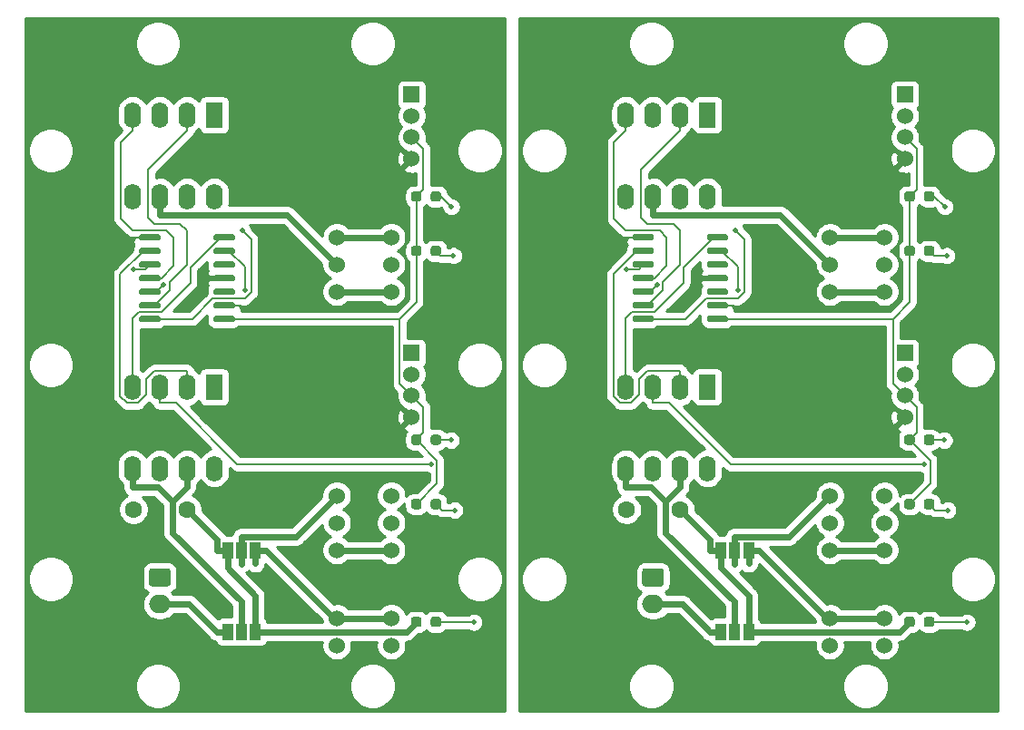
<source format=gbl>
G04 #@! TF.GenerationSoftware,KiCad,Pcbnew,(5.1.8)-1*
G04 #@! TF.CreationDate,2020-11-28T16:02:54+09:00*
G04 #@! TF.ProjectId,DigitalOutput4chS,44696769-7461-46c4-9f75-747075743463,2*
G04 #@! TF.SameCoordinates,Original*
G04 #@! TF.FileFunction,Copper,L2,Bot*
G04 #@! TF.FilePolarity,Positive*
%FSLAX46Y46*%
G04 Gerber Fmt 4.6, Leading zero omitted, Abs format (unit mm)*
G04 Created by KiCad (PCBNEW (5.1.8)-1) date 2020-11-28 16:02:54*
%MOMM*%
%LPD*%
G01*
G04 APERTURE LIST*
G04 #@! TA.AperFunction,ComponentPad*
%ADD10C,1.600000*%
G04 #@! TD*
G04 #@! TA.AperFunction,ComponentPad*
%ADD11O,1.600000X2.400000*%
G04 #@! TD*
G04 #@! TA.AperFunction,ComponentPad*
%ADD12R,1.600000X2.400000*%
G04 #@! TD*
G04 #@! TA.AperFunction,SMDPad,CuDef*
%ADD13R,1.000000X1.500000*%
G04 #@! TD*
G04 #@! TA.AperFunction,ComponentPad*
%ADD14O,2.000000X1.700000*%
G04 #@! TD*
G04 #@! TA.AperFunction,ComponentPad*
%ADD15C,1.524000*%
G04 #@! TD*
G04 #@! TA.AperFunction,ComponentPad*
%ADD16R,1.524000X1.524000*%
G04 #@! TD*
G04 #@! TA.AperFunction,ViaPad*
%ADD17C,0.500000*%
G04 #@! TD*
G04 #@! TA.AperFunction,Conductor*
%ADD18C,0.200000*%
G04 #@! TD*
G04 #@! TA.AperFunction,Conductor*
%ADD19C,0.600000*%
G04 #@! TD*
G04 #@! TA.AperFunction,NonConductor*
%ADD20C,0.254000*%
G04 #@! TD*
G04 #@! TA.AperFunction,NonConductor*
%ADD21C,0.100000*%
G04 #@! TD*
G04 APERTURE END LIST*
G04 #@! TA.AperFunction,SMDPad,CuDef*
G36*
G01*
X143425000Y-141237500D02*
X143425000Y-140762500D01*
G75*
G02*
X143662500Y-140525000I237500J0D01*
G01*
X144162500Y-140525000D01*
G75*
G02*
X144400000Y-140762500I0J-237500D01*
G01*
X144400000Y-141237500D01*
G75*
G02*
X144162500Y-141475000I-237500J0D01*
G01*
X143662500Y-141475000D01*
G75*
G02*
X143425000Y-141237500I0J237500D01*
G01*
G37*
G04 #@! TD.AperFunction*
G04 #@! TA.AperFunction,SMDPad,CuDef*
G36*
G01*
X141600000Y-141237500D02*
X141600000Y-140762500D01*
G75*
G02*
X141837500Y-140525000I237500J0D01*
G01*
X142337500Y-140525000D01*
G75*
G02*
X142575000Y-140762500I0J-237500D01*
G01*
X142575000Y-141237500D01*
G75*
G02*
X142337500Y-141475000I-237500J0D01*
G01*
X141837500Y-141475000D01*
G75*
G02*
X141600000Y-141237500I0J237500D01*
G01*
G37*
G04 #@! TD.AperFunction*
G04 #@! TA.AperFunction,SMDPad,CuDef*
G36*
G01*
X143425000Y-117597500D02*
X143425000Y-117122500D01*
G75*
G02*
X143662500Y-116885000I237500J0D01*
G01*
X144162500Y-116885000D01*
G75*
G02*
X144400000Y-117122500I0J-237500D01*
G01*
X144400000Y-117597500D01*
G75*
G02*
X144162500Y-117835000I-237500J0D01*
G01*
X143662500Y-117835000D01*
G75*
G02*
X143425000Y-117597500I0J237500D01*
G01*
G37*
G04 #@! TD.AperFunction*
G04 #@! TA.AperFunction,SMDPad,CuDef*
G36*
G01*
X141600000Y-117597500D02*
X141600000Y-117122500D01*
G75*
G02*
X141837500Y-116885000I237500J0D01*
G01*
X142337500Y-116885000D01*
G75*
G02*
X142575000Y-117122500I0J-237500D01*
G01*
X142575000Y-117597500D01*
G75*
G02*
X142337500Y-117835000I-237500J0D01*
G01*
X141837500Y-117835000D01*
G75*
G02*
X141600000Y-117597500I0J237500D01*
G01*
G37*
G04 #@! TD.AperFunction*
G04 #@! TA.AperFunction,SMDPad,CuDef*
G36*
G01*
X123175000Y-123860000D02*
X123175000Y-123560000D01*
G75*
G02*
X123325000Y-123410000I150000J0D01*
G01*
X125000000Y-123410000D01*
G75*
G02*
X125150000Y-123560000I0J-150000D01*
G01*
X125150000Y-123860000D01*
G75*
G02*
X125000000Y-124010000I-150000J0D01*
G01*
X123325000Y-124010000D01*
G75*
G02*
X123175000Y-123860000I0J150000D01*
G01*
G37*
G04 #@! TD.AperFunction*
G04 #@! TA.AperFunction,SMDPad,CuDef*
G36*
G01*
X123175000Y-122590000D02*
X123175000Y-122290000D01*
G75*
G02*
X123325000Y-122140000I150000J0D01*
G01*
X125000000Y-122140000D01*
G75*
G02*
X125150000Y-122290000I0J-150000D01*
G01*
X125150000Y-122590000D01*
G75*
G02*
X125000000Y-122740000I-150000J0D01*
G01*
X123325000Y-122740000D01*
G75*
G02*
X123175000Y-122590000I0J150000D01*
G01*
G37*
G04 #@! TD.AperFunction*
G04 #@! TA.AperFunction,SMDPad,CuDef*
G36*
G01*
X123175000Y-121320000D02*
X123175000Y-121020000D01*
G75*
G02*
X123325000Y-120870000I150000J0D01*
G01*
X125000000Y-120870000D01*
G75*
G02*
X125150000Y-121020000I0J-150000D01*
G01*
X125150000Y-121320000D01*
G75*
G02*
X125000000Y-121470000I-150000J0D01*
G01*
X123325000Y-121470000D01*
G75*
G02*
X123175000Y-121320000I0J150000D01*
G01*
G37*
G04 #@! TD.AperFunction*
G04 #@! TA.AperFunction,SMDPad,CuDef*
G36*
G01*
X123175000Y-120050000D02*
X123175000Y-119750000D01*
G75*
G02*
X123325000Y-119600000I150000J0D01*
G01*
X125000000Y-119600000D01*
G75*
G02*
X125150000Y-119750000I0J-150000D01*
G01*
X125150000Y-120050000D01*
G75*
G02*
X125000000Y-120200000I-150000J0D01*
G01*
X123325000Y-120200000D01*
G75*
G02*
X123175000Y-120050000I0J150000D01*
G01*
G37*
G04 #@! TD.AperFunction*
G04 #@! TA.AperFunction,SMDPad,CuDef*
G36*
G01*
X123175000Y-118780000D02*
X123175000Y-118480000D01*
G75*
G02*
X123325000Y-118330000I150000J0D01*
G01*
X125000000Y-118330000D01*
G75*
G02*
X125150000Y-118480000I0J-150000D01*
G01*
X125150000Y-118780000D01*
G75*
G02*
X125000000Y-118930000I-150000J0D01*
G01*
X123325000Y-118930000D01*
G75*
G02*
X123175000Y-118780000I0J150000D01*
G01*
G37*
G04 #@! TD.AperFunction*
G04 #@! TA.AperFunction,SMDPad,CuDef*
G36*
G01*
X123175000Y-117510000D02*
X123175000Y-117210000D01*
G75*
G02*
X123325000Y-117060000I150000J0D01*
G01*
X125000000Y-117060000D01*
G75*
G02*
X125150000Y-117210000I0J-150000D01*
G01*
X125150000Y-117510000D01*
G75*
G02*
X125000000Y-117660000I-150000J0D01*
G01*
X123325000Y-117660000D01*
G75*
G02*
X123175000Y-117510000I0J150000D01*
G01*
G37*
G04 #@! TD.AperFunction*
G04 #@! TA.AperFunction,SMDPad,CuDef*
G36*
G01*
X123175000Y-116240000D02*
X123175000Y-115940000D01*
G75*
G02*
X123325000Y-115790000I150000J0D01*
G01*
X125000000Y-115790000D01*
G75*
G02*
X125150000Y-115940000I0J-150000D01*
G01*
X125150000Y-116240000D01*
G75*
G02*
X125000000Y-116390000I-150000J0D01*
G01*
X123325000Y-116390000D01*
G75*
G02*
X123175000Y-116240000I0J150000D01*
G01*
G37*
G04 #@! TD.AperFunction*
G04 #@! TA.AperFunction,SMDPad,CuDef*
G36*
G01*
X116250000Y-116240000D02*
X116250000Y-115940000D01*
G75*
G02*
X116400000Y-115790000I150000J0D01*
G01*
X118075000Y-115790000D01*
G75*
G02*
X118225000Y-115940000I0J-150000D01*
G01*
X118225000Y-116240000D01*
G75*
G02*
X118075000Y-116390000I-150000J0D01*
G01*
X116400000Y-116390000D01*
G75*
G02*
X116250000Y-116240000I0J150000D01*
G01*
G37*
G04 #@! TD.AperFunction*
G04 #@! TA.AperFunction,SMDPad,CuDef*
G36*
G01*
X116250000Y-117510000D02*
X116250000Y-117210000D01*
G75*
G02*
X116400000Y-117060000I150000J0D01*
G01*
X118075000Y-117060000D01*
G75*
G02*
X118225000Y-117210000I0J-150000D01*
G01*
X118225000Y-117510000D01*
G75*
G02*
X118075000Y-117660000I-150000J0D01*
G01*
X116400000Y-117660000D01*
G75*
G02*
X116250000Y-117510000I0J150000D01*
G01*
G37*
G04 #@! TD.AperFunction*
G04 #@! TA.AperFunction,SMDPad,CuDef*
G36*
G01*
X116250000Y-118780000D02*
X116250000Y-118480000D01*
G75*
G02*
X116400000Y-118330000I150000J0D01*
G01*
X118075000Y-118330000D01*
G75*
G02*
X118225000Y-118480000I0J-150000D01*
G01*
X118225000Y-118780000D01*
G75*
G02*
X118075000Y-118930000I-150000J0D01*
G01*
X116400000Y-118930000D01*
G75*
G02*
X116250000Y-118780000I0J150000D01*
G01*
G37*
G04 #@! TD.AperFunction*
G04 #@! TA.AperFunction,SMDPad,CuDef*
G36*
G01*
X116250000Y-120050000D02*
X116250000Y-119750000D01*
G75*
G02*
X116400000Y-119600000I150000J0D01*
G01*
X118075000Y-119600000D01*
G75*
G02*
X118225000Y-119750000I0J-150000D01*
G01*
X118225000Y-120050000D01*
G75*
G02*
X118075000Y-120200000I-150000J0D01*
G01*
X116400000Y-120200000D01*
G75*
G02*
X116250000Y-120050000I0J150000D01*
G01*
G37*
G04 #@! TD.AperFunction*
G04 #@! TA.AperFunction,SMDPad,CuDef*
G36*
G01*
X116250000Y-121320000D02*
X116250000Y-121020000D01*
G75*
G02*
X116400000Y-120870000I150000J0D01*
G01*
X118075000Y-120870000D01*
G75*
G02*
X118225000Y-121020000I0J-150000D01*
G01*
X118225000Y-121320000D01*
G75*
G02*
X118075000Y-121470000I-150000J0D01*
G01*
X116400000Y-121470000D01*
G75*
G02*
X116250000Y-121320000I0J150000D01*
G01*
G37*
G04 #@! TD.AperFunction*
G04 #@! TA.AperFunction,SMDPad,CuDef*
G36*
G01*
X116250000Y-122590000D02*
X116250000Y-122290000D01*
G75*
G02*
X116400000Y-122140000I150000J0D01*
G01*
X118075000Y-122140000D01*
G75*
G02*
X118225000Y-122290000I0J-150000D01*
G01*
X118225000Y-122590000D01*
G75*
G02*
X118075000Y-122740000I-150000J0D01*
G01*
X116400000Y-122740000D01*
G75*
G02*
X116250000Y-122590000I0J150000D01*
G01*
G37*
G04 #@! TD.AperFunction*
G04 #@! TA.AperFunction,SMDPad,CuDef*
G36*
G01*
X116250000Y-123860000D02*
X116250000Y-123560000D01*
G75*
G02*
X116400000Y-123410000I150000J0D01*
G01*
X118075000Y-123410000D01*
G75*
G02*
X118225000Y-123560000I0J-150000D01*
G01*
X118225000Y-123860000D01*
G75*
G02*
X118075000Y-124010000I-150000J0D01*
G01*
X116400000Y-124010000D01*
G75*
G02*
X116250000Y-123860000I0J150000D01*
G01*
G37*
G04 #@! TD.AperFunction*
D10*
X115700000Y-141490000D03*
X120700000Y-141490000D03*
D11*
X123240000Y-137680000D03*
X115620000Y-130060000D03*
X120700000Y-137680000D03*
X118160000Y-130060000D03*
X118160000Y-137680000D03*
X120700000Y-130060000D03*
X115620000Y-137680000D03*
D12*
X123240000Y-130060000D03*
D13*
X124480000Y-145300000D03*
X125780000Y-145300000D03*
X127080000Y-145300000D03*
D14*
X118160000Y-150340000D03*
G04 #@! TA.AperFunction,ComponentPad*
G36*
G01*
X117410000Y-146990000D02*
X118910000Y-146990000D01*
G75*
G02*
X119160000Y-147240000I0J-250000D01*
G01*
X119160000Y-148440000D01*
G75*
G02*
X118910000Y-148690000I-250000J0D01*
G01*
X117410000Y-148690000D01*
G75*
G02*
X117160000Y-148440000I0J250000D01*
G01*
X117160000Y-147240000D01*
G75*
G02*
X117410000Y-146990000I250000J0D01*
G01*
G37*
G04 #@! TD.AperFunction*
D15*
X141655000Y-132885000D03*
X141655000Y-130885000D03*
X141655000Y-128885000D03*
D16*
X141655000Y-126885000D03*
D13*
X124480000Y-152920000D03*
X125780000Y-152920000D03*
X127080000Y-152920000D03*
G04 #@! TA.AperFunction,SMDPad,CuDef*
G36*
G01*
X143425000Y-152237500D02*
X143425000Y-151762500D01*
G75*
G02*
X143662500Y-151525000I237500J0D01*
G01*
X144162500Y-151525000D01*
G75*
G02*
X144400000Y-151762500I0J-237500D01*
G01*
X144400000Y-152237500D01*
G75*
G02*
X144162500Y-152475000I-237500J0D01*
G01*
X143662500Y-152475000D01*
G75*
G02*
X143425000Y-152237500I0J237500D01*
G01*
G37*
G04 #@! TD.AperFunction*
G04 #@! TA.AperFunction,SMDPad,CuDef*
G36*
G01*
X141600000Y-152237500D02*
X141600000Y-151762500D01*
G75*
G02*
X141837500Y-151525000I237500J0D01*
G01*
X142337500Y-151525000D01*
G75*
G02*
X142575000Y-151762500I0J-237500D01*
G01*
X142575000Y-152237500D01*
G75*
G02*
X142337500Y-152475000I-237500J0D01*
G01*
X141837500Y-152475000D01*
G75*
G02*
X141600000Y-152237500I0J237500D01*
G01*
G37*
G04 #@! TD.AperFunction*
G04 #@! TA.AperFunction,SMDPad,CuDef*
G36*
G01*
X143425000Y-135237500D02*
X143425000Y-134762500D01*
G75*
G02*
X143662500Y-134525000I237500J0D01*
G01*
X144162500Y-134525000D01*
G75*
G02*
X144400000Y-134762500I0J-237500D01*
G01*
X144400000Y-135237500D01*
G75*
G02*
X144162500Y-135475000I-237500J0D01*
G01*
X143662500Y-135475000D01*
G75*
G02*
X143425000Y-135237500I0J237500D01*
G01*
G37*
G04 #@! TD.AperFunction*
G04 #@! TA.AperFunction,SMDPad,CuDef*
G36*
G01*
X141600000Y-135237500D02*
X141600000Y-134762500D01*
G75*
G02*
X141837500Y-134525000I237500J0D01*
G01*
X142337500Y-134525000D01*
G75*
G02*
X142575000Y-134762500I0J-237500D01*
G01*
X142575000Y-135237500D01*
G75*
G02*
X142337500Y-135475000I-237500J0D01*
G01*
X141837500Y-135475000D01*
G75*
G02*
X141600000Y-135237500I0J237500D01*
G01*
G37*
G04 #@! TD.AperFunction*
D11*
X123240000Y-112280000D03*
X115620000Y-104660000D03*
X120700000Y-112280000D03*
X118160000Y-104660000D03*
X118160000Y-112280000D03*
X120700000Y-104660000D03*
X115620000Y-112280000D03*
D12*
X123240000Y-104660000D03*
D15*
X134670000Y-116090000D03*
X139750000Y-116090000D03*
X139750000Y-121170000D03*
X134670000Y-121170000D03*
X139750000Y-118630000D03*
X134670000Y-118630000D03*
X134670000Y-140220000D03*
X139750000Y-140220000D03*
X139750000Y-145300000D03*
X134670000Y-145300000D03*
X139750000Y-142760000D03*
X134670000Y-142760000D03*
G04 #@! TA.AperFunction,SMDPad,CuDef*
G36*
G01*
X143425000Y-112517500D02*
X143425000Y-112042500D01*
G75*
G02*
X143662500Y-111805000I237500J0D01*
G01*
X144162500Y-111805000D01*
G75*
G02*
X144400000Y-112042500I0J-237500D01*
G01*
X144400000Y-112517500D01*
G75*
G02*
X144162500Y-112755000I-237500J0D01*
G01*
X143662500Y-112755000D01*
G75*
G02*
X143425000Y-112517500I0J237500D01*
G01*
G37*
G04 #@! TD.AperFunction*
G04 #@! TA.AperFunction,SMDPad,CuDef*
G36*
G01*
X141600000Y-112517500D02*
X141600000Y-112042500D01*
G75*
G02*
X141837500Y-111805000I237500J0D01*
G01*
X142337500Y-111805000D01*
G75*
G02*
X142575000Y-112042500I0J-237500D01*
G01*
X142575000Y-112517500D01*
G75*
G02*
X142337500Y-112755000I-237500J0D01*
G01*
X141837500Y-112755000D01*
G75*
G02*
X141600000Y-112517500I0J237500D01*
G01*
G37*
G04 #@! TD.AperFunction*
X139750000Y-154190000D03*
X134670000Y-154190000D03*
X139750000Y-151650000D03*
X134670000Y-151650000D03*
X141655000Y-108755000D03*
X141655000Y-106755000D03*
X141655000Y-104755000D03*
D16*
X141655000Y-102755000D03*
G04 #@! TA.AperFunction,SMDPad,CuDef*
G36*
G01*
X95600000Y-117597500D02*
X95600000Y-117122500D01*
G75*
G02*
X95837500Y-116885000I237500J0D01*
G01*
X96337500Y-116885000D01*
G75*
G02*
X96575000Y-117122500I0J-237500D01*
G01*
X96575000Y-117597500D01*
G75*
G02*
X96337500Y-117835000I-237500J0D01*
G01*
X95837500Y-117835000D01*
G75*
G02*
X95600000Y-117597500I0J237500D01*
G01*
G37*
G04 #@! TD.AperFunction*
G04 #@! TA.AperFunction,SMDPad,CuDef*
G36*
G01*
X97425000Y-117597500D02*
X97425000Y-117122500D01*
G75*
G02*
X97662500Y-116885000I237500J0D01*
G01*
X98162500Y-116885000D01*
G75*
G02*
X98400000Y-117122500I0J-237500D01*
G01*
X98400000Y-117597500D01*
G75*
G02*
X98162500Y-117835000I-237500J0D01*
G01*
X97662500Y-117835000D01*
G75*
G02*
X97425000Y-117597500I0J237500D01*
G01*
G37*
G04 #@! TD.AperFunction*
G04 #@! TA.AperFunction,SMDPad,CuDef*
G36*
G01*
X70250000Y-123860000D02*
X70250000Y-123560000D01*
G75*
G02*
X70400000Y-123410000I150000J0D01*
G01*
X72075000Y-123410000D01*
G75*
G02*
X72225000Y-123560000I0J-150000D01*
G01*
X72225000Y-123860000D01*
G75*
G02*
X72075000Y-124010000I-150000J0D01*
G01*
X70400000Y-124010000D01*
G75*
G02*
X70250000Y-123860000I0J150000D01*
G01*
G37*
G04 #@! TD.AperFunction*
G04 #@! TA.AperFunction,SMDPad,CuDef*
G36*
G01*
X70250000Y-122590000D02*
X70250000Y-122290000D01*
G75*
G02*
X70400000Y-122140000I150000J0D01*
G01*
X72075000Y-122140000D01*
G75*
G02*
X72225000Y-122290000I0J-150000D01*
G01*
X72225000Y-122590000D01*
G75*
G02*
X72075000Y-122740000I-150000J0D01*
G01*
X70400000Y-122740000D01*
G75*
G02*
X70250000Y-122590000I0J150000D01*
G01*
G37*
G04 #@! TD.AperFunction*
G04 #@! TA.AperFunction,SMDPad,CuDef*
G36*
G01*
X70250000Y-121320000D02*
X70250000Y-121020000D01*
G75*
G02*
X70400000Y-120870000I150000J0D01*
G01*
X72075000Y-120870000D01*
G75*
G02*
X72225000Y-121020000I0J-150000D01*
G01*
X72225000Y-121320000D01*
G75*
G02*
X72075000Y-121470000I-150000J0D01*
G01*
X70400000Y-121470000D01*
G75*
G02*
X70250000Y-121320000I0J150000D01*
G01*
G37*
G04 #@! TD.AperFunction*
G04 #@! TA.AperFunction,SMDPad,CuDef*
G36*
G01*
X70250000Y-120050000D02*
X70250000Y-119750000D01*
G75*
G02*
X70400000Y-119600000I150000J0D01*
G01*
X72075000Y-119600000D01*
G75*
G02*
X72225000Y-119750000I0J-150000D01*
G01*
X72225000Y-120050000D01*
G75*
G02*
X72075000Y-120200000I-150000J0D01*
G01*
X70400000Y-120200000D01*
G75*
G02*
X70250000Y-120050000I0J150000D01*
G01*
G37*
G04 #@! TD.AperFunction*
G04 #@! TA.AperFunction,SMDPad,CuDef*
G36*
G01*
X70250000Y-118780000D02*
X70250000Y-118480000D01*
G75*
G02*
X70400000Y-118330000I150000J0D01*
G01*
X72075000Y-118330000D01*
G75*
G02*
X72225000Y-118480000I0J-150000D01*
G01*
X72225000Y-118780000D01*
G75*
G02*
X72075000Y-118930000I-150000J0D01*
G01*
X70400000Y-118930000D01*
G75*
G02*
X70250000Y-118780000I0J150000D01*
G01*
G37*
G04 #@! TD.AperFunction*
G04 #@! TA.AperFunction,SMDPad,CuDef*
G36*
G01*
X70250000Y-117510000D02*
X70250000Y-117210000D01*
G75*
G02*
X70400000Y-117060000I150000J0D01*
G01*
X72075000Y-117060000D01*
G75*
G02*
X72225000Y-117210000I0J-150000D01*
G01*
X72225000Y-117510000D01*
G75*
G02*
X72075000Y-117660000I-150000J0D01*
G01*
X70400000Y-117660000D01*
G75*
G02*
X70250000Y-117510000I0J150000D01*
G01*
G37*
G04 #@! TD.AperFunction*
G04 #@! TA.AperFunction,SMDPad,CuDef*
G36*
G01*
X70250000Y-116240000D02*
X70250000Y-115940000D01*
G75*
G02*
X70400000Y-115790000I150000J0D01*
G01*
X72075000Y-115790000D01*
G75*
G02*
X72225000Y-115940000I0J-150000D01*
G01*
X72225000Y-116240000D01*
G75*
G02*
X72075000Y-116390000I-150000J0D01*
G01*
X70400000Y-116390000D01*
G75*
G02*
X70250000Y-116240000I0J150000D01*
G01*
G37*
G04 #@! TD.AperFunction*
G04 #@! TA.AperFunction,SMDPad,CuDef*
G36*
G01*
X77175000Y-116240000D02*
X77175000Y-115940000D01*
G75*
G02*
X77325000Y-115790000I150000J0D01*
G01*
X79000000Y-115790000D01*
G75*
G02*
X79150000Y-115940000I0J-150000D01*
G01*
X79150000Y-116240000D01*
G75*
G02*
X79000000Y-116390000I-150000J0D01*
G01*
X77325000Y-116390000D01*
G75*
G02*
X77175000Y-116240000I0J150000D01*
G01*
G37*
G04 #@! TD.AperFunction*
G04 #@! TA.AperFunction,SMDPad,CuDef*
G36*
G01*
X77175000Y-117510000D02*
X77175000Y-117210000D01*
G75*
G02*
X77325000Y-117060000I150000J0D01*
G01*
X79000000Y-117060000D01*
G75*
G02*
X79150000Y-117210000I0J-150000D01*
G01*
X79150000Y-117510000D01*
G75*
G02*
X79000000Y-117660000I-150000J0D01*
G01*
X77325000Y-117660000D01*
G75*
G02*
X77175000Y-117510000I0J150000D01*
G01*
G37*
G04 #@! TD.AperFunction*
G04 #@! TA.AperFunction,SMDPad,CuDef*
G36*
G01*
X77175000Y-118780000D02*
X77175000Y-118480000D01*
G75*
G02*
X77325000Y-118330000I150000J0D01*
G01*
X79000000Y-118330000D01*
G75*
G02*
X79150000Y-118480000I0J-150000D01*
G01*
X79150000Y-118780000D01*
G75*
G02*
X79000000Y-118930000I-150000J0D01*
G01*
X77325000Y-118930000D01*
G75*
G02*
X77175000Y-118780000I0J150000D01*
G01*
G37*
G04 #@! TD.AperFunction*
G04 #@! TA.AperFunction,SMDPad,CuDef*
G36*
G01*
X77175000Y-120050000D02*
X77175000Y-119750000D01*
G75*
G02*
X77325000Y-119600000I150000J0D01*
G01*
X79000000Y-119600000D01*
G75*
G02*
X79150000Y-119750000I0J-150000D01*
G01*
X79150000Y-120050000D01*
G75*
G02*
X79000000Y-120200000I-150000J0D01*
G01*
X77325000Y-120200000D01*
G75*
G02*
X77175000Y-120050000I0J150000D01*
G01*
G37*
G04 #@! TD.AperFunction*
G04 #@! TA.AperFunction,SMDPad,CuDef*
G36*
G01*
X77175000Y-121320000D02*
X77175000Y-121020000D01*
G75*
G02*
X77325000Y-120870000I150000J0D01*
G01*
X79000000Y-120870000D01*
G75*
G02*
X79150000Y-121020000I0J-150000D01*
G01*
X79150000Y-121320000D01*
G75*
G02*
X79000000Y-121470000I-150000J0D01*
G01*
X77325000Y-121470000D01*
G75*
G02*
X77175000Y-121320000I0J150000D01*
G01*
G37*
G04 #@! TD.AperFunction*
G04 #@! TA.AperFunction,SMDPad,CuDef*
G36*
G01*
X77175000Y-122590000D02*
X77175000Y-122290000D01*
G75*
G02*
X77325000Y-122140000I150000J0D01*
G01*
X79000000Y-122140000D01*
G75*
G02*
X79150000Y-122290000I0J-150000D01*
G01*
X79150000Y-122590000D01*
G75*
G02*
X79000000Y-122740000I-150000J0D01*
G01*
X77325000Y-122740000D01*
G75*
G02*
X77175000Y-122590000I0J150000D01*
G01*
G37*
G04 #@! TD.AperFunction*
G04 #@! TA.AperFunction,SMDPad,CuDef*
G36*
G01*
X77175000Y-123860000D02*
X77175000Y-123560000D01*
G75*
G02*
X77325000Y-123410000I150000J0D01*
G01*
X79000000Y-123410000D01*
G75*
G02*
X79150000Y-123560000I0J-150000D01*
G01*
X79150000Y-123860000D01*
G75*
G02*
X79000000Y-124010000I-150000J0D01*
G01*
X77325000Y-124010000D01*
G75*
G02*
X77175000Y-123860000I0J150000D01*
G01*
G37*
G04 #@! TD.AperFunction*
G04 #@! TA.AperFunction,SMDPad,CuDef*
G36*
G01*
X95600000Y-141237500D02*
X95600000Y-140762500D01*
G75*
G02*
X95837500Y-140525000I237500J0D01*
G01*
X96337500Y-140525000D01*
G75*
G02*
X96575000Y-140762500I0J-237500D01*
G01*
X96575000Y-141237500D01*
G75*
G02*
X96337500Y-141475000I-237500J0D01*
G01*
X95837500Y-141475000D01*
G75*
G02*
X95600000Y-141237500I0J237500D01*
G01*
G37*
G04 #@! TD.AperFunction*
G04 #@! TA.AperFunction,SMDPad,CuDef*
G36*
G01*
X97425000Y-141237500D02*
X97425000Y-140762500D01*
G75*
G02*
X97662500Y-140525000I237500J0D01*
G01*
X98162500Y-140525000D01*
G75*
G02*
X98400000Y-140762500I0J-237500D01*
G01*
X98400000Y-141237500D01*
G75*
G02*
X98162500Y-141475000I-237500J0D01*
G01*
X97662500Y-141475000D01*
G75*
G02*
X97425000Y-141237500I0J237500D01*
G01*
G37*
G04 #@! TD.AperFunction*
D15*
X88670000Y-118630000D03*
X93750000Y-118630000D03*
X88670000Y-121170000D03*
X93750000Y-121170000D03*
X93750000Y-116090000D03*
X88670000Y-116090000D03*
X88670000Y-142760000D03*
X93750000Y-142760000D03*
X88670000Y-145300000D03*
X93750000Y-145300000D03*
X93750000Y-140220000D03*
X88670000Y-140220000D03*
G04 #@! TA.AperFunction,SMDPad,CuDef*
G36*
G01*
X95600000Y-152237500D02*
X95600000Y-151762500D01*
G75*
G02*
X95837500Y-151525000I237500J0D01*
G01*
X96337500Y-151525000D01*
G75*
G02*
X96575000Y-151762500I0J-237500D01*
G01*
X96575000Y-152237500D01*
G75*
G02*
X96337500Y-152475000I-237500J0D01*
G01*
X95837500Y-152475000D01*
G75*
G02*
X95600000Y-152237500I0J237500D01*
G01*
G37*
G04 #@! TD.AperFunction*
G04 #@! TA.AperFunction,SMDPad,CuDef*
G36*
G01*
X97425000Y-152237500D02*
X97425000Y-151762500D01*
G75*
G02*
X97662500Y-151525000I237500J0D01*
G01*
X98162500Y-151525000D01*
G75*
G02*
X98400000Y-151762500I0J-237500D01*
G01*
X98400000Y-152237500D01*
G75*
G02*
X98162500Y-152475000I-237500J0D01*
G01*
X97662500Y-152475000D01*
G75*
G02*
X97425000Y-152237500I0J237500D01*
G01*
G37*
G04 #@! TD.AperFunction*
G04 #@! TA.AperFunction,SMDPad,CuDef*
G36*
G01*
X95600000Y-135237500D02*
X95600000Y-134762500D01*
G75*
G02*
X95837500Y-134525000I237500J0D01*
G01*
X96337500Y-134525000D01*
G75*
G02*
X96575000Y-134762500I0J-237500D01*
G01*
X96575000Y-135237500D01*
G75*
G02*
X96337500Y-135475000I-237500J0D01*
G01*
X95837500Y-135475000D01*
G75*
G02*
X95600000Y-135237500I0J237500D01*
G01*
G37*
G04 #@! TD.AperFunction*
G04 #@! TA.AperFunction,SMDPad,CuDef*
G36*
G01*
X97425000Y-135237500D02*
X97425000Y-134762500D01*
G75*
G02*
X97662500Y-134525000I237500J0D01*
G01*
X98162500Y-134525000D01*
G75*
G02*
X98400000Y-134762500I0J-237500D01*
G01*
X98400000Y-135237500D01*
G75*
G02*
X98162500Y-135475000I-237500J0D01*
G01*
X97662500Y-135475000D01*
G75*
G02*
X97425000Y-135237500I0J237500D01*
G01*
G37*
G04 #@! TD.AperFunction*
D12*
X77240000Y-104660000D03*
D11*
X69620000Y-112280000D03*
X74700000Y-104660000D03*
X72160000Y-112280000D03*
X72160000Y-104660000D03*
X74700000Y-112280000D03*
X69620000Y-104660000D03*
X77240000Y-112280000D03*
D12*
X77240000Y-130060000D03*
D11*
X69620000Y-137680000D03*
X74700000Y-130060000D03*
X72160000Y-137680000D03*
X72160000Y-130060000D03*
X74700000Y-137680000D03*
X69620000Y-130060000D03*
X77240000Y-137680000D03*
G04 #@! TA.AperFunction,SMDPad,CuDef*
G36*
G01*
X95600000Y-112517500D02*
X95600000Y-112042500D01*
G75*
G02*
X95837500Y-111805000I237500J0D01*
G01*
X96337500Y-111805000D01*
G75*
G02*
X96575000Y-112042500I0J-237500D01*
G01*
X96575000Y-112517500D01*
G75*
G02*
X96337500Y-112755000I-237500J0D01*
G01*
X95837500Y-112755000D01*
G75*
G02*
X95600000Y-112517500I0J237500D01*
G01*
G37*
G04 #@! TD.AperFunction*
G04 #@! TA.AperFunction,SMDPad,CuDef*
G36*
G01*
X97425000Y-112517500D02*
X97425000Y-112042500D01*
G75*
G02*
X97662500Y-111805000I237500J0D01*
G01*
X98162500Y-111805000D01*
G75*
G02*
X98400000Y-112042500I0J-237500D01*
G01*
X98400000Y-112517500D01*
G75*
G02*
X98162500Y-112755000I-237500J0D01*
G01*
X97662500Y-112755000D01*
G75*
G02*
X97425000Y-112517500I0J237500D01*
G01*
G37*
G04 #@! TD.AperFunction*
D15*
X88670000Y-151650000D03*
X93750000Y-151650000D03*
X88670000Y-154190000D03*
X93750000Y-154190000D03*
D13*
X81080000Y-145300000D03*
X79780000Y-145300000D03*
X78480000Y-145300000D03*
D16*
X95655000Y-126885000D03*
D15*
X95655000Y-128885000D03*
X95655000Y-130885000D03*
X95655000Y-132885000D03*
D13*
X81080000Y-152920000D03*
X79780000Y-152920000D03*
X78480000Y-152920000D03*
G04 #@! TA.AperFunction,ComponentPad*
G36*
G01*
X71410000Y-146990000D02*
X72910000Y-146990000D01*
G75*
G02*
X73160000Y-147240000I0J-250000D01*
G01*
X73160000Y-148440000D01*
G75*
G02*
X72910000Y-148690000I-250000J0D01*
G01*
X71410000Y-148690000D01*
G75*
G02*
X71160000Y-148440000I0J250000D01*
G01*
X71160000Y-147240000D01*
G75*
G02*
X71410000Y-146990000I250000J0D01*
G01*
G37*
G04 #@! TD.AperFunction*
D14*
X72160000Y-150340000D03*
D16*
X95655000Y-102755000D03*
D15*
X95655000Y-104755000D03*
X95655000Y-106755000D03*
X95655000Y-108755000D03*
D10*
X74700000Y-141490000D03*
X69700000Y-141490000D03*
D17*
X82320000Y-121170000D03*
X79145000Y-108470000D03*
X86130000Y-103390000D03*
X90575000Y-138315000D03*
X74700000Y-126250000D03*
X69620000Y-116725000D03*
X91210000Y-111010000D03*
X71525000Y-133870000D03*
X83590000Y-125615000D03*
X91210000Y-105930000D03*
X82320000Y-147840000D03*
X75335000Y-121805000D03*
X84225000Y-117360000D03*
X99548600Y-117806300D03*
X99367100Y-113239900D03*
X99654300Y-141560700D03*
X99319100Y-135039500D03*
X97446500Y-137284900D03*
X101453000Y-152040700D03*
X79855700Y-115452700D03*
X72519600Y-120501600D03*
X69718200Y-119043000D03*
X80098200Y-121016600D03*
X125145000Y-108470000D03*
X136575000Y-138315000D03*
X118519600Y-120501600D03*
X117525000Y-133870000D03*
X132130000Y-103390000D03*
X137210000Y-111010000D03*
X129590000Y-125615000D03*
X125855700Y-115452700D03*
X115718200Y-119043000D03*
X147453000Y-152040700D03*
X128320000Y-121170000D03*
X120700000Y-126250000D03*
X115620000Y-116725000D03*
X137210000Y-105930000D03*
X128320000Y-147840000D03*
X145548600Y-117806300D03*
X121335000Y-121805000D03*
X145367100Y-113239900D03*
X145319100Y-135039500D03*
X130225000Y-117360000D03*
X145654300Y-141560700D03*
X143446500Y-137284900D03*
X126098200Y-121016600D03*
D18*
X69620000Y-116090000D02*
X66445000Y-116090000D01*
X78162500Y-122440000D02*
X79780000Y-122440000D01*
X71237500Y-116090000D02*
X69620000Y-116090000D01*
D19*
X81080000Y-152912400D02*
X95175100Y-152912400D01*
X81080000Y-152912400D02*
X81080000Y-152920000D01*
X78480000Y-145300000D02*
X78480000Y-146940000D01*
X78480000Y-146940000D02*
X81080000Y-149540000D01*
X81080000Y-149540000D02*
X81080000Y-152912400D01*
X95175100Y-152912400D02*
X96087500Y-152000000D01*
X77479700Y-145300000D02*
X77479700Y-144269700D01*
X78480000Y-145300000D02*
X77479700Y-145300000D01*
X77479700Y-144269700D02*
X74700000Y-141490000D01*
X81080000Y-145300000D02*
X81080000Y-146540000D01*
X78480000Y-152920000D02*
X77479700Y-152920000D01*
X88670000Y-151650000D02*
X88430300Y-151650000D01*
X81080000Y-145300000D02*
X82080300Y-145300000D01*
X93750000Y-151650000D02*
X88670000Y-151650000D01*
X88430300Y-151650000D02*
X82080300Y-145300000D01*
X72160000Y-150340000D02*
X74899700Y-150340000D01*
X74899700Y-150340000D02*
X77479700Y-152920000D01*
D18*
X99548600Y-117806300D02*
X98358800Y-117806300D01*
X98358800Y-117806300D02*
X97912500Y-117360000D01*
X99367100Y-113239900D02*
X98407200Y-112280000D01*
X98407200Y-112280000D02*
X97912500Y-112280000D01*
X99654300Y-141560700D02*
X98473200Y-141560700D01*
X98473200Y-141560700D02*
X97912500Y-141000000D01*
D19*
X88670000Y-121170000D02*
X93750000Y-121170000D01*
X72160000Y-113980300D02*
X84020300Y-113980300D01*
X84020300Y-113980300D02*
X88670000Y-118630000D01*
X72160000Y-112280000D02*
X72160000Y-113980300D01*
D18*
X96735100Y-107835100D02*
X96735100Y-111632400D01*
X96735100Y-111632400D02*
X96087500Y-112280000D01*
X95655000Y-106755000D02*
X96735100Y-107835100D01*
X94530800Y-123710000D02*
X94530800Y-129760800D01*
X94530800Y-129760800D02*
X95655000Y-130885000D01*
X96087500Y-112280000D02*
X96087500Y-117360000D01*
X96735100Y-134352400D02*
X96087500Y-135000000D01*
X96087500Y-122153300D02*
X94530800Y-123710000D01*
X98001200Y-136913700D02*
X96087500Y-135000000D01*
X96087500Y-141000000D02*
X98001200Y-139086300D01*
X96735100Y-131965100D02*
X96735100Y-134352400D01*
X94530800Y-123710000D02*
X78162500Y-123710000D01*
X96087500Y-117360000D02*
X96087500Y-122153300D01*
X98001200Y-139086300D02*
X98001200Y-136913700D01*
X95655000Y-130885000D02*
X96735100Y-131965100D01*
X99319100Y-135039500D02*
X97952000Y-135039500D01*
X97952000Y-135039500D02*
X97912500Y-135000000D01*
X72160000Y-131560300D02*
X73660300Y-131560300D01*
X72160000Y-130060000D02*
X72160000Y-131560300D01*
X73660300Y-131560300D02*
X79384900Y-137284900D01*
X79384900Y-137284900D02*
X97446500Y-137284900D01*
D19*
X84840300Y-144049700D02*
X88670000Y-140220000D01*
X79780000Y-144049700D02*
X84840300Y-144049700D01*
X79780000Y-145300000D02*
X79780000Y-146570000D01*
X88670000Y-116090000D02*
X93750000Y-116090000D01*
X79780000Y-145300000D02*
X79780000Y-144049700D01*
X88670000Y-145300000D02*
X93750000Y-145300000D01*
X79780000Y-152920000D02*
X79780000Y-150109600D01*
X69620000Y-139380300D02*
X71995800Y-139380300D01*
X74700000Y-137680000D02*
X74700000Y-139380300D01*
X69620000Y-137680000D02*
X69620000Y-139380300D01*
X79780000Y-150109600D02*
X73347900Y-143677500D01*
X73347900Y-140732400D02*
X74700000Y-139380300D01*
X73347900Y-143677500D02*
X73347900Y-140732400D01*
X71995800Y-139380300D02*
X73347900Y-140732400D01*
D18*
X78162500Y-116090000D02*
X77796100Y-116090000D01*
X75006900Y-118879200D02*
X75006900Y-120359800D01*
X75006900Y-120359800D02*
X72291700Y-123075000D01*
X77796100Y-116090000D02*
X75006900Y-118879200D01*
X70224100Y-123075000D02*
X69620000Y-123679100D01*
X72291700Y-123075000D02*
X70224100Y-123075000D01*
X69620000Y-123679100D02*
X69620000Y-130060000D01*
X71237500Y-117360000D02*
X70623000Y-117360000D01*
X70623000Y-117360000D02*
X68474500Y-119508500D01*
X68474500Y-119508500D02*
X68474500Y-130937900D01*
X70090500Y-131560400D02*
X70890000Y-130760900D01*
X68474500Y-130937900D02*
X69097000Y-131560400D01*
X71661200Y-128559700D02*
X74700000Y-128559700D01*
X70890000Y-129330900D02*
X71661200Y-128559700D01*
X74700000Y-130060000D02*
X74700000Y-128559700D01*
X70890000Y-130760900D02*
X70890000Y-129330900D01*
X69097000Y-131560400D02*
X70090500Y-131560400D01*
X72795000Y-115455000D02*
X73430000Y-116090000D01*
X72226412Y-115455000D02*
X72795000Y-115455000D01*
X69620000Y-104660000D02*
X69620000Y-106160300D01*
X73430000Y-118777198D02*
X72307198Y-119900000D01*
X73430000Y-116090000D02*
X73430000Y-118777198D01*
X68519500Y-107260800D02*
X68519500Y-114354500D01*
X71237500Y-119900000D02*
X71605500Y-119900000D01*
X68519500Y-107260800D02*
X69620000Y-106160300D01*
X68519500Y-114354500D02*
X69620000Y-115455000D01*
X69620000Y-115455000D02*
X72226412Y-115455000D01*
X72307198Y-119900000D02*
X72160000Y-119900000D01*
X71620600Y-114820000D02*
X74065000Y-114820000D01*
X73071600Y-120248801D02*
X73071600Y-121006400D01*
X71051800Y-114251200D02*
X71051800Y-109808500D01*
X74700000Y-104660000D02*
X74700000Y-106160300D01*
X71237500Y-122440000D02*
X71638000Y-122440000D01*
X71051800Y-109808500D02*
X74700000Y-106160300D01*
X71638000Y-122440000D02*
X73071600Y-121006400D01*
X71051800Y-114251200D02*
X71620600Y-114820000D01*
X74065000Y-114820000D02*
X74700000Y-115455000D01*
X74700000Y-115455000D02*
X74700000Y-118620401D01*
X74700000Y-118620401D02*
X73071600Y-120248801D01*
X101453000Y-152040700D02*
X97953200Y-152040700D01*
X97953200Y-152040700D02*
X97912500Y-152000000D01*
X75203300Y-123710000D02*
X77108300Y-121805000D01*
X77108300Y-121805000D02*
X80103900Y-121805000D01*
X71237500Y-123710000D02*
X75203300Y-123710000D01*
X80676200Y-121232700D02*
X80676200Y-116273200D01*
X80103900Y-121805000D02*
X80676200Y-121232700D01*
X80676200Y-116273200D02*
X79855700Y-115452700D01*
X71237500Y-121170000D02*
X71851200Y-121170000D01*
X71851200Y-121170000D02*
X72519600Y-120501600D01*
X71237500Y-118630000D02*
X70824500Y-119043000D01*
X70824500Y-119043000D02*
X69718200Y-119043000D01*
X80098200Y-118864800D02*
X80098200Y-121016600D01*
X78593400Y-117360000D02*
X80098200Y-118864800D01*
X78162500Y-117360000D02*
X78593400Y-117360000D01*
X126098200Y-118864800D02*
X126098200Y-121016600D01*
X124593400Y-117360000D02*
X126098200Y-118864800D01*
X124162500Y-117360000D02*
X124593400Y-117360000D01*
X142735100Y-107835100D02*
X142735100Y-111632400D01*
X142735100Y-111632400D02*
X142087500Y-112280000D01*
D19*
X118160000Y-113980300D02*
X130020300Y-113980300D01*
X130020300Y-113980300D02*
X134670000Y-118630000D01*
D18*
X141655000Y-106755000D02*
X142735100Y-107835100D01*
D19*
X127080000Y-145300000D02*
X127080000Y-146540000D01*
X123479700Y-145300000D02*
X123479700Y-144269700D01*
X134670000Y-151650000D02*
X134430300Y-151650000D01*
D18*
X140530800Y-129760800D02*
X141655000Y-130885000D01*
D19*
X127080000Y-145300000D02*
X128080300Y-145300000D01*
X118160000Y-150340000D02*
X120899700Y-150340000D01*
X123479700Y-144269700D02*
X120700000Y-141490000D01*
D18*
X117237500Y-116090000D02*
X115620000Y-116090000D01*
X145654300Y-141560700D02*
X144473200Y-141560700D01*
D19*
X115620000Y-139380300D02*
X117995800Y-139380300D01*
D18*
X124162500Y-116090000D02*
X123796100Y-116090000D01*
X123796100Y-116090000D02*
X121006900Y-118879200D01*
D19*
X134430300Y-151650000D02*
X128080300Y-145300000D01*
X139750000Y-151650000D02*
X134670000Y-151650000D01*
X124480000Y-145300000D02*
X123479700Y-145300000D01*
X115620000Y-137680000D02*
X115620000Y-139380300D01*
X124480000Y-146940000D02*
X127080000Y-149540000D01*
X124480000Y-145300000D02*
X124480000Y-146940000D01*
X125780000Y-152920000D02*
X125780000Y-150109600D01*
X120700000Y-137680000D02*
X120700000Y-139380300D01*
D18*
X144358800Y-117806300D02*
X143912500Y-117360000D01*
X121006900Y-118879200D02*
X121006900Y-120359800D01*
X144473200Y-141560700D02*
X143912500Y-141000000D01*
D19*
X141175100Y-152912400D02*
X142087500Y-152000000D01*
D18*
X121006900Y-120359800D02*
X118291700Y-123075000D01*
D19*
X125780000Y-150109600D02*
X119347900Y-143677500D01*
X127080000Y-149540000D02*
X127080000Y-152912400D01*
D18*
X115620000Y-116090000D02*
X112445000Y-116090000D01*
D19*
X124480000Y-152920000D02*
X123479700Y-152920000D01*
D18*
X144407200Y-112280000D02*
X143912500Y-112280000D01*
D19*
X120899700Y-150340000D02*
X123479700Y-152920000D01*
D18*
X116224100Y-123075000D02*
X115620000Y-123679100D01*
D19*
X127080000Y-152912400D02*
X141175100Y-152912400D01*
X127080000Y-152912400D02*
X127080000Y-152920000D01*
D18*
X142087500Y-112280000D02*
X142087500Y-117360000D01*
D19*
X134670000Y-121170000D02*
X139750000Y-121170000D01*
D18*
X145548600Y-117806300D02*
X144358800Y-117806300D01*
X140530800Y-123710000D02*
X140530800Y-129760800D01*
X145367100Y-113239900D02*
X144407200Y-112280000D01*
D19*
X118160000Y-112280000D02*
X118160000Y-113980300D01*
D18*
X124162500Y-122440000D02*
X125780000Y-122440000D01*
X119430000Y-116090000D02*
X119430000Y-118777198D01*
X114519500Y-107260800D02*
X114519500Y-114354500D01*
X120700000Y-104660000D02*
X120700000Y-106160300D01*
X117051800Y-109808500D02*
X120700000Y-106160300D01*
X120700000Y-130060000D02*
X120700000Y-128559700D01*
X116890000Y-130760900D02*
X116890000Y-129330900D01*
X144001200Y-139086300D02*
X144001200Y-136913700D01*
X118795000Y-115455000D02*
X119430000Y-116090000D01*
X117661200Y-128559700D02*
X120700000Y-128559700D01*
X142735100Y-134352400D02*
X142087500Y-135000000D01*
D19*
X117995800Y-139380300D02*
X119347900Y-140732400D01*
D18*
X117237500Y-119900000D02*
X117605500Y-119900000D01*
X115097000Y-131560400D02*
X116090500Y-131560400D01*
X117051800Y-114251200D02*
X117620600Y-114820000D01*
X118291700Y-123075000D02*
X116224100Y-123075000D01*
X114519500Y-107260800D02*
X115620000Y-106160300D01*
X114519500Y-114354500D02*
X115620000Y-115455000D01*
X142087500Y-122153300D02*
X140530800Y-123710000D01*
X141655000Y-130885000D02*
X142735100Y-131965100D01*
X145319100Y-135039500D02*
X143952000Y-135039500D01*
X114474500Y-119508500D02*
X114474500Y-130937900D01*
X117638000Y-122440000D02*
X119071600Y-121006400D01*
X117237500Y-122440000D02*
X117638000Y-122440000D01*
X140530800Y-123710000D02*
X124162500Y-123710000D01*
X116890000Y-129330900D02*
X117661200Y-128559700D01*
X117237500Y-117360000D02*
X116623000Y-117360000D01*
D19*
X119347900Y-140732400D02*
X120700000Y-139380300D01*
D18*
X144001200Y-136913700D02*
X142087500Y-135000000D01*
X142087500Y-141000000D02*
X144001200Y-139086300D01*
X142087500Y-117360000D02*
X142087500Y-122153300D01*
X116623000Y-117360000D02*
X114474500Y-119508500D01*
X142735100Y-131965100D02*
X142735100Y-134352400D01*
X117620600Y-114820000D02*
X120065000Y-114820000D01*
X118226412Y-115455000D02*
X118795000Y-115455000D01*
D19*
X119347900Y-143677500D02*
X119347900Y-140732400D01*
D18*
X116090500Y-131560400D02*
X116890000Y-130760900D01*
X115620000Y-123679100D02*
X115620000Y-130060000D01*
X115620000Y-104660000D02*
X115620000Y-106160300D01*
X119430000Y-118777198D02*
X118307198Y-119900000D01*
X119071600Y-120248801D02*
X119071600Y-121006400D01*
X117051800Y-114251200D02*
X117051800Y-109808500D01*
X114474500Y-130937900D02*
X115097000Y-131560400D01*
X118160000Y-131560300D02*
X119660300Y-131560300D01*
X117237500Y-118630000D02*
X116824500Y-119043000D01*
X116824500Y-119043000D02*
X115718200Y-119043000D01*
D19*
X134670000Y-145300000D02*
X139750000Y-145300000D01*
D18*
X147453000Y-152040700D02*
X143953200Y-152040700D01*
D19*
X125780000Y-144049700D02*
X130840300Y-144049700D01*
D18*
X121203300Y-123710000D02*
X123108300Y-121805000D01*
X117237500Y-123710000D02*
X121203300Y-123710000D01*
X120700000Y-118620401D02*
X119071600Y-120248801D01*
X126103900Y-121805000D02*
X126676200Y-121232700D01*
X123108300Y-121805000D02*
X126103900Y-121805000D01*
X126676200Y-116273200D02*
X125855700Y-115452700D01*
X118307198Y-119900000D02*
X118160000Y-119900000D01*
X117851200Y-121170000D02*
X118519600Y-120501600D01*
X115620000Y-115455000D02*
X118226412Y-115455000D01*
X120700000Y-115455000D02*
X120700000Y-118620401D01*
X143953200Y-152040700D02*
X143912500Y-152000000D01*
X120065000Y-114820000D02*
X120700000Y-115455000D01*
X117237500Y-121170000D02*
X117851200Y-121170000D01*
D19*
X130840300Y-144049700D02*
X134670000Y-140220000D01*
D18*
X126676200Y-121232700D02*
X126676200Y-116273200D01*
X118160000Y-130060000D02*
X118160000Y-131560300D01*
X119660300Y-131560300D02*
X125384900Y-137284900D01*
X125384900Y-137284900D02*
X143446500Y-137284900D01*
D19*
X134670000Y-116090000D02*
X139750000Y-116090000D01*
X125780000Y-145300000D02*
X125780000Y-144049700D01*
X125780000Y-145300000D02*
X125780000Y-146570000D01*
D18*
X143952000Y-135039500D02*
X143912500Y-135000000D01*
D20*
X104340000Y-160340000D02*
X59660000Y-160340000D01*
X59660000Y-157789721D01*
X69865000Y-157789721D01*
X69865000Y-158210279D01*
X69947047Y-158622756D01*
X70107988Y-159011302D01*
X70341637Y-159360983D01*
X70639017Y-159658363D01*
X70988698Y-159892012D01*
X71377244Y-160052953D01*
X71789721Y-160135000D01*
X72210279Y-160135000D01*
X72622756Y-160052953D01*
X73011302Y-159892012D01*
X73360983Y-159658363D01*
X73658363Y-159360983D01*
X73892012Y-159011302D01*
X74052953Y-158622756D01*
X74135000Y-158210279D01*
X74135000Y-157789721D01*
X89865000Y-157789721D01*
X89865000Y-158210279D01*
X89947047Y-158622756D01*
X90107988Y-159011302D01*
X90341637Y-159360983D01*
X90639017Y-159658363D01*
X90988698Y-159892012D01*
X91377244Y-160052953D01*
X91789721Y-160135000D01*
X92210279Y-160135000D01*
X92622756Y-160052953D01*
X93011302Y-159892012D01*
X93360983Y-159658363D01*
X93658363Y-159360983D01*
X93892012Y-159011302D01*
X94052953Y-158622756D01*
X94135000Y-158210279D01*
X94135000Y-157789721D01*
X94052953Y-157377244D01*
X93892012Y-156988698D01*
X93658363Y-156639017D01*
X93360983Y-156341637D01*
X93011302Y-156107988D01*
X92622756Y-155947047D01*
X92210279Y-155865000D01*
X91789721Y-155865000D01*
X91377244Y-155947047D01*
X90988698Y-156107988D01*
X90639017Y-156341637D01*
X90341637Y-156639017D01*
X90107988Y-156988698D01*
X89947047Y-157377244D01*
X89865000Y-157789721D01*
X74135000Y-157789721D01*
X74052953Y-157377244D01*
X73892012Y-156988698D01*
X73658363Y-156639017D01*
X73360983Y-156341637D01*
X73011302Y-156107988D01*
X72622756Y-155947047D01*
X72210279Y-155865000D01*
X71789721Y-155865000D01*
X71377244Y-155947047D01*
X70988698Y-156107988D01*
X70639017Y-156341637D01*
X70341637Y-156639017D01*
X70107988Y-156988698D01*
X69947047Y-157377244D01*
X69865000Y-157789721D01*
X59660000Y-157789721D01*
X59660000Y-147789721D01*
X59865000Y-147789721D01*
X59865000Y-148210279D01*
X59947047Y-148622756D01*
X60107988Y-149011302D01*
X60341637Y-149360983D01*
X60639017Y-149658363D01*
X60988698Y-149892012D01*
X61377244Y-150052953D01*
X61789721Y-150135000D01*
X62210279Y-150135000D01*
X62622756Y-150052953D01*
X63011302Y-149892012D01*
X63360983Y-149658363D01*
X63658363Y-149360983D01*
X63892012Y-149011302D01*
X64052953Y-148622756D01*
X64135000Y-148210279D01*
X64135000Y-147789721D01*
X64052953Y-147377244D01*
X63892012Y-146988698D01*
X63658363Y-146639017D01*
X63360983Y-146341637D01*
X63011302Y-146107988D01*
X62622756Y-145947047D01*
X62210279Y-145865000D01*
X61789721Y-145865000D01*
X61377244Y-145947047D01*
X60988698Y-146107988D01*
X60639017Y-146341637D01*
X60341637Y-146639017D01*
X60107988Y-146988698D01*
X59947047Y-147377244D01*
X59865000Y-147789721D01*
X59660000Y-147789721D01*
X59660000Y-127789721D01*
X59865000Y-127789721D01*
X59865000Y-128210279D01*
X59947047Y-128622756D01*
X60107988Y-129011302D01*
X60341637Y-129360983D01*
X60639017Y-129658363D01*
X60988698Y-129892012D01*
X61377244Y-130052953D01*
X61789721Y-130135000D01*
X62210279Y-130135000D01*
X62622756Y-130052953D01*
X63011302Y-129892012D01*
X63360983Y-129658363D01*
X63658363Y-129360983D01*
X63892012Y-129011302D01*
X64052953Y-128622756D01*
X64135000Y-128210279D01*
X64135000Y-127789721D01*
X64052953Y-127377244D01*
X63892012Y-126988698D01*
X63658363Y-126639017D01*
X63360983Y-126341637D01*
X63011302Y-126107988D01*
X62622756Y-125947047D01*
X62210279Y-125865000D01*
X61789721Y-125865000D01*
X61377244Y-125947047D01*
X60988698Y-126107988D01*
X60639017Y-126341637D01*
X60341637Y-126639017D01*
X60107988Y-126988698D01*
X59947047Y-127377244D01*
X59865000Y-127789721D01*
X59660000Y-127789721D01*
X59660000Y-119508500D01*
X67735944Y-119508500D01*
X67739500Y-119544605D01*
X67739501Y-130901785D01*
X67735944Y-130937900D01*
X67750135Y-131081985D01*
X67777205Y-131171220D01*
X67792164Y-131220533D01*
X67860414Y-131348220D01*
X67952263Y-131460138D01*
X67980308Y-131483154D01*
X68551746Y-132054593D01*
X68574762Y-132082638D01*
X68686680Y-132174487D01*
X68814367Y-132242737D01*
X68943724Y-132281977D01*
X68952915Y-132284765D01*
X69097000Y-132298956D01*
X69133105Y-132295400D01*
X70054395Y-132295400D01*
X70090500Y-132298956D01*
X70126605Y-132295400D01*
X70234585Y-132284765D01*
X70373133Y-132242737D01*
X70500820Y-132174487D01*
X70612738Y-132082638D01*
X70635758Y-132054588D01*
X71179030Y-131511317D01*
X71358899Y-131658932D01*
X71435174Y-131699702D01*
X71435635Y-131704385D01*
X71477663Y-131842933D01*
X71545913Y-131970620D01*
X71637762Y-132082538D01*
X71749680Y-132174387D01*
X71877367Y-132242637D01*
X72015915Y-132284665D01*
X72123895Y-132295300D01*
X72160000Y-132298856D01*
X72196105Y-132295300D01*
X73355854Y-132295300D01*
X76933852Y-135873299D01*
X76688193Y-135947818D01*
X76438900Y-136081068D01*
X76220393Y-136260392D01*
X76041068Y-136478899D01*
X75970000Y-136611858D01*
X75898932Y-136478899D01*
X75719608Y-136260392D01*
X75501101Y-136081068D01*
X75251808Y-135947818D01*
X74981309Y-135865764D01*
X74700000Y-135838057D01*
X74418692Y-135865764D01*
X74148193Y-135947818D01*
X73898900Y-136081068D01*
X73680393Y-136260392D01*
X73501068Y-136478899D01*
X73430000Y-136611858D01*
X73358932Y-136478899D01*
X73179608Y-136260392D01*
X72961101Y-136081068D01*
X72711808Y-135947818D01*
X72441309Y-135865764D01*
X72160000Y-135838057D01*
X71878692Y-135865764D01*
X71608193Y-135947818D01*
X71358900Y-136081068D01*
X71140393Y-136260392D01*
X70961068Y-136478899D01*
X70890000Y-136611858D01*
X70818932Y-136478899D01*
X70639608Y-136260392D01*
X70421101Y-136081068D01*
X70171808Y-135947818D01*
X69901309Y-135865764D01*
X69620000Y-135838057D01*
X69338692Y-135865764D01*
X69068193Y-135947818D01*
X68818900Y-136081068D01*
X68600393Y-136260392D01*
X68421068Y-136478899D01*
X68287818Y-136728192D01*
X68205764Y-136998691D01*
X68185000Y-137209508D01*
X68185000Y-138150491D01*
X68205764Y-138361308D01*
X68287818Y-138631807D01*
X68421068Y-138881100D01*
X68600392Y-139099607D01*
X68685001Y-139169044D01*
X68685001Y-139334358D01*
X68680476Y-139380300D01*
X68698529Y-139563592D01*
X68751993Y-139739840D01*
X68838814Y-139902272D01*
X68955656Y-140044644D01*
X69098028Y-140161486D01*
X69123986Y-140175361D01*
X69020273Y-140218320D01*
X68785241Y-140375363D01*
X68585363Y-140575241D01*
X68428320Y-140810273D01*
X68320147Y-141071426D01*
X68265000Y-141348665D01*
X68265000Y-141631335D01*
X68320147Y-141908574D01*
X68428320Y-142169727D01*
X68585363Y-142404759D01*
X68785241Y-142604637D01*
X69020273Y-142761680D01*
X69281426Y-142869853D01*
X69558665Y-142925000D01*
X69841335Y-142925000D01*
X70118574Y-142869853D01*
X70379727Y-142761680D01*
X70614759Y-142604637D01*
X70814637Y-142404759D01*
X70971680Y-142169727D01*
X71079853Y-141908574D01*
X71135000Y-141631335D01*
X71135000Y-141348665D01*
X71079853Y-141071426D01*
X70971680Y-140810273D01*
X70814637Y-140575241D01*
X70614759Y-140375363D01*
X70524868Y-140315300D01*
X71608511Y-140315300D01*
X72412901Y-141119691D01*
X72412900Y-143631568D01*
X72408376Y-143677500D01*
X72412900Y-143723431D01*
X72426429Y-143860791D01*
X72479893Y-144037039D01*
X72566714Y-144199471D01*
X72683556Y-144341844D01*
X72719241Y-144371130D01*
X78845001Y-150496891D01*
X78845000Y-151531928D01*
X77980000Y-151531928D01*
X77855518Y-151544188D01*
X77735820Y-151580498D01*
X77625506Y-151639463D01*
X77568355Y-151686365D01*
X75593330Y-149711341D01*
X75564044Y-149675656D01*
X75421672Y-149558814D01*
X75259240Y-149471993D01*
X75082992Y-149418529D01*
X74945632Y-149405000D01*
X74899700Y-149400476D01*
X74853768Y-149405000D01*
X73463725Y-149405000D01*
X73365134Y-149284866D01*
X73301663Y-149232777D01*
X73403386Y-149178405D01*
X73537962Y-149067962D01*
X73648405Y-148933386D01*
X73730472Y-148779850D01*
X73781008Y-148613254D01*
X73798072Y-148440000D01*
X73798072Y-147240000D01*
X73781008Y-147066746D01*
X73730472Y-146900150D01*
X73648405Y-146746614D01*
X73537962Y-146612038D01*
X73403386Y-146501595D01*
X73249850Y-146419528D01*
X73083254Y-146368992D01*
X72910000Y-146351928D01*
X71410000Y-146351928D01*
X71236746Y-146368992D01*
X71070150Y-146419528D01*
X70916614Y-146501595D01*
X70782038Y-146612038D01*
X70671595Y-146746614D01*
X70589528Y-146900150D01*
X70538992Y-147066746D01*
X70521928Y-147240000D01*
X70521928Y-148440000D01*
X70538992Y-148613254D01*
X70589528Y-148779850D01*
X70671595Y-148933386D01*
X70782038Y-149067962D01*
X70916614Y-149178405D01*
X71018337Y-149232777D01*
X70954866Y-149284866D01*
X70769294Y-149510986D01*
X70631401Y-149768966D01*
X70546487Y-150048889D01*
X70517815Y-150340000D01*
X70546487Y-150631111D01*
X70631401Y-150911034D01*
X70769294Y-151169014D01*
X70954866Y-151395134D01*
X71180986Y-151580706D01*
X71438966Y-151718599D01*
X71718889Y-151803513D01*
X71937050Y-151825000D01*
X72382950Y-151825000D01*
X72601111Y-151803513D01*
X72881034Y-151718599D01*
X73139014Y-151580706D01*
X73365134Y-151395134D01*
X73463725Y-151275000D01*
X74512411Y-151275000D01*
X76786074Y-153548664D01*
X76815356Y-153584344D01*
X76957728Y-153701186D01*
X77120160Y-153788007D01*
X77271354Y-153833871D01*
X77296408Y-153841471D01*
X77370660Y-153848784D01*
X77390498Y-153914180D01*
X77449463Y-154024494D01*
X77528815Y-154121185D01*
X77625506Y-154200537D01*
X77735820Y-154259502D01*
X77855518Y-154295812D01*
X77980000Y-154308072D01*
X78980000Y-154308072D01*
X79104482Y-154295812D01*
X79130000Y-154288071D01*
X79155518Y-154295812D01*
X79280000Y-154308072D01*
X80280000Y-154308072D01*
X80404482Y-154295812D01*
X80430000Y-154288071D01*
X80455518Y-154295812D01*
X80580000Y-154308072D01*
X81580000Y-154308072D01*
X81704482Y-154295812D01*
X81824180Y-154259502D01*
X81934494Y-154200537D01*
X82031185Y-154121185D01*
X82110537Y-154024494D01*
X82169502Y-153914180D01*
X82189759Y-153847400D01*
X87313779Y-153847400D01*
X87273000Y-154052408D01*
X87273000Y-154327592D01*
X87326686Y-154597490D01*
X87431995Y-154851727D01*
X87584880Y-155080535D01*
X87779465Y-155275120D01*
X88008273Y-155428005D01*
X88262510Y-155533314D01*
X88532408Y-155587000D01*
X88807592Y-155587000D01*
X89077490Y-155533314D01*
X89331727Y-155428005D01*
X89560535Y-155275120D01*
X89755120Y-155080535D01*
X89908005Y-154851727D01*
X90013314Y-154597490D01*
X90067000Y-154327592D01*
X90067000Y-154052408D01*
X90026221Y-153847400D01*
X92393779Y-153847400D01*
X92353000Y-154052408D01*
X92353000Y-154327592D01*
X92406686Y-154597490D01*
X92511995Y-154851727D01*
X92664880Y-155080535D01*
X92859465Y-155275120D01*
X93088273Y-155428005D01*
X93342510Y-155533314D01*
X93612408Y-155587000D01*
X93887592Y-155587000D01*
X94157490Y-155533314D01*
X94411727Y-155428005D01*
X94640535Y-155275120D01*
X94835120Y-155080535D01*
X94988005Y-154851727D01*
X95093314Y-154597490D01*
X95147000Y-154327592D01*
X95147000Y-154052408D01*
X95106221Y-153847400D01*
X95129168Y-153847400D01*
X95175100Y-153851924D01*
X95221032Y-153847400D01*
X95358392Y-153833871D01*
X95534640Y-153780407D01*
X95697072Y-153693586D01*
X95839444Y-153576744D01*
X95868730Y-153541059D01*
X96296718Y-153113072D01*
X96337500Y-153113072D01*
X96508316Y-153096248D01*
X96672567Y-153046423D01*
X96823942Y-152965512D01*
X96956623Y-152856623D01*
X97000000Y-152803768D01*
X97043377Y-152856623D01*
X97176058Y-152965512D01*
X97327433Y-153046423D01*
X97491684Y-153096248D01*
X97662500Y-153113072D01*
X98162500Y-153113072D01*
X98333316Y-153096248D01*
X98497567Y-153046423D01*
X98648942Y-152965512D01*
X98781623Y-152856623D01*
X98848035Y-152775700D01*
X100960047Y-152775700D01*
X101033795Y-152824977D01*
X101194855Y-152891690D01*
X101365835Y-152925700D01*
X101540165Y-152925700D01*
X101711145Y-152891690D01*
X101872205Y-152824977D01*
X102017155Y-152728124D01*
X102140424Y-152604855D01*
X102237277Y-152459905D01*
X102303990Y-152298845D01*
X102338000Y-152127865D01*
X102338000Y-151953535D01*
X102303990Y-151782555D01*
X102237277Y-151621495D01*
X102140424Y-151476545D01*
X102017155Y-151353276D01*
X101872205Y-151256423D01*
X101711145Y-151189710D01*
X101540165Y-151155700D01*
X101365835Y-151155700D01*
X101194855Y-151189710D01*
X101033795Y-151256423D01*
X100960047Y-151305700D01*
X98906356Y-151305700D01*
X98890512Y-151276058D01*
X98781623Y-151143377D01*
X98648942Y-151034488D01*
X98497567Y-150953577D01*
X98333316Y-150903752D01*
X98162500Y-150886928D01*
X97662500Y-150886928D01*
X97491684Y-150903752D01*
X97327433Y-150953577D01*
X97176058Y-151034488D01*
X97043377Y-151143377D01*
X97000000Y-151196232D01*
X96956623Y-151143377D01*
X96823942Y-151034488D01*
X96672567Y-150953577D01*
X96508316Y-150903752D01*
X96337500Y-150886928D01*
X95837500Y-150886928D01*
X95666684Y-150903752D01*
X95502433Y-150953577D01*
X95351058Y-151034488D01*
X95218377Y-151143377D01*
X95109488Y-151276058D01*
X95102564Y-151289012D01*
X95093314Y-151242510D01*
X94988005Y-150988273D01*
X94835120Y-150759465D01*
X94640535Y-150564880D01*
X94411727Y-150411995D01*
X94157490Y-150306686D01*
X93887592Y-150253000D01*
X93612408Y-150253000D01*
X93342510Y-150306686D01*
X93088273Y-150411995D01*
X92859465Y-150564880D01*
X92709345Y-150715000D01*
X89710655Y-150715000D01*
X89560535Y-150564880D01*
X89331727Y-150411995D01*
X89077490Y-150306686D01*
X88807592Y-150253000D01*
X88532408Y-150253000D01*
X88384926Y-150282336D01*
X85892311Y-147789721D01*
X99865000Y-147789721D01*
X99865000Y-148210279D01*
X99947047Y-148622756D01*
X100107988Y-149011302D01*
X100341637Y-149360983D01*
X100639017Y-149658363D01*
X100988698Y-149892012D01*
X101377244Y-150052953D01*
X101789721Y-150135000D01*
X102210279Y-150135000D01*
X102622756Y-150052953D01*
X103011302Y-149892012D01*
X103360983Y-149658363D01*
X103658363Y-149360983D01*
X103892012Y-149011302D01*
X104052953Y-148622756D01*
X104135000Y-148210279D01*
X104135000Y-147789721D01*
X104052953Y-147377244D01*
X103892012Y-146988698D01*
X103658363Y-146639017D01*
X103360983Y-146341637D01*
X103011302Y-146107988D01*
X102622756Y-145947047D01*
X102210279Y-145865000D01*
X101789721Y-145865000D01*
X101377244Y-145947047D01*
X100988698Y-146107988D01*
X100639017Y-146341637D01*
X100341637Y-146639017D01*
X100107988Y-146988698D01*
X99947047Y-147377244D01*
X99865000Y-147789721D01*
X85892311Y-147789721D01*
X83087289Y-144984700D01*
X84794368Y-144984700D01*
X84840300Y-144989224D01*
X84886232Y-144984700D01*
X85023592Y-144971171D01*
X85199840Y-144917707D01*
X85362272Y-144830886D01*
X85504644Y-144714044D01*
X85533930Y-144678359D01*
X87279918Y-142932371D01*
X87326686Y-143167490D01*
X87431995Y-143421727D01*
X87584880Y-143650535D01*
X87779465Y-143845120D01*
X88008273Y-143998005D01*
X88085515Y-144030000D01*
X88008273Y-144061995D01*
X87779465Y-144214880D01*
X87584880Y-144409465D01*
X87431995Y-144638273D01*
X87326686Y-144892510D01*
X87273000Y-145162408D01*
X87273000Y-145437592D01*
X87326686Y-145707490D01*
X87431995Y-145961727D01*
X87584880Y-146190535D01*
X87779465Y-146385120D01*
X88008273Y-146538005D01*
X88262510Y-146643314D01*
X88532408Y-146697000D01*
X88807592Y-146697000D01*
X89077490Y-146643314D01*
X89331727Y-146538005D01*
X89560535Y-146385120D01*
X89710655Y-146235000D01*
X92709345Y-146235000D01*
X92859465Y-146385120D01*
X93088273Y-146538005D01*
X93342510Y-146643314D01*
X93612408Y-146697000D01*
X93887592Y-146697000D01*
X94157490Y-146643314D01*
X94411727Y-146538005D01*
X94640535Y-146385120D01*
X94835120Y-146190535D01*
X94988005Y-145961727D01*
X95093314Y-145707490D01*
X95147000Y-145437592D01*
X95147000Y-145162408D01*
X95093314Y-144892510D01*
X94988005Y-144638273D01*
X94835120Y-144409465D01*
X94640535Y-144214880D01*
X94411727Y-144061995D01*
X94334485Y-144030000D01*
X94411727Y-143998005D01*
X94640535Y-143845120D01*
X94835120Y-143650535D01*
X94988005Y-143421727D01*
X95093314Y-143167490D01*
X95147000Y-142897592D01*
X95147000Y-142622408D01*
X95093314Y-142352510D01*
X94988005Y-142098273D01*
X94835120Y-141869465D01*
X94640535Y-141674880D01*
X94411727Y-141521995D01*
X94334485Y-141490000D01*
X94411727Y-141458005D01*
X94640535Y-141305120D01*
X94835120Y-141110535D01*
X94961928Y-140920754D01*
X94961928Y-141237500D01*
X94978752Y-141408316D01*
X95028577Y-141572567D01*
X95109488Y-141723942D01*
X95218377Y-141856623D01*
X95351058Y-141965512D01*
X95502433Y-142046423D01*
X95666684Y-142096248D01*
X95837500Y-142113072D01*
X96337500Y-142113072D01*
X96508316Y-142096248D01*
X96672567Y-142046423D01*
X96823942Y-141965512D01*
X96956623Y-141856623D01*
X97000000Y-141803768D01*
X97043377Y-141856623D01*
X97176058Y-141965512D01*
X97327433Y-142046423D01*
X97491684Y-142096248D01*
X97662500Y-142113072D01*
X97987680Y-142113072D01*
X98062880Y-142174787D01*
X98190566Y-142243037D01*
X98329115Y-142285065D01*
X98473200Y-142299256D01*
X98509305Y-142295700D01*
X99161347Y-142295700D01*
X99235095Y-142344977D01*
X99396155Y-142411690D01*
X99567135Y-142445700D01*
X99741465Y-142445700D01*
X99912445Y-142411690D01*
X100073505Y-142344977D01*
X100218455Y-142248124D01*
X100341724Y-142124855D01*
X100438577Y-141979905D01*
X100505290Y-141818845D01*
X100539300Y-141647865D01*
X100539300Y-141473535D01*
X100505290Y-141302555D01*
X100438577Y-141141495D01*
X100341724Y-140996545D01*
X100218455Y-140873276D01*
X100073505Y-140776423D01*
X99912445Y-140709710D01*
X99741465Y-140675700D01*
X99567135Y-140675700D01*
X99396155Y-140709710D01*
X99235095Y-140776423D01*
X99161347Y-140825700D01*
X99038072Y-140825700D01*
X99038072Y-140762500D01*
X99021248Y-140591684D01*
X98971423Y-140427433D01*
X98890512Y-140276058D01*
X98781623Y-140143377D01*
X98648942Y-140034488D01*
X98497567Y-139953577D01*
X98333316Y-139903752D01*
X98233068Y-139893878D01*
X98495397Y-139631550D01*
X98523437Y-139608538D01*
X98546450Y-139580497D01*
X98546453Y-139580494D01*
X98615286Y-139496621D01*
X98615287Y-139496620D01*
X98683537Y-139368933D01*
X98725565Y-139230385D01*
X98736200Y-139122405D01*
X98736200Y-139122396D01*
X98739755Y-139086301D01*
X98736200Y-139050206D01*
X98736200Y-136949794D01*
X98739755Y-136913699D01*
X98736200Y-136877604D01*
X98736200Y-136877595D01*
X98725565Y-136769615D01*
X98683537Y-136631067D01*
X98615287Y-136503380D01*
X98523438Y-136391462D01*
X98495393Y-136368446D01*
X98233068Y-136106122D01*
X98333316Y-136096248D01*
X98497567Y-136046423D01*
X98648942Y-135965512D01*
X98781623Y-135856623D01*
X98840919Y-135784371D01*
X98899895Y-135823777D01*
X99060955Y-135890490D01*
X99231935Y-135924500D01*
X99406265Y-135924500D01*
X99577245Y-135890490D01*
X99738305Y-135823777D01*
X99883255Y-135726924D01*
X100006524Y-135603655D01*
X100103377Y-135458705D01*
X100170090Y-135297645D01*
X100204100Y-135126665D01*
X100204100Y-134952335D01*
X100170090Y-134781355D01*
X100103377Y-134620295D01*
X100006524Y-134475345D01*
X99883255Y-134352076D01*
X99738305Y-134255223D01*
X99577245Y-134188510D01*
X99406265Y-134154500D01*
X99231935Y-134154500D01*
X99060955Y-134188510D01*
X98899895Y-134255223D01*
X98882792Y-134266651D01*
X98781623Y-134143377D01*
X98648942Y-134034488D01*
X98497567Y-133953577D01*
X98333316Y-133903752D01*
X98162500Y-133886928D01*
X97662500Y-133886928D01*
X97491684Y-133903752D01*
X97470100Y-133910299D01*
X97470100Y-132001204D01*
X97473656Y-131965099D01*
X97459465Y-131821014D01*
X97424116Y-131704485D01*
X97417437Y-131682467D01*
X97349187Y-131554780D01*
X97303783Y-131499456D01*
X97280353Y-131470906D01*
X97280350Y-131470903D01*
X97257337Y-131442862D01*
X97229297Y-131419850D01*
X97015506Y-131206059D01*
X97052000Y-131022592D01*
X97052000Y-130747408D01*
X96998314Y-130477510D01*
X96893005Y-130223273D01*
X96740120Y-129994465D01*
X96630655Y-129885000D01*
X96740120Y-129775535D01*
X96893005Y-129546727D01*
X96998314Y-129292490D01*
X97052000Y-129022592D01*
X97052000Y-128747408D01*
X96998314Y-128477510D01*
X96893005Y-128223273D01*
X96830234Y-128129330D01*
X96868185Y-128098185D01*
X96947537Y-128001494D01*
X97006502Y-127891180D01*
X97037279Y-127789721D01*
X99865000Y-127789721D01*
X99865000Y-128210279D01*
X99947047Y-128622756D01*
X100107988Y-129011302D01*
X100341637Y-129360983D01*
X100639017Y-129658363D01*
X100988698Y-129892012D01*
X101377244Y-130052953D01*
X101789721Y-130135000D01*
X102210279Y-130135000D01*
X102622756Y-130052953D01*
X103011302Y-129892012D01*
X103360983Y-129658363D01*
X103658363Y-129360983D01*
X103892012Y-129011302D01*
X104052953Y-128622756D01*
X104135000Y-128210279D01*
X104135000Y-127789721D01*
X104052953Y-127377244D01*
X103892012Y-126988698D01*
X103658363Y-126639017D01*
X103360983Y-126341637D01*
X103011302Y-126107988D01*
X102622756Y-125947047D01*
X102210279Y-125865000D01*
X101789721Y-125865000D01*
X101377244Y-125947047D01*
X100988698Y-126107988D01*
X100639017Y-126341637D01*
X100341637Y-126639017D01*
X100107988Y-126988698D01*
X99947047Y-127377244D01*
X99865000Y-127789721D01*
X97037279Y-127789721D01*
X97042812Y-127771482D01*
X97055072Y-127647000D01*
X97055072Y-126123000D01*
X97042812Y-125998518D01*
X97006502Y-125878820D01*
X96947537Y-125768506D01*
X96868185Y-125671815D01*
X96771494Y-125592463D01*
X96661180Y-125533498D01*
X96541482Y-125497188D01*
X96417000Y-125484928D01*
X95265800Y-125484928D01*
X95265800Y-124014446D01*
X96581693Y-122698554D01*
X96609738Y-122675538D01*
X96701587Y-122563620D01*
X96769837Y-122435933D01*
X96811865Y-122297385D01*
X96822500Y-122189405D01*
X96822500Y-122189396D01*
X96826055Y-122153301D01*
X96822500Y-122117206D01*
X96822500Y-118326283D01*
X96823942Y-118325512D01*
X96956623Y-118216623D01*
X97000000Y-118163768D01*
X97043377Y-118216623D01*
X97176058Y-118325512D01*
X97327433Y-118406423D01*
X97491684Y-118456248D01*
X97662500Y-118473072D01*
X98047046Y-118473072D01*
X98076166Y-118488637D01*
X98214715Y-118530665D01*
X98358800Y-118544856D01*
X98394905Y-118541300D01*
X99055647Y-118541300D01*
X99129395Y-118590577D01*
X99290455Y-118657290D01*
X99461435Y-118691300D01*
X99635765Y-118691300D01*
X99806745Y-118657290D01*
X99967805Y-118590577D01*
X100112755Y-118493724D01*
X100236024Y-118370455D01*
X100332877Y-118225505D01*
X100399590Y-118064445D01*
X100433600Y-117893465D01*
X100433600Y-117719135D01*
X100399590Y-117548155D01*
X100332877Y-117387095D01*
X100236024Y-117242145D01*
X100112755Y-117118876D01*
X99967805Y-117022023D01*
X99806745Y-116955310D01*
X99635765Y-116921300D01*
X99461435Y-116921300D01*
X99290455Y-116955310D01*
X99129395Y-117022023D01*
X99055647Y-117071300D01*
X99033029Y-117071300D01*
X99021248Y-116951684D01*
X98971423Y-116787433D01*
X98890512Y-116636058D01*
X98781623Y-116503377D01*
X98648942Y-116394488D01*
X98497567Y-116313577D01*
X98333316Y-116263752D01*
X98162500Y-116246928D01*
X97662500Y-116246928D01*
X97491684Y-116263752D01*
X97327433Y-116313577D01*
X97176058Y-116394488D01*
X97043377Y-116503377D01*
X97000000Y-116556232D01*
X96956623Y-116503377D01*
X96823942Y-116394488D01*
X96822500Y-116393717D01*
X96822500Y-113246283D01*
X96823942Y-113245512D01*
X96956623Y-113136623D01*
X97000000Y-113083768D01*
X97043377Y-113136623D01*
X97176058Y-113245512D01*
X97327433Y-113326423D01*
X97491684Y-113376248D01*
X97662500Y-113393072D01*
X98162500Y-113393072D01*
X98333316Y-113376248D01*
X98433585Y-113345832D01*
X98498806Y-113411053D01*
X98516110Y-113498045D01*
X98582823Y-113659105D01*
X98679676Y-113804055D01*
X98802945Y-113927324D01*
X98947895Y-114024177D01*
X99108955Y-114090890D01*
X99279935Y-114124900D01*
X99454265Y-114124900D01*
X99625245Y-114090890D01*
X99786305Y-114024177D01*
X99931255Y-113927324D01*
X100054524Y-113804055D01*
X100151377Y-113659105D01*
X100218090Y-113498045D01*
X100252100Y-113327065D01*
X100252100Y-113152735D01*
X100218090Y-112981755D01*
X100151377Y-112820695D01*
X100054524Y-112675745D01*
X99931255Y-112552476D01*
X99786305Y-112455623D01*
X99625245Y-112388910D01*
X99538253Y-112371606D01*
X99013810Y-111847164D01*
X98971423Y-111707433D01*
X98890512Y-111556058D01*
X98781623Y-111423377D01*
X98648942Y-111314488D01*
X98497567Y-111233577D01*
X98333316Y-111183752D01*
X98162500Y-111166928D01*
X97662500Y-111166928D01*
X97491684Y-111183752D01*
X97470100Y-111190299D01*
X97470100Y-107871204D01*
X97473656Y-107835099D01*
X97469187Y-107789721D01*
X99865000Y-107789721D01*
X99865000Y-108210279D01*
X99947047Y-108622756D01*
X100107988Y-109011302D01*
X100341637Y-109360983D01*
X100639017Y-109658363D01*
X100988698Y-109892012D01*
X101377244Y-110052953D01*
X101789721Y-110135000D01*
X102210279Y-110135000D01*
X102622756Y-110052953D01*
X103011302Y-109892012D01*
X103360983Y-109658363D01*
X103658363Y-109360983D01*
X103892012Y-109011302D01*
X104052953Y-108622756D01*
X104135000Y-108210279D01*
X104135000Y-107789721D01*
X104052953Y-107377244D01*
X103892012Y-106988698D01*
X103658363Y-106639017D01*
X103360983Y-106341637D01*
X103011302Y-106107988D01*
X102622756Y-105947047D01*
X102210279Y-105865000D01*
X101789721Y-105865000D01*
X101377244Y-105947047D01*
X100988698Y-106107988D01*
X100639017Y-106341637D01*
X100341637Y-106639017D01*
X100107988Y-106988698D01*
X99947047Y-107377244D01*
X99865000Y-107789721D01*
X97469187Y-107789721D01*
X97459465Y-107691014D01*
X97417437Y-107552468D01*
X97417437Y-107552467D01*
X97349187Y-107424780D01*
X97290352Y-107353090D01*
X97280353Y-107340906D01*
X97280350Y-107340903D01*
X97257337Y-107312862D01*
X97229297Y-107289850D01*
X97015506Y-107076059D01*
X97052000Y-106892592D01*
X97052000Y-106617408D01*
X96998314Y-106347510D01*
X96893005Y-106093273D01*
X96740120Y-105864465D01*
X96630655Y-105755000D01*
X96740120Y-105645535D01*
X96893005Y-105416727D01*
X96998314Y-105162490D01*
X97052000Y-104892592D01*
X97052000Y-104617408D01*
X96998314Y-104347510D01*
X96893005Y-104093273D01*
X96830234Y-103999330D01*
X96868185Y-103968185D01*
X96947537Y-103871494D01*
X97006502Y-103761180D01*
X97042812Y-103641482D01*
X97055072Y-103517000D01*
X97055072Y-101993000D01*
X97042812Y-101868518D01*
X97006502Y-101748820D01*
X96947537Y-101638506D01*
X96868185Y-101541815D01*
X96771494Y-101462463D01*
X96661180Y-101403498D01*
X96541482Y-101367188D01*
X96417000Y-101354928D01*
X94893000Y-101354928D01*
X94768518Y-101367188D01*
X94648820Y-101403498D01*
X94538506Y-101462463D01*
X94441815Y-101541815D01*
X94362463Y-101638506D01*
X94303498Y-101748820D01*
X94267188Y-101868518D01*
X94254928Y-101993000D01*
X94254928Y-103517000D01*
X94267188Y-103641482D01*
X94303498Y-103761180D01*
X94362463Y-103871494D01*
X94441815Y-103968185D01*
X94479766Y-103999330D01*
X94416995Y-104093273D01*
X94311686Y-104347510D01*
X94258000Y-104617408D01*
X94258000Y-104892592D01*
X94311686Y-105162490D01*
X94416995Y-105416727D01*
X94569880Y-105645535D01*
X94679345Y-105755000D01*
X94569880Y-105864465D01*
X94416995Y-106093273D01*
X94311686Y-106347510D01*
X94258000Y-106617408D01*
X94258000Y-106892592D01*
X94311686Y-107162490D01*
X94416995Y-107416727D01*
X94569880Y-107645535D01*
X94764465Y-107840120D01*
X94993273Y-107993005D01*
X95128710Y-108049105D01*
X95655000Y-108575395D01*
X95669143Y-108561253D01*
X95848748Y-108740858D01*
X95834605Y-108755000D01*
X95848748Y-108769143D01*
X95669143Y-108948748D01*
X95655000Y-108934605D01*
X94869040Y-109720565D01*
X94936020Y-109960656D01*
X95185048Y-110077756D01*
X95452135Y-110144023D01*
X95727017Y-110156910D01*
X95999133Y-110115922D01*
X96000101Y-110115573D01*
X96000101Y-111166928D01*
X95837500Y-111166928D01*
X95666684Y-111183752D01*
X95502433Y-111233577D01*
X95351058Y-111314488D01*
X95218377Y-111423377D01*
X95109488Y-111556058D01*
X95028577Y-111707433D01*
X94978752Y-111871684D01*
X94961928Y-112042500D01*
X94961928Y-112517500D01*
X94978752Y-112688316D01*
X95028577Y-112852567D01*
X95109488Y-113003942D01*
X95218377Y-113136623D01*
X95351058Y-113245512D01*
X95352500Y-113246283D01*
X95352501Y-116393717D01*
X95351058Y-116394488D01*
X95218377Y-116503377D01*
X95109488Y-116636058D01*
X95028577Y-116787433D01*
X94978752Y-116951684D01*
X94961928Y-117122500D01*
X94961928Y-117597500D01*
X94978752Y-117768316D01*
X95028577Y-117932567D01*
X95109488Y-118083942D01*
X95218377Y-118216623D01*
X95351058Y-118325512D01*
X95352500Y-118326283D01*
X95352501Y-121848852D01*
X94226354Y-122975000D01*
X79742287Y-122975000D01*
X79775812Y-122864482D01*
X79788072Y-122740000D01*
X79785000Y-122725750D01*
X79626252Y-122567002D01*
X79785000Y-122567002D01*
X79785000Y-122540000D01*
X80067795Y-122540000D01*
X80103900Y-122543556D01*
X80140005Y-122540000D01*
X80247985Y-122529365D01*
X80386533Y-122487337D01*
X80514220Y-122419087D01*
X80626138Y-122327238D01*
X80649158Y-122299188D01*
X81170397Y-121777950D01*
X81198437Y-121754938D01*
X81221450Y-121726897D01*
X81221453Y-121726894D01*
X81290286Y-121643021D01*
X81290287Y-121643020D01*
X81358537Y-121515333D01*
X81400565Y-121376785D01*
X81411200Y-121268805D01*
X81411200Y-121268796D01*
X81414755Y-121232701D01*
X81411200Y-121196606D01*
X81411200Y-116309294D01*
X81414755Y-116273199D01*
X81411200Y-116237104D01*
X81411200Y-116237095D01*
X81400565Y-116129115D01*
X81358537Y-115990567D01*
X81290287Y-115862880D01*
X81198438Y-115750962D01*
X81170393Y-115727946D01*
X80723994Y-115281547D01*
X80706690Y-115194555D01*
X80639977Y-115033495D01*
X80561001Y-114915300D01*
X83633011Y-114915300D01*
X87273000Y-118555289D01*
X87273000Y-118767592D01*
X87326686Y-119037490D01*
X87431995Y-119291727D01*
X87584880Y-119520535D01*
X87779465Y-119715120D01*
X88008273Y-119868005D01*
X88085515Y-119900000D01*
X88008273Y-119931995D01*
X87779465Y-120084880D01*
X87584880Y-120279465D01*
X87431995Y-120508273D01*
X87326686Y-120762510D01*
X87273000Y-121032408D01*
X87273000Y-121307592D01*
X87326686Y-121577490D01*
X87431995Y-121831727D01*
X87584880Y-122060535D01*
X87779465Y-122255120D01*
X88008273Y-122408005D01*
X88262510Y-122513314D01*
X88532408Y-122567000D01*
X88807592Y-122567000D01*
X89077490Y-122513314D01*
X89331727Y-122408005D01*
X89560535Y-122255120D01*
X89710655Y-122105000D01*
X92709345Y-122105000D01*
X92859465Y-122255120D01*
X93088273Y-122408005D01*
X93342510Y-122513314D01*
X93612408Y-122567000D01*
X93887592Y-122567000D01*
X94157490Y-122513314D01*
X94411727Y-122408005D01*
X94640535Y-122255120D01*
X94835120Y-122060535D01*
X94988005Y-121831727D01*
X95093314Y-121577490D01*
X95147000Y-121307592D01*
X95147000Y-121032408D01*
X95093314Y-120762510D01*
X94988005Y-120508273D01*
X94835120Y-120279465D01*
X94640535Y-120084880D01*
X94411727Y-119931995D01*
X94334485Y-119900000D01*
X94411727Y-119868005D01*
X94640535Y-119715120D01*
X94835120Y-119520535D01*
X94988005Y-119291727D01*
X95093314Y-119037490D01*
X95147000Y-118767592D01*
X95147000Y-118492408D01*
X95093314Y-118222510D01*
X94988005Y-117968273D01*
X94835120Y-117739465D01*
X94640535Y-117544880D01*
X94411727Y-117391995D01*
X94334485Y-117360000D01*
X94411727Y-117328005D01*
X94640535Y-117175120D01*
X94835120Y-116980535D01*
X94988005Y-116751727D01*
X95093314Y-116497490D01*
X95147000Y-116227592D01*
X95147000Y-115952408D01*
X95093314Y-115682510D01*
X94988005Y-115428273D01*
X94835120Y-115199465D01*
X94640535Y-115004880D01*
X94411727Y-114851995D01*
X94157490Y-114746686D01*
X93887592Y-114693000D01*
X93612408Y-114693000D01*
X93342510Y-114746686D01*
X93088273Y-114851995D01*
X92859465Y-115004880D01*
X92709345Y-115155000D01*
X89710655Y-115155000D01*
X89560535Y-115004880D01*
X89331727Y-114851995D01*
X89077490Y-114746686D01*
X88807592Y-114693000D01*
X88532408Y-114693000D01*
X88262510Y-114746686D01*
X88008273Y-114851995D01*
X87779465Y-115004880D01*
X87584880Y-115199465D01*
X87431995Y-115428273D01*
X87326686Y-115682510D01*
X87279918Y-115917629D01*
X84713930Y-113351641D01*
X84684644Y-113315956D01*
X84542272Y-113199114D01*
X84379840Y-113112293D01*
X84203592Y-113058829D01*
X84066232Y-113045300D01*
X84020300Y-113040776D01*
X83974368Y-113045300D01*
X78628758Y-113045300D01*
X78654236Y-112961309D01*
X78675000Y-112750492D01*
X78675000Y-111809509D01*
X78654236Y-111598691D01*
X78572182Y-111328192D01*
X78438932Y-111078899D01*
X78259608Y-110860392D01*
X78041101Y-110681068D01*
X77791808Y-110547818D01*
X77521309Y-110465764D01*
X77240000Y-110438057D01*
X76958692Y-110465764D01*
X76688193Y-110547818D01*
X76438900Y-110681068D01*
X76220393Y-110860392D01*
X76041068Y-111078899D01*
X75970000Y-111211858D01*
X75898932Y-111078899D01*
X75719608Y-110860392D01*
X75501101Y-110681068D01*
X75251808Y-110547818D01*
X74981309Y-110465764D01*
X74700000Y-110438057D01*
X74418692Y-110465764D01*
X74148193Y-110547818D01*
X73898900Y-110681068D01*
X73680393Y-110860392D01*
X73501068Y-111078899D01*
X73430000Y-111211858D01*
X73358932Y-111078899D01*
X73179608Y-110860392D01*
X72961101Y-110681068D01*
X72711808Y-110547818D01*
X72441309Y-110465764D01*
X72160000Y-110438057D01*
X71878692Y-110465764D01*
X71786800Y-110493639D01*
X71786800Y-110112946D01*
X73072729Y-108827017D01*
X94253090Y-108827017D01*
X94294078Y-109099133D01*
X94387364Y-109358023D01*
X94449344Y-109473980D01*
X94689435Y-109540960D01*
X95475395Y-108755000D01*
X94689435Y-107969040D01*
X94449344Y-108036020D01*
X94332244Y-108285048D01*
X94265977Y-108552135D01*
X94253090Y-108827017D01*
X73072729Y-108827017D01*
X75194193Y-106705554D01*
X75222238Y-106682538D01*
X75314087Y-106570620D01*
X75382337Y-106442933D01*
X75424365Y-106304385D01*
X75424826Y-106299701D01*
X75501100Y-106258932D01*
X75719607Y-106079608D01*
X75812419Y-105966517D01*
X75814188Y-105984482D01*
X75850498Y-106104180D01*
X75909463Y-106214494D01*
X75988815Y-106311185D01*
X76085506Y-106390537D01*
X76195820Y-106449502D01*
X76315518Y-106485812D01*
X76440000Y-106498072D01*
X78040000Y-106498072D01*
X78164482Y-106485812D01*
X78284180Y-106449502D01*
X78394494Y-106390537D01*
X78491185Y-106311185D01*
X78570537Y-106214494D01*
X78629502Y-106104180D01*
X78665812Y-105984482D01*
X78678072Y-105860000D01*
X78678072Y-103460000D01*
X78665812Y-103335518D01*
X78629502Y-103215820D01*
X78570537Y-103105506D01*
X78491185Y-103008815D01*
X78394494Y-102929463D01*
X78284180Y-102870498D01*
X78164482Y-102834188D01*
X78040000Y-102821928D01*
X76440000Y-102821928D01*
X76315518Y-102834188D01*
X76195820Y-102870498D01*
X76085506Y-102929463D01*
X75988815Y-103008815D01*
X75909463Y-103105506D01*
X75850498Y-103215820D01*
X75814188Y-103335518D01*
X75812419Y-103353482D01*
X75719608Y-103240392D01*
X75501101Y-103061068D01*
X75251808Y-102927818D01*
X74981309Y-102845764D01*
X74700000Y-102818057D01*
X74418692Y-102845764D01*
X74148193Y-102927818D01*
X73898900Y-103061068D01*
X73680393Y-103240392D01*
X73501068Y-103458899D01*
X73430000Y-103591858D01*
X73358932Y-103458899D01*
X73179608Y-103240392D01*
X72961101Y-103061068D01*
X72711808Y-102927818D01*
X72441309Y-102845764D01*
X72160000Y-102818057D01*
X71878692Y-102845764D01*
X71608193Y-102927818D01*
X71358900Y-103061068D01*
X71140393Y-103240392D01*
X70961068Y-103458899D01*
X70890000Y-103591858D01*
X70818932Y-103458899D01*
X70639608Y-103240392D01*
X70421101Y-103061068D01*
X70171808Y-102927818D01*
X69901309Y-102845764D01*
X69620000Y-102818057D01*
X69338692Y-102845764D01*
X69068193Y-102927818D01*
X68818900Y-103061068D01*
X68600393Y-103240392D01*
X68421068Y-103458899D01*
X68287818Y-103708192D01*
X68205764Y-103978691D01*
X68185000Y-104189508D01*
X68185000Y-105130491D01*
X68205764Y-105341308D01*
X68287818Y-105611807D01*
X68421068Y-105861100D01*
X68600392Y-106079607D01*
X68633816Y-106107037D01*
X68025308Y-106715546D01*
X67997262Y-106738563D01*
X67905413Y-106850481D01*
X67837163Y-106978168D01*
X67833969Y-106988698D01*
X67795135Y-107116715D01*
X67780944Y-107260800D01*
X67784500Y-107296905D01*
X67784501Y-114318385D01*
X67780944Y-114354500D01*
X67795135Y-114498585D01*
X67837164Y-114637133D01*
X67905414Y-114764820D01*
X67997263Y-114876738D01*
X68025308Y-114899754D01*
X69074746Y-115949193D01*
X69097762Y-115977238D01*
X69209680Y-116069087D01*
X69337367Y-116137337D01*
X69433886Y-116166616D01*
X69475914Y-116179365D01*
X69615000Y-116193064D01*
X69615000Y-116217002D01*
X69773748Y-116217002D01*
X69615000Y-116375750D01*
X69611928Y-116390000D01*
X69624188Y-116514482D01*
X69660498Y-116634180D01*
X69719463Y-116744494D01*
X69743730Y-116774064D01*
X69671916Y-116908418D01*
X69627071Y-117056255D01*
X69611928Y-117210000D01*
X69611928Y-117331625D01*
X67980308Y-118963246D01*
X67952262Y-118986263D01*
X67860413Y-119098181D01*
X67792163Y-119225868D01*
X67769328Y-119301145D01*
X67750135Y-119364415D01*
X67735944Y-119508500D01*
X59660000Y-119508500D01*
X59660000Y-107789721D01*
X59865000Y-107789721D01*
X59865000Y-108210279D01*
X59947047Y-108622756D01*
X60107988Y-109011302D01*
X60341637Y-109360983D01*
X60639017Y-109658363D01*
X60988698Y-109892012D01*
X61377244Y-110052953D01*
X61789721Y-110135000D01*
X62210279Y-110135000D01*
X62622756Y-110052953D01*
X63011302Y-109892012D01*
X63360983Y-109658363D01*
X63658363Y-109360983D01*
X63892012Y-109011302D01*
X64052953Y-108622756D01*
X64135000Y-108210279D01*
X64135000Y-107789721D01*
X64052953Y-107377244D01*
X63892012Y-106988698D01*
X63658363Y-106639017D01*
X63360983Y-106341637D01*
X63011302Y-106107988D01*
X62622756Y-105947047D01*
X62210279Y-105865000D01*
X61789721Y-105865000D01*
X61377244Y-105947047D01*
X60988698Y-106107988D01*
X60639017Y-106341637D01*
X60341637Y-106639017D01*
X60107988Y-106988698D01*
X59947047Y-107377244D01*
X59865000Y-107789721D01*
X59660000Y-107789721D01*
X59660000Y-97789721D01*
X69865000Y-97789721D01*
X69865000Y-98210279D01*
X69947047Y-98622756D01*
X70107988Y-99011302D01*
X70341637Y-99360983D01*
X70639017Y-99658363D01*
X70988698Y-99892012D01*
X71377244Y-100052953D01*
X71789721Y-100135000D01*
X72210279Y-100135000D01*
X72622756Y-100052953D01*
X73011302Y-99892012D01*
X73360983Y-99658363D01*
X73658363Y-99360983D01*
X73892012Y-99011302D01*
X74052953Y-98622756D01*
X74135000Y-98210279D01*
X74135000Y-97789721D01*
X89865000Y-97789721D01*
X89865000Y-98210279D01*
X89947047Y-98622756D01*
X90107988Y-99011302D01*
X90341637Y-99360983D01*
X90639017Y-99658363D01*
X90988698Y-99892012D01*
X91377244Y-100052953D01*
X91789721Y-100135000D01*
X92210279Y-100135000D01*
X92622756Y-100052953D01*
X93011302Y-99892012D01*
X93360983Y-99658363D01*
X93658363Y-99360983D01*
X93892012Y-99011302D01*
X94052953Y-98622756D01*
X94135000Y-98210279D01*
X94135000Y-97789721D01*
X94052953Y-97377244D01*
X93892012Y-96988698D01*
X93658363Y-96639017D01*
X93360983Y-96341637D01*
X93011302Y-96107988D01*
X92622756Y-95947047D01*
X92210279Y-95865000D01*
X91789721Y-95865000D01*
X91377244Y-95947047D01*
X90988698Y-96107988D01*
X90639017Y-96341637D01*
X90341637Y-96639017D01*
X90107988Y-96988698D01*
X89947047Y-97377244D01*
X89865000Y-97789721D01*
X74135000Y-97789721D01*
X74052953Y-97377244D01*
X73892012Y-96988698D01*
X73658363Y-96639017D01*
X73360983Y-96341637D01*
X73011302Y-96107988D01*
X72622756Y-95947047D01*
X72210279Y-95865000D01*
X71789721Y-95865000D01*
X71377244Y-95947047D01*
X70988698Y-96107988D01*
X70639017Y-96341637D01*
X70341637Y-96639017D01*
X70107988Y-96988698D01*
X69947047Y-97377244D01*
X69865000Y-97789721D01*
X59660000Y-97789721D01*
X59660000Y-95660000D01*
X104340001Y-95660000D01*
X104340000Y-160340000D01*
G04 #@! TA.AperFunction,NonConductor*
D21*
G36*
X104340000Y-160340000D02*
G01*
X59660000Y-160340000D01*
X59660000Y-157789721D01*
X69865000Y-157789721D01*
X69865000Y-158210279D01*
X69947047Y-158622756D01*
X70107988Y-159011302D01*
X70341637Y-159360983D01*
X70639017Y-159658363D01*
X70988698Y-159892012D01*
X71377244Y-160052953D01*
X71789721Y-160135000D01*
X72210279Y-160135000D01*
X72622756Y-160052953D01*
X73011302Y-159892012D01*
X73360983Y-159658363D01*
X73658363Y-159360983D01*
X73892012Y-159011302D01*
X74052953Y-158622756D01*
X74135000Y-158210279D01*
X74135000Y-157789721D01*
X89865000Y-157789721D01*
X89865000Y-158210279D01*
X89947047Y-158622756D01*
X90107988Y-159011302D01*
X90341637Y-159360983D01*
X90639017Y-159658363D01*
X90988698Y-159892012D01*
X91377244Y-160052953D01*
X91789721Y-160135000D01*
X92210279Y-160135000D01*
X92622756Y-160052953D01*
X93011302Y-159892012D01*
X93360983Y-159658363D01*
X93658363Y-159360983D01*
X93892012Y-159011302D01*
X94052953Y-158622756D01*
X94135000Y-158210279D01*
X94135000Y-157789721D01*
X94052953Y-157377244D01*
X93892012Y-156988698D01*
X93658363Y-156639017D01*
X93360983Y-156341637D01*
X93011302Y-156107988D01*
X92622756Y-155947047D01*
X92210279Y-155865000D01*
X91789721Y-155865000D01*
X91377244Y-155947047D01*
X90988698Y-156107988D01*
X90639017Y-156341637D01*
X90341637Y-156639017D01*
X90107988Y-156988698D01*
X89947047Y-157377244D01*
X89865000Y-157789721D01*
X74135000Y-157789721D01*
X74052953Y-157377244D01*
X73892012Y-156988698D01*
X73658363Y-156639017D01*
X73360983Y-156341637D01*
X73011302Y-156107988D01*
X72622756Y-155947047D01*
X72210279Y-155865000D01*
X71789721Y-155865000D01*
X71377244Y-155947047D01*
X70988698Y-156107988D01*
X70639017Y-156341637D01*
X70341637Y-156639017D01*
X70107988Y-156988698D01*
X69947047Y-157377244D01*
X69865000Y-157789721D01*
X59660000Y-157789721D01*
X59660000Y-147789721D01*
X59865000Y-147789721D01*
X59865000Y-148210279D01*
X59947047Y-148622756D01*
X60107988Y-149011302D01*
X60341637Y-149360983D01*
X60639017Y-149658363D01*
X60988698Y-149892012D01*
X61377244Y-150052953D01*
X61789721Y-150135000D01*
X62210279Y-150135000D01*
X62622756Y-150052953D01*
X63011302Y-149892012D01*
X63360983Y-149658363D01*
X63658363Y-149360983D01*
X63892012Y-149011302D01*
X64052953Y-148622756D01*
X64135000Y-148210279D01*
X64135000Y-147789721D01*
X64052953Y-147377244D01*
X63892012Y-146988698D01*
X63658363Y-146639017D01*
X63360983Y-146341637D01*
X63011302Y-146107988D01*
X62622756Y-145947047D01*
X62210279Y-145865000D01*
X61789721Y-145865000D01*
X61377244Y-145947047D01*
X60988698Y-146107988D01*
X60639017Y-146341637D01*
X60341637Y-146639017D01*
X60107988Y-146988698D01*
X59947047Y-147377244D01*
X59865000Y-147789721D01*
X59660000Y-147789721D01*
X59660000Y-127789721D01*
X59865000Y-127789721D01*
X59865000Y-128210279D01*
X59947047Y-128622756D01*
X60107988Y-129011302D01*
X60341637Y-129360983D01*
X60639017Y-129658363D01*
X60988698Y-129892012D01*
X61377244Y-130052953D01*
X61789721Y-130135000D01*
X62210279Y-130135000D01*
X62622756Y-130052953D01*
X63011302Y-129892012D01*
X63360983Y-129658363D01*
X63658363Y-129360983D01*
X63892012Y-129011302D01*
X64052953Y-128622756D01*
X64135000Y-128210279D01*
X64135000Y-127789721D01*
X64052953Y-127377244D01*
X63892012Y-126988698D01*
X63658363Y-126639017D01*
X63360983Y-126341637D01*
X63011302Y-126107988D01*
X62622756Y-125947047D01*
X62210279Y-125865000D01*
X61789721Y-125865000D01*
X61377244Y-125947047D01*
X60988698Y-126107988D01*
X60639017Y-126341637D01*
X60341637Y-126639017D01*
X60107988Y-126988698D01*
X59947047Y-127377244D01*
X59865000Y-127789721D01*
X59660000Y-127789721D01*
X59660000Y-119508500D01*
X67735944Y-119508500D01*
X67739500Y-119544605D01*
X67739501Y-130901785D01*
X67735944Y-130937900D01*
X67750135Y-131081985D01*
X67777205Y-131171220D01*
X67792164Y-131220533D01*
X67860414Y-131348220D01*
X67952263Y-131460138D01*
X67980308Y-131483154D01*
X68551746Y-132054593D01*
X68574762Y-132082638D01*
X68686680Y-132174487D01*
X68814367Y-132242737D01*
X68943724Y-132281977D01*
X68952915Y-132284765D01*
X69097000Y-132298956D01*
X69133105Y-132295400D01*
X70054395Y-132295400D01*
X70090500Y-132298956D01*
X70126605Y-132295400D01*
X70234585Y-132284765D01*
X70373133Y-132242737D01*
X70500820Y-132174487D01*
X70612738Y-132082638D01*
X70635758Y-132054588D01*
X71179030Y-131511317D01*
X71358899Y-131658932D01*
X71435174Y-131699702D01*
X71435635Y-131704385D01*
X71477663Y-131842933D01*
X71545913Y-131970620D01*
X71637762Y-132082538D01*
X71749680Y-132174387D01*
X71877367Y-132242637D01*
X72015915Y-132284665D01*
X72123895Y-132295300D01*
X72160000Y-132298856D01*
X72196105Y-132295300D01*
X73355854Y-132295300D01*
X76933852Y-135873299D01*
X76688193Y-135947818D01*
X76438900Y-136081068D01*
X76220393Y-136260392D01*
X76041068Y-136478899D01*
X75970000Y-136611858D01*
X75898932Y-136478899D01*
X75719608Y-136260392D01*
X75501101Y-136081068D01*
X75251808Y-135947818D01*
X74981309Y-135865764D01*
X74700000Y-135838057D01*
X74418692Y-135865764D01*
X74148193Y-135947818D01*
X73898900Y-136081068D01*
X73680393Y-136260392D01*
X73501068Y-136478899D01*
X73430000Y-136611858D01*
X73358932Y-136478899D01*
X73179608Y-136260392D01*
X72961101Y-136081068D01*
X72711808Y-135947818D01*
X72441309Y-135865764D01*
X72160000Y-135838057D01*
X71878692Y-135865764D01*
X71608193Y-135947818D01*
X71358900Y-136081068D01*
X71140393Y-136260392D01*
X70961068Y-136478899D01*
X70890000Y-136611858D01*
X70818932Y-136478899D01*
X70639608Y-136260392D01*
X70421101Y-136081068D01*
X70171808Y-135947818D01*
X69901309Y-135865764D01*
X69620000Y-135838057D01*
X69338692Y-135865764D01*
X69068193Y-135947818D01*
X68818900Y-136081068D01*
X68600393Y-136260392D01*
X68421068Y-136478899D01*
X68287818Y-136728192D01*
X68205764Y-136998691D01*
X68185000Y-137209508D01*
X68185000Y-138150491D01*
X68205764Y-138361308D01*
X68287818Y-138631807D01*
X68421068Y-138881100D01*
X68600392Y-139099607D01*
X68685001Y-139169044D01*
X68685001Y-139334358D01*
X68680476Y-139380300D01*
X68698529Y-139563592D01*
X68751993Y-139739840D01*
X68838814Y-139902272D01*
X68955656Y-140044644D01*
X69098028Y-140161486D01*
X69123986Y-140175361D01*
X69020273Y-140218320D01*
X68785241Y-140375363D01*
X68585363Y-140575241D01*
X68428320Y-140810273D01*
X68320147Y-141071426D01*
X68265000Y-141348665D01*
X68265000Y-141631335D01*
X68320147Y-141908574D01*
X68428320Y-142169727D01*
X68585363Y-142404759D01*
X68785241Y-142604637D01*
X69020273Y-142761680D01*
X69281426Y-142869853D01*
X69558665Y-142925000D01*
X69841335Y-142925000D01*
X70118574Y-142869853D01*
X70379727Y-142761680D01*
X70614759Y-142604637D01*
X70814637Y-142404759D01*
X70971680Y-142169727D01*
X71079853Y-141908574D01*
X71135000Y-141631335D01*
X71135000Y-141348665D01*
X71079853Y-141071426D01*
X70971680Y-140810273D01*
X70814637Y-140575241D01*
X70614759Y-140375363D01*
X70524868Y-140315300D01*
X71608511Y-140315300D01*
X72412901Y-141119691D01*
X72412900Y-143631568D01*
X72408376Y-143677500D01*
X72412900Y-143723431D01*
X72426429Y-143860791D01*
X72479893Y-144037039D01*
X72566714Y-144199471D01*
X72683556Y-144341844D01*
X72719241Y-144371130D01*
X78845001Y-150496891D01*
X78845000Y-151531928D01*
X77980000Y-151531928D01*
X77855518Y-151544188D01*
X77735820Y-151580498D01*
X77625506Y-151639463D01*
X77568355Y-151686365D01*
X75593330Y-149711341D01*
X75564044Y-149675656D01*
X75421672Y-149558814D01*
X75259240Y-149471993D01*
X75082992Y-149418529D01*
X74945632Y-149405000D01*
X74899700Y-149400476D01*
X74853768Y-149405000D01*
X73463725Y-149405000D01*
X73365134Y-149284866D01*
X73301663Y-149232777D01*
X73403386Y-149178405D01*
X73537962Y-149067962D01*
X73648405Y-148933386D01*
X73730472Y-148779850D01*
X73781008Y-148613254D01*
X73798072Y-148440000D01*
X73798072Y-147240000D01*
X73781008Y-147066746D01*
X73730472Y-146900150D01*
X73648405Y-146746614D01*
X73537962Y-146612038D01*
X73403386Y-146501595D01*
X73249850Y-146419528D01*
X73083254Y-146368992D01*
X72910000Y-146351928D01*
X71410000Y-146351928D01*
X71236746Y-146368992D01*
X71070150Y-146419528D01*
X70916614Y-146501595D01*
X70782038Y-146612038D01*
X70671595Y-146746614D01*
X70589528Y-146900150D01*
X70538992Y-147066746D01*
X70521928Y-147240000D01*
X70521928Y-148440000D01*
X70538992Y-148613254D01*
X70589528Y-148779850D01*
X70671595Y-148933386D01*
X70782038Y-149067962D01*
X70916614Y-149178405D01*
X71018337Y-149232777D01*
X70954866Y-149284866D01*
X70769294Y-149510986D01*
X70631401Y-149768966D01*
X70546487Y-150048889D01*
X70517815Y-150340000D01*
X70546487Y-150631111D01*
X70631401Y-150911034D01*
X70769294Y-151169014D01*
X70954866Y-151395134D01*
X71180986Y-151580706D01*
X71438966Y-151718599D01*
X71718889Y-151803513D01*
X71937050Y-151825000D01*
X72382950Y-151825000D01*
X72601111Y-151803513D01*
X72881034Y-151718599D01*
X73139014Y-151580706D01*
X73365134Y-151395134D01*
X73463725Y-151275000D01*
X74512411Y-151275000D01*
X76786074Y-153548664D01*
X76815356Y-153584344D01*
X76957728Y-153701186D01*
X77120160Y-153788007D01*
X77271354Y-153833871D01*
X77296408Y-153841471D01*
X77370660Y-153848784D01*
X77390498Y-153914180D01*
X77449463Y-154024494D01*
X77528815Y-154121185D01*
X77625506Y-154200537D01*
X77735820Y-154259502D01*
X77855518Y-154295812D01*
X77980000Y-154308072D01*
X78980000Y-154308072D01*
X79104482Y-154295812D01*
X79130000Y-154288071D01*
X79155518Y-154295812D01*
X79280000Y-154308072D01*
X80280000Y-154308072D01*
X80404482Y-154295812D01*
X80430000Y-154288071D01*
X80455518Y-154295812D01*
X80580000Y-154308072D01*
X81580000Y-154308072D01*
X81704482Y-154295812D01*
X81824180Y-154259502D01*
X81934494Y-154200537D01*
X82031185Y-154121185D01*
X82110537Y-154024494D01*
X82169502Y-153914180D01*
X82189759Y-153847400D01*
X87313779Y-153847400D01*
X87273000Y-154052408D01*
X87273000Y-154327592D01*
X87326686Y-154597490D01*
X87431995Y-154851727D01*
X87584880Y-155080535D01*
X87779465Y-155275120D01*
X88008273Y-155428005D01*
X88262510Y-155533314D01*
X88532408Y-155587000D01*
X88807592Y-155587000D01*
X89077490Y-155533314D01*
X89331727Y-155428005D01*
X89560535Y-155275120D01*
X89755120Y-155080535D01*
X89908005Y-154851727D01*
X90013314Y-154597490D01*
X90067000Y-154327592D01*
X90067000Y-154052408D01*
X90026221Y-153847400D01*
X92393779Y-153847400D01*
X92353000Y-154052408D01*
X92353000Y-154327592D01*
X92406686Y-154597490D01*
X92511995Y-154851727D01*
X92664880Y-155080535D01*
X92859465Y-155275120D01*
X93088273Y-155428005D01*
X93342510Y-155533314D01*
X93612408Y-155587000D01*
X93887592Y-155587000D01*
X94157490Y-155533314D01*
X94411727Y-155428005D01*
X94640535Y-155275120D01*
X94835120Y-155080535D01*
X94988005Y-154851727D01*
X95093314Y-154597490D01*
X95147000Y-154327592D01*
X95147000Y-154052408D01*
X95106221Y-153847400D01*
X95129168Y-153847400D01*
X95175100Y-153851924D01*
X95221032Y-153847400D01*
X95358392Y-153833871D01*
X95534640Y-153780407D01*
X95697072Y-153693586D01*
X95839444Y-153576744D01*
X95868730Y-153541059D01*
X96296718Y-153113072D01*
X96337500Y-153113072D01*
X96508316Y-153096248D01*
X96672567Y-153046423D01*
X96823942Y-152965512D01*
X96956623Y-152856623D01*
X97000000Y-152803768D01*
X97043377Y-152856623D01*
X97176058Y-152965512D01*
X97327433Y-153046423D01*
X97491684Y-153096248D01*
X97662500Y-153113072D01*
X98162500Y-153113072D01*
X98333316Y-153096248D01*
X98497567Y-153046423D01*
X98648942Y-152965512D01*
X98781623Y-152856623D01*
X98848035Y-152775700D01*
X100960047Y-152775700D01*
X101033795Y-152824977D01*
X101194855Y-152891690D01*
X101365835Y-152925700D01*
X101540165Y-152925700D01*
X101711145Y-152891690D01*
X101872205Y-152824977D01*
X102017155Y-152728124D01*
X102140424Y-152604855D01*
X102237277Y-152459905D01*
X102303990Y-152298845D01*
X102338000Y-152127865D01*
X102338000Y-151953535D01*
X102303990Y-151782555D01*
X102237277Y-151621495D01*
X102140424Y-151476545D01*
X102017155Y-151353276D01*
X101872205Y-151256423D01*
X101711145Y-151189710D01*
X101540165Y-151155700D01*
X101365835Y-151155700D01*
X101194855Y-151189710D01*
X101033795Y-151256423D01*
X100960047Y-151305700D01*
X98906356Y-151305700D01*
X98890512Y-151276058D01*
X98781623Y-151143377D01*
X98648942Y-151034488D01*
X98497567Y-150953577D01*
X98333316Y-150903752D01*
X98162500Y-150886928D01*
X97662500Y-150886928D01*
X97491684Y-150903752D01*
X97327433Y-150953577D01*
X97176058Y-151034488D01*
X97043377Y-151143377D01*
X97000000Y-151196232D01*
X96956623Y-151143377D01*
X96823942Y-151034488D01*
X96672567Y-150953577D01*
X96508316Y-150903752D01*
X96337500Y-150886928D01*
X95837500Y-150886928D01*
X95666684Y-150903752D01*
X95502433Y-150953577D01*
X95351058Y-151034488D01*
X95218377Y-151143377D01*
X95109488Y-151276058D01*
X95102564Y-151289012D01*
X95093314Y-151242510D01*
X94988005Y-150988273D01*
X94835120Y-150759465D01*
X94640535Y-150564880D01*
X94411727Y-150411995D01*
X94157490Y-150306686D01*
X93887592Y-150253000D01*
X93612408Y-150253000D01*
X93342510Y-150306686D01*
X93088273Y-150411995D01*
X92859465Y-150564880D01*
X92709345Y-150715000D01*
X89710655Y-150715000D01*
X89560535Y-150564880D01*
X89331727Y-150411995D01*
X89077490Y-150306686D01*
X88807592Y-150253000D01*
X88532408Y-150253000D01*
X88384926Y-150282336D01*
X85892311Y-147789721D01*
X99865000Y-147789721D01*
X99865000Y-148210279D01*
X99947047Y-148622756D01*
X100107988Y-149011302D01*
X100341637Y-149360983D01*
X100639017Y-149658363D01*
X100988698Y-149892012D01*
X101377244Y-150052953D01*
X101789721Y-150135000D01*
X102210279Y-150135000D01*
X102622756Y-150052953D01*
X103011302Y-149892012D01*
X103360983Y-149658363D01*
X103658363Y-149360983D01*
X103892012Y-149011302D01*
X104052953Y-148622756D01*
X104135000Y-148210279D01*
X104135000Y-147789721D01*
X104052953Y-147377244D01*
X103892012Y-146988698D01*
X103658363Y-146639017D01*
X103360983Y-146341637D01*
X103011302Y-146107988D01*
X102622756Y-145947047D01*
X102210279Y-145865000D01*
X101789721Y-145865000D01*
X101377244Y-145947047D01*
X100988698Y-146107988D01*
X100639017Y-146341637D01*
X100341637Y-146639017D01*
X100107988Y-146988698D01*
X99947047Y-147377244D01*
X99865000Y-147789721D01*
X85892311Y-147789721D01*
X83087289Y-144984700D01*
X84794368Y-144984700D01*
X84840300Y-144989224D01*
X84886232Y-144984700D01*
X85023592Y-144971171D01*
X85199840Y-144917707D01*
X85362272Y-144830886D01*
X85504644Y-144714044D01*
X85533930Y-144678359D01*
X87279918Y-142932371D01*
X87326686Y-143167490D01*
X87431995Y-143421727D01*
X87584880Y-143650535D01*
X87779465Y-143845120D01*
X88008273Y-143998005D01*
X88085515Y-144030000D01*
X88008273Y-144061995D01*
X87779465Y-144214880D01*
X87584880Y-144409465D01*
X87431995Y-144638273D01*
X87326686Y-144892510D01*
X87273000Y-145162408D01*
X87273000Y-145437592D01*
X87326686Y-145707490D01*
X87431995Y-145961727D01*
X87584880Y-146190535D01*
X87779465Y-146385120D01*
X88008273Y-146538005D01*
X88262510Y-146643314D01*
X88532408Y-146697000D01*
X88807592Y-146697000D01*
X89077490Y-146643314D01*
X89331727Y-146538005D01*
X89560535Y-146385120D01*
X89710655Y-146235000D01*
X92709345Y-146235000D01*
X92859465Y-146385120D01*
X93088273Y-146538005D01*
X93342510Y-146643314D01*
X93612408Y-146697000D01*
X93887592Y-146697000D01*
X94157490Y-146643314D01*
X94411727Y-146538005D01*
X94640535Y-146385120D01*
X94835120Y-146190535D01*
X94988005Y-145961727D01*
X95093314Y-145707490D01*
X95147000Y-145437592D01*
X95147000Y-145162408D01*
X95093314Y-144892510D01*
X94988005Y-144638273D01*
X94835120Y-144409465D01*
X94640535Y-144214880D01*
X94411727Y-144061995D01*
X94334485Y-144030000D01*
X94411727Y-143998005D01*
X94640535Y-143845120D01*
X94835120Y-143650535D01*
X94988005Y-143421727D01*
X95093314Y-143167490D01*
X95147000Y-142897592D01*
X95147000Y-142622408D01*
X95093314Y-142352510D01*
X94988005Y-142098273D01*
X94835120Y-141869465D01*
X94640535Y-141674880D01*
X94411727Y-141521995D01*
X94334485Y-141490000D01*
X94411727Y-141458005D01*
X94640535Y-141305120D01*
X94835120Y-141110535D01*
X94961928Y-140920754D01*
X94961928Y-141237500D01*
X94978752Y-141408316D01*
X95028577Y-141572567D01*
X95109488Y-141723942D01*
X95218377Y-141856623D01*
X95351058Y-141965512D01*
X95502433Y-142046423D01*
X95666684Y-142096248D01*
X95837500Y-142113072D01*
X96337500Y-142113072D01*
X96508316Y-142096248D01*
X96672567Y-142046423D01*
X96823942Y-141965512D01*
X96956623Y-141856623D01*
X97000000Y-141803768D01*
X97043377Y-141856623D01*
X97176058Y-141965512D01*
X97327433Y-142046423D01*
X97491684Y-142096248D01*
X97662500Y-142113072D01*
X97987680Y-142113072D01*
X98062880Y-142174787D01*
X98190566Y-142243037D01*
X98329115Y-142285065D01*
X98473200Y-142299256D01*
X98509305Y-142295700D01*
X99161347Y-142295700D01*
X99235095Y-142344977D01*
X99396155Y-142411690D01*
X99567135Y-142445700D01*
X99741465Y-142445700D01*
X99912445Y-142411690D01*
X100073505Y-142344977D01*
X100218455Y-142248124D01*
X100341724Y-142124855D01*
X100438577Y-141979905D01*
X100505290Y-141818845D01*
X100539300Y-141647865D01*
X100539300Y-141473535D01*
X100505290Y-141302555D01*
X100438577Y-141141495D01*
X100341724Y-140996545D01*
X100218455Y-140873276D01*
X100073505Y-140776423D01*
X99912445Y-140709710D01*
X99741465Y-140675700D01*
X99567135Y-140675700D01*
X99396155Y-140709710D01*
X99235095Y-140776423D01*
X99161347Y-140825700D01*
X99038072Y-140825700D01*
X99038072Y-140762500D01*
X99021248Y-140591684D01*
X98971423Y-140427433D01*
X98890512Y-140276058D01*
X98781623Y-140143377D01*
X98648942Y-140034488D01*
X98497567Y-139953577D01*
X98333316Y-139903752D01*
X98233068Y-139893878D01*
X98495397Y-139631550D01*
X98523437Y-139608538D01*
X98546450Y-139580497D01*
X98546453Y-139580494D01*
X98615286Y-139496621D01*
X98615287Y-139496620D01*
X98683537Y-139368933D01*
X98725565Y-139230385D01*
X98736200Y-139122405D01*
X98736200Y-139122396D01*
X98739755Y-139086301D01*
X98736200Y-139050206D01*
X98736200Y-136949794D01*
X98739755Y-136913699D01*
X98736200Y-136877604D01*
X98736200Y-136877595D01*
X98725565Y-136769615D01*
X98683537Y-136631067D01*
X98615287Y-136503380D01*
X98523438Y-136391462D01*
X98495393Y-136368446D01*
X98233068Y-136106122D01*
X98333316Y-136096248D01*
X98497567Y-136046423D01*
X98648942Y-135965512D01*
X98781623Y-135856623D01*
X98840919Y-135784371D01*
X98899895Y-135823777D01*
X99060955Y-135890490D01*
X99231935Y-135924500D01*
X99406265Y-135924500D01*
X99577245Y-135890490D01*
X99738305Y-135823777D01*
X99883255Y-135726924D01*
X100006524Y-135603655D01*
X100103377Y-135458705D01*
X100170090Y-135297645D01*
X100204100Y-135126665D01*
X100204100Y-134952335D01*
X100170090Y-134781355D01*
X100103377Y-134620295D01*
X100006524Y-134475345D01*
X99883255Y-134352076D01*
X99738305Y-134255223D01*
X99577245Y-134188510D01*
X99406265Y-134154500D01*
X99231935Y-134154500D01*
X99060955Y-134188510D01*
X98899895Y-134255223D01*
X98882792Y-134266651D01*
X98781623Y-134143377D01*
X98648942Y-134034488D01*
X98497567Y-133953577D01*
X98333316Y-133903752D01*
X98162500Y-133886928D01*
X97662500Y-133886928D01*
X97491684Y-133903752D01*
X97470100Y-133910299D01*
X97470100Y-132001204D01*
X97473656Y-131965099D01*
X97459465Y-131821014D01*
X97424116Y-131704485D01*
X97417437Y-131682467D01*
X97349187Y-131554780D01*
X97303783Y-131499456D01*
X97280353Y-131470906D01*
X97280350Y-131470903D01*
X97257337Y-131442862D01*
X97229297Y-131419850D01*
X97015506Y-131206059D01*
X97052000Y-131022592D01*
X97052000Y-130747408D01*
X96998314Y-130477510D01*
X96893005Y-130223273D01*
X96740120Y-129994465D01*
X96630655Y-129885000D01*
X96740120Y-129775535D01*
X96893005Y-129546727D01*
X96998314Y-129292490D01*
X97052000Y-129022592D01*
X97052000Y-128747408D01*
X96998314Y-128477510D01*
X96893005Y-128223273D01*
X96830234Y-128129330D01*
X96868185Y-128098185D01*
X96947537Y-128001494D01*
X97006502Y-127891180D01*
X97037279Y-127789721D01*
X99865000Y-127789721D01*
X99865000Y-128210279D01*
X99947047Y-128622756D01*
X100107988Y-129011302D01*
X100341637Y-129360983D01*
X100639017Y-129658363D01*
X100988698Y-129892012D01*
X101377244Y-130052953D01*
X101789721Y-130135000D01*
X102210279Y-130135000D01*
X102622756Y-130052953D01*
X103011302Y-129892012D01*
X103360983Y-129658363D01*
X103658363Y-129360983D01*
X103892012Y-129011302D01*
X104052953Y-128622756D01*
X104135000Y-128210279D01*
X104135000Y-127789721D01*
X104052953Y-127377244D01*
X103892012Y-126988698D01*
X103658363Y-126639017D01*
X103360983Y-126341637D01*
X103011302Y-126107988D01*
X102622756Y-125947047D01*
X102210279Y-125865000D01*
X101789721Y-125865000D01*
X101377244Y-125947047D01*
X100988698Y-126107988D01*
X100639017Y-126341637D01*
X100341637Y-126639017D01*
X100107988Y-126988698D01*
X99947047Y-127377244D01*
X99865000Y-127789721D01*
X97037279Y-127789721D01*
X97042812Y-127771482D01*
X97055072Y-127647000D01*
X97055072Y-126123000D01*
X97042812Y-125998518D01*
X97006502Y-125878820D01*
X96947537Y-125768506D01*
X96868185Y-125671815D01*
X96771494Y-125592463D01*
X96661180Y-125533498D01*
X96541482Y-125497188D01*
X96417000Y-125484928D01*
X95265800Y-125484928D01*
X95265800Y-124014446D01*
X96581693Y-122698554D01*
X96609738Y-122675538D01*
X96701587Y-122563620D01*
X96769837Y-122435933D01*
X96811865Y-122297385D01*
X96822500Y-122189405D01*
X96822500Y-122189396D01*
X96826055Y-122153301D01*
X96822500Y-122117206D01*
X96822500Y-118326283D01*
X96823942Y-118325512D01*
X96956623Y-118216623D01*
X97000000Y-118163768D01*
X97043377Y-118216623D01*
X97176058Y-118325512D01*
X97327433Y-118406423D01*
X97491684Y-118456248D01*
X97662500Y-118473072D01*
X98047046Y-118473072D01*
X98076166Y-118488637D01*
X98214715Y-118530665D01*
X98358800Y-118544856D01*
X98394905Y-118541300D01*
X99055647Y-118541300D01*
X99129395Y-118590577D01*
X99290455Y-118657290D01*
X99461435Y-118691300D01*
X99635765Y-118691300D01*
X99806745Y-118657290D01*
X99967805Y-118590577D01*
X100112755Y-118493724D01*
X100236024Y-118370455D01*
X100332877Y-118225505D01*
X100399590Y-118064445D01*
X100433600Y-117893465D01*
X100433600Y-117719135D01*
X100399590Y-117548155D01*
X100332877Y-117387095D01*
X100236024Y-117242145D01*
X100112755Y-117118876D01*
X99967805Y-117022023D01*
X99806745Y-116955310D01*
X99635765Y-116921300D01*
X99461435Y-116921300D01*
X99290455Y-116955310D01*
X99129395Y-117022023D01*
X99055647Y-117071300D01*
X99033029Y-117071300D01*
X99021248Y-116951684D01*
X98971423Y-116787433D01*
X98890512Y-116636058D01*
X98781623Y-116503377D01*
X98648942Y-116394488D01*
X98497567Y-116313577D01*
X98333316Y-116263752D01*
X98162500Y-116246928D01*
X97662500Y-116246928D01*
X97491684Y-116263752D01*
X97327433Y-116313577D01*
X97176058Y-116394488D01*
X97043377Y-116503377D01*
X97000000Y-116556232D01*
X96956623Y-116503377D01*
X96823942Y-116394488D01*
X96822500Y-116393717D01*
X96822500Y-113246283D01*
X96823942Y-113245512D01*
X96956623Y-113136623D01*
X97000000Y-113083768D01*
X97043377Y-113136623D01*
X97176058Y-113245512D01*
X97327433Y-113326423D01*
X97491684Y-113376248D01*
X97662500Y-113393072D01*
X98162500Y-113393072D01*
X98333316Y-113376248D01*
X98433585Y-113345832D01*
X98498806Y-113411053D01*
X98516110Y-113498045D01*
X98582823Y-113659105D01*
X98679676Y-113804055D01*
X98802945Y-113927324D01*
X98947895Y-114024177D01*
X99108955Y-114090890D01*
X99279935Y-114124900D01*
X99454265Y-114124900D01*
X99625245Y-114090890D01*
X99786305Y-114024177D01*
X99931255Y-113927324D01*
X100054524Y-113804055D01*
X100151377Y-113659105D01*
X100218090Y-113498045D01*
X100252100Y-113327065D01*
X100252100Y-113152735D01*
X100218090Y-112981755D01*
X100151377Y-112820695D01*
X100054524Y-112675745D01*
X99931255Y-112552476D01*
X99786305Y-112455623D01*
X99625245Y-112388910D01*
X99538253Y-112371606D01*
X99013810Y-111847164D01*
X98971423Y-111707433D01*
X98890512Y-111556058D01*
X98781623Y-111423377D01*
X98648942Y-111314488D01*
X98497567Y-111233577D01*
X98333316Y-111183752D01*
X98162500Y-111166928D01*
X97662500Y-111166928D01*
X97491684Y-111183752D01*
X97470100Y-111190299D01*
X97470100Y-107871204D01*
X97473656Y-107835099D01*
X97469187Y-107789721D01*
X99865000Y-107789721D01*
X99865000Y-108210279D01*
X99947047Y-108622756D01*
X100107988Y-109011302D01*
X100341637Y-109360983D01*
X100639017Y-109658363D01*
X100988698Y-109892012D01*
X101377244Y-110052953D01*
X101789721Y-110135000D01*
X102210279Y-110135000D01*
X102622756Y-110052953D01*
X103011302Y-109892012D01*
X103360983Y-109658363D01*
X103658363Y-109360983D01*
X103892012Y-109011302D01*
X104052953Y-108622756D01*
X104135000Y-108210279D01*
X104135000Y-107789721D01*
X104052953Y-107377244D01*
X103892012Y-106988698D01*
X103658363Y-106639017D01*
X103360983Y-106341637D01*
X103011302Y-106107988D01*
X102622756Y-105947047D01*
X102210279Y-105865000D01*
X101789721Y-105865000D01*
X101377244Y-105947047D01*
X100988698Y-106107988D01*
X100639017Y-106341637D01*
X100341637Y-106639017D01*
X100107988Y-106988698D01*
X99947047Y-107377244D01*
X99865000Y-107789721D01*
X97469187Y-107789721D01*
X97459465Y-107691014D01*
X97417437Y-107552468D01*
X97417437Y-107552467D01*
X97349187Y-107424780D01*
X97290352Y-107353090D01*
X97280353Y-107340906D01*
X97280350Y-107340903D01*
X97257337Y-107312862D01*
X97229297Y-107289850D01*
X97015506Y-107076059D01*
X97052000Y-106892592D01*
X97052000Y-106617408D01*
X96998314Y-106347510D01*
X96893005Y-106093273D01*
X96740120Y-105864465D01*
X96630655Y-105755000D01*
X96740120Y-105645535D01*
X96893005Y-105416727D01*
X96998314Y-105162490D01*
X97052000Y-104892592D01*
X97052000Y-104617408D01*
X96998314Y-104347510D01*
X96893005Y-104093273D01*
X96830234Y-103999330D01*
X96868185Y-103968185D01*
X96947537Y-103871494D01*
X97006502Y-103761180D01*
X97042812Y-103641482D01*
X97055072Y-103517000D01*
X97055072Y-101993000D01*
X97042812Y-101868518D01*
X97006502Y-101748820D01*
X96947537Y-101638506D01*
X96868185Y-101541815D01*
X96771494Y-101462463D01*
X96661180Y-101403498D01*
X96541482Y-101367188D01*
X96417000Y-101354928D01*
X94893000Y-101354928D01*
X94768518Y-101367188D01*
X94648820Y-101403498D01*
X94538506Y-101462463D01*
X94441815Y-101541815D01*
X94362463Y-101638506D01*
X94303498Y-101748820D01*
X94267188Y-101868518D01*
X94254928Y-101993000D01*
X94254928Y-103517000D01*
X94267188Y-103641482D01*
X94303498Y-103761180D01*
X94362463Y-103871494D01*
X94441815Y-103968185D01*
X94479766Y-103999330D01*
X94416995Y-104093273D01*
X94311686Y-104347510D01*
X94258000Y-104617408D01*
X94258000Y-104892592D01*
X94311686Y-105162490D01*
X94416995Y-105416727D01*
X94569880Y-105645535D01*
X94679345Y-105755000D01*
X94569880Y-105864465D01*
X94416995Y-106093273D01*
X94311686Y-106347510D01*
X94258000Y-106617408D01*
X94258000Y-106892592D01*
X94311686Y-107162490D01*
X94416995Y-107416727D01*
X94569880Y-107645535D01*
X94764465Y-107840120D01*
X94993273Y-107993005D01*
X95128710Y-108049105D01*
X95655000Y-108575395D01*
X95669143Y-108561253D01*
X95848748Y-108740858D01*
X95834605Y-108755000D01*
X95848748Y-108769143D01*
X95669143Y-108948748D01*
X95655000Y-108934605D01*
X94869040Y-109720565D01*
X94936020Y-109960656D01*
X95185048Y-110077756D01*
X95452135Y-110144023D01*
X95727017Y-110156910D01*
X95999133Y-110115922D01*
X96000101Y-110115573D01*
X96000101Y-111166928D01*
X95837500Y-111166928D01*
X95666684Y-111183752D01*
X95502433Y-111233577D01*
X95351058Y-111314488D01*
X95218377Y-111423377D01*
X95109488Y-111556058D01*
X95028577Y-111707433D01*
X94978752Y-111871684D01*
X94961928Y-112042500D01*
X94961928Y-112517500D01*
X94978752Y-112688316D01*
X95028577Y-112852567D01*
X95109488Y-113003942D01*
X95218377Y-113136623D01*
X95351058Y-113245512D01*
X95352500Y-113246283D01*
X95352501Y-116393717D01*
X95351058Y-116394488D01*
X95218377Y-116503377D01*
X95109488Y-116636058D01*
X95028577Y-116787433D01*
X94978752Y-116951684D01*
X94961928Y-117122500D01*
X94961928Y-117597500D01*
X94978752Y-117768316D01*
X95028577Y-117932567D01*
X95109488Y-118083942D01*
X95218377Y-118216623D01*
X95351058Y-118325512D01*
X95352500Y-118326283D01*
X95352501Y-121848852D01*
X94226354Y-122975000D01*
X79742287Y-122975000D01*
X79775812Y-122864482D01*
X79788072Y-122740000D01*
X79785000Y-122725750D01*
X79626252Y-122567002D01*
X79785000Y-122567002D01*
X79785000Y-122540000D01*
X80067795Y-122540000D01*
X80103900Y-122543556D01*
X80140005Y-122540000D01*
X80247985Y-122529365D01*
X80386533Y-122487337D01*
X80514220Y-122419087D01*
X80626138Y-122327238D01*
X80649158Y-122299188D01*
X81170397Y-121777950D01*
X81198437Y-121754938D01*
X81221450Y-121726897D01*
X81221453Y-121726894D01*
X81290286Y-121643021D01*
X81290287Y-121643020D01*
X81358537Y-121515333D01*
X81400565Y-121376785D01*
X81411200Y-121268805D01*
X81411200Y-121268796D01*
X81414755Y-121232701D01*
X81411200Y-121196606D01*
X81411200Y-116309294D01*
X81414755Y-116273199D01*
X81411200Y-116237104D01*
X81411200Y-116237095D01*
X81400565Y-116129115D01*
X81358537Y-115990567D01*
X81290287Y-115862880D01*
X81198438Y-115750962D01*
X81170393Y-115727946D01*
X80723994Y-115281547D01*
X80706690Y-115194555D01*
X80639977Y-115033495D01*
X80561001Y-114915300D01*
X83633011Y-114915300D01*
X87273000Y-118555289D01*
X87273000Y-118767592D01*
X87326686Y-119037490D01*
X87431995Y-119291727D01*
X87584880Y-119520535D01*
X87779465Y-119715120D01*
X88008273Y-119868005D01*
X88085515Y-119900000D01*
X88008273Y-119931995D01*
X87779465Y-120084880D01*
X87584880Y-120279465D01*
X87431995Y-120508273D01*
X87326686Y-120762510D01*
X87273000Y-121032408D01*
X87273000Y-121307592D01*
X87326686Y-121577490D01*
X87431995Y-121831727D01*
X87584880Y-122060535D01*
X87779465Y-122255120D01*
X88008273Y-122408005D01*
X88262510Y-122513314D01*
X88532408Y-122567000D01*
X88807592Y-122567000D01*
X89077490Y-122513314D01*
X89331727Y-122408005D01*
X89560535Y-122255120D01*
X89710655Y-122105000D01*
X92709345Y-122105000D01*
X92859465Y-122255120D01*
X93088273Y-122408005D01*
X93342510Y-122513314D01*
X93612408Y-122567000D01*
X93887592Y-122567000D01*
X94157490Y-122513314D01*
X94411727Y-122408005D01*
X94640535Y-122255120D01*
X94835120Y-122060535D01*
X94988005Y-121831727D01*
X95093314Y-121577490D01*
X95147000Y-121307592D01*
X95147000Y-121032408D01*
X95093314Y-120762510D01*
X94988005Y-120508273D01*
X94835120Y-120279465D01*
X94640535Y-120084880D01*
X94411727Y-119931995D01*
X94334485Y-119900000D01*
X94411727Y-119868005D01*
X94640535Y-119715120D01*
X94835120Y-119520535D01*
X94988005Y-119291727D01*
X95093314Y-119037490D01*
X95147000Y-118767592D01*
X95147000Y-118492408D01*
X95093314Y-118222510D01*
X94988005Y-117968273D01*
X94835120Y-117739465D01*
X94640535Y-117544880D01*
X94411727Y-117391995D01*
X94334485Y-117360000D01*
X94411727Y-117328005D01*
X94640535Y-117175120D01*
X94835120Y-116980535D01*
X94988005Y-116751727D01*
X95093314Y-116497490D01*
X95147000Y-116227592D01*
X95147000Y-115952408D01*
X95093314Y-115682510D01*
X94988005Y-115428273D01*
X94835120Y-115199465D01*
X94640535Y-115004880D01*
X94411727Y-114851995D01*
X94157490Y-114746686D01*
X93887592Y-114693000D01*
X93612408Y-114693000D01*
X93342510Y-114746686D01*
X93088273Y-114851995D01*
X92859465Y-115004880D01*
X92709345Y-115155000D01*
X89710655Y-115155000D01*
X89560535Y-115004880D01*
X89331727Y-114851995D01*
X89077490Y-114746686D01*
X88807592Y-114693000D01*
X88532408Y-114693000D01*
X88262510Y-114746686D01*
X88008273Y-114851995D01*
X87779465Y-115004880D01*
X87584880Y-115199465D01*
X87431995Y-115428273D01*
X87326686Y-115682510D01*
X87279918Y-115917629D01*
X84713930Y-113351641D01*
X84684644Y-113315956D01*
X84542272Y-113199114D01*
X84379840Y-113112293D01*
X84203592Y-113058829D01*
X84066232Y-113045300D01*
X84020300Y-113040776D01*
X83974368Y-113045300D01*
X78628758Y-113045300D01*
X78654236Y-112961309D01*
X78675000Y-112750492D01*
X78675000Y-111809509D01*
X78654236Y-111598691D01*
X78572182Y-111328192D01*
X78438932Y-111078899D01*
X78259608Y-110860392D01*
X78041101Y-110681068D01*
X77791808Y-110547818D01*
X77521309Y-110465764D01*
X77240000Y-110438057D01*
X76958692Y-110465764D01*
X76688193Y-110547818D01*
X76438900Y-110681068D01*
X76220393Y-110860392D01*
X76041068Y-111078899D01*
X75970000Y-111211858D01*
X75898932Y-111078899D01*
X75719608Y-110860392D01*
X75501101Y-110681068D01*
X75251808Y-110547818D01*
X74981309Y-110465764D01*
X74700000Y-110438057D01*
X74418692Y-110465764D01*
X74148193Y-110547818D01*
X73898900Y-110681068D01*
X73680393Y-110860392D01*
X73501068Y-111078899D01*
X73430000Y-111211858D01*
X73358932Y-111078899D01*
X73179608Y-110860392D01*
X72961101Y-110681068D01*
X72711808Y-110547818D01*
X72441309Y-110465764D01*
X72160000Y-110438057D01*
X71878692Y-110465764D01*
X71786800Y-110493639D01*
X71786800Y-110112946D01*
X73072729Y-108827017D01*
X94253090Y-108827017D01*
X94294078Y-109099133D01*
X94387364Y-109358023D01*
X94449344Y-109473980D01*
X94689435Y-109540960D01*
X95475395Y-108755000D01*
X94689435Y-107969040D01*
X94449344Y-108036020D01*
X94332244Y-108285048D01*
X94265977Y-108552135D01*
X94253090Y-108827017D01*
X73072729Y-108827017D01*
X75194193Y-106705554D01*
X75222238Y-106682538D01*
X75314087Y-106570620D01*
X75382337Y-106442933D01*
X75424365Y-106304385D01*
X75424826Y-106299701D01*
X75501100Y-106258932D01*
X75719607Y-106079608D01*
X75812419Y-105966517D01*
X75814188Y-105984482D01*
X75850498Y-106104180D01*
X75909463Y-106214494D01*
X75988815Y-106311185D01*
X76085506Y-106390537D01*
X76195820Y-106449502D01*
X76315518Y-106485812D01*
X76440000Y-106498072D01*
X78040000Y-106498072D01*
X78164482Y-106485812D01*
X78284180Y-106449502D01*
X78394494Y-106390537D01*
X78491185Y-106311185D01*
X78570537Y-106214494D01*
X78629502Y-106104180D01*
X78665812Y-105984482D01*
X78678072Y-105860000D01*
X78678072Y-103460000D01*
X78665812Y-103335518D01*
X78629502Y-103215820D01*
X78570537Y-103105506D01*
X78491185Y-103008815D01*
X78394494Y-102929463D01*
X78284180Y-102870498D01*
X78164482Y-102834188D01*
X78040000Y-102821928D01*
X76440000Y-102821928D01*
X76315518Y-102834188D01*
X76195820Y-102870498D01*
X76085506Y-102929463D01*
X75988815Y-103008815D01*
X75909463Y-103105506D01*
X75850498Y-103215820D01*
X75814188Y-103335518D01*
X75812419Y-103353482D01*
X75719608Y-103240392D01*
X75501101Y-103061068D01*
X75251808Y-102927818D01*
X74981309Y-102845764D01*
X74700000Y-102818057D01*
X74418692Y-102845764D01*
X74148193Y-102927818D01*
X73898900Y-103061068D01*
X73680393Y-103240392D01*
X73501068Y-103458899D01*
X73430000Y-103591858D01*
X73358932Y-103458899D01*
X73179608Y-103240392D01*
X72961101Y-103061068D01*
X72711808Y-102927818D01*
X72441309Y-102845764D01*
X72160000Y-102818057D01*
X71878692Y-102845764D01*
X71608193Y-102927818D01*
X71358900Y-103061068D01*
X71140393Y-103240392D01*
X70961068Y-103458899D01*
X70890000Y-103591858D01*
X70818932Y-103458899D01*
X70639608Y-103240392D01*
X70421101Y-103061068D01*
X70171808Y-102927818D01*
X69901309Y-102845764D01*
X69620000Y-102818057D01*
X69338692Y-102845764D01*
X69068193Y-102927818D01*
X68818900Y-103061068D01*
X68600393Y-103240392D01*
X68421068Y-103458899D01*
X68287818Y-103708192D01*
X68205764Y-103978691D01*
X68185000Y-104189508D01*
X68185000Y-105130491D01*
X68205764Y-105341308D01*
X68287818Y-105611807D01*
X68421068Y-105861100D01*
X68600392Y-106079607D01*
X68633816Y-106107037D01*
X68025308Y-106715546D01*
X67997262Y-106738563D01*
X67905413Y-106850481D01*
X67837163Y-106978168D01*
X67833969Y-106988698D01*
X67795135Y-107116715D01*
X67780944Y-107260800D01*
X67784500Y-107296905D01*
X67784501Y-114318385D01*
X67780944Y-114354500D01*
X67795135Y-114498585D01*
X67837164Y-114637133D01*
X67905414Y-114764820D01*
X67997263Y-114876738D01*
X68025308Y-114899754D01*
X69074746Y-115949193D01*
X69097762Y-115977238D01*
X69209680Y-116069087D01*
X69337367Y-116137337D01*
X69433886Y-116166616D01*
X69475914Y-116179365D01*
X69615000Y-116193064D01*
X69615000Y-116217002D01*
X69773748Y-116217002D01*
X69615000Y-116375750D01*
X69611928Y-116390000D01*
X69624188Y-116514482D01*
X69660498Y-116634180D01*
X69719463Y-116744494D01*
X69743730Y-116774064D01*
X69671916Y-116908418D01*
X69627071Y-117056255D01*
X69611928Y-117210000D01*
X69611928Y-117331625D01*
X67980308Y-118963246D01*
X67952262Y-118986263D01*
X67860413Y-119098181D01*
X67792163Y-119225868D01*
X67769328Y-119301145D01*
X67750135Y-119364415D01*
X67735944Y-119508500D01*
X59660000Y-119508500D01*
X59660000Y-107789721D01*
X59865000Y-107789721D01*
X59865000Y-108210279D01*
X59947047Y-108622756D01*
X60107988Y-109011302D01*
X60341637Y-109360983D01*
X60639017Y-109658363D01*
X60988698Y-109892012D01*
X61377244Y-110052953D01*
X61789721Y-110135000D01*
X62210279Y-110135000D01*
X62622756Y-110052953D01*
X63011302Y-109892012D01*
X63360983Y-109658363D01*
X63658363Y-109360983D01*
X63892012Y-109011302D01*
X64052953Y-108622756D01*
X64135000Y-108210279D01*
X64135000Y-107789721D01*
X64052953Y-107377244D01*
X63892012Y-106988698D01*
X63658363Y-106639017D01*
X63360983Y-106341637D01*
X63011302Y-106107988D01*
X62622756Y-105947047D01*
X62210279Y-105865000D01*
X61789721Y-105865000D01*
X61377244Y-105947047D01*
X60988698Y-106107988D01*
X60639017Y-106341637D01*
X60341637Y-106639017D01*
X60107988Y-106988698D01*
X59947047Y-107377244D01*
X59865000Y-107789721D01*
X59660000Y-107789721D01*
X59660000Y-97789721D01*
X69865000Y-97789721D01*
X69865000Y-98210279D01*
X69947047Y-98622756D01*
X70107988Y-99011302D01*
X70341637Y-99360983D01*
X70639017Y-99658363D01*
X70988698Y-99892012D01*
X71377244Y-100052953D01*
X71789721Y-100135000D01*
X72210279Y-100135000D01*
X72622756Y-100052953D01*
X73011302Y-99892012D01*
X73360983Y-99658363D01*
X73658363Y-99360983D01*
X73892012Y-99011302D01*
X74052953Y-98622756D01*
X74135000Y-98210279D01*
X74135000Y-97789721D01*
X89865000Y-97789721D01*
X89865000Y-98210279D01*
X89947047Y-98622756D01*
X90107988Y-99011302D01*
X90341637Y-99360983D01*
X90639017Y-99658363D01*
X90988698Y-99892012D01*
X91377244Y-100052953D01*
X91789721Y-100135000D01*
X92210279Y-100135000D01*
X92622756Y-100052953D01*
X93011302Y-99892012D01*
X93360983Y-99658363D01*
X93658363Y-99360983D01*
X93892012Y-99011302D01*
X94052953Y-98622756D01*
X94135000Y-98210279D01*
X94135000Y-97789721D01*
X94052953Y-97377244D01*
X93892012Y-96988698D01*
X93658363Y-96639017D01*
X93360983Y-96341637D01*
X93011302Y-96107988D01*
X92622756Y-95947047D01*
X92210279Y-95865000D01*
X91789721Y-95865000D01*
X91377244Y-95947047D01*
X90988698Y-96107988D01*
X90639017Y-96341637D01*
X90341637Y-96639017D01*
X90107988Y-96988698D01*
X89947047Y-97377244D01*
X89865000Y-97789721D01*
X74135000Y-97789721D01*
X74052953Y-97377244D01*
X73892012Y-96988698D01*
X73658363Y-96639017D01*
X73360983Y-96341637D01*
X73011302Y-96107988D01*
X72622756Y-95947047D01*
X72210279Y-95865000D01*
X71789721Y-95865000D01*
X71377244Y-95947047D01*
X70988698Y-96107988D01*
X70639017Y-96341637D01*
X70341637Y-96639017D01*
X70107988Y-96988698D01*
X69947047Y-97377244D01*
X69865000Y-97789721D01*
X59660000Y-97789721D01*
X59660000Y-95660000D01*
X104340001Y-95660000D01*
X104340000Y-160340000D01*
G37*
G04 #@! TD.AperFunction*
D20*
X87279803Y-151821793D02*
X87310755Y-151977400D01*
X82185149Y-151977400D01*
X82169502Y-151925820D01*
X82110537Y-151815506D01*
X82031185Y-151718815D01*
X82015000Y-151705532D01*
X82015000Y-149585931D01*
X82019524Y-149539999D01*
X82001471Y-149356707D01*
X81948007Y-149180461D01*
X81948007Y-149180460D01*
X81861186Y-149018028D01*
X81744344Y-148875656D01*
X81708666Y-148846376D01*
X80244301Y-147382012D01*
X80301972Y-147351186D01*
X80444344Y-147234344D01*
X80447511Y-147230486D01*
X80558029Y-147321186D01*
X80720461Y-147408007D01*
X80896709Y-147461471D01*
X81080000Y-147479524D01*
X81263292Y-147461471D01*
X81439540Y-147408007D01*
X81601972Y-147321186D01*
X81744344Y-147204344D01*
X81861186Y-147061972D01*
X81948007Y-146899540D01*
X82001471Y-146723292D01*
X82015000Y-146585932D01*
X82015000Y-146556989D01*
X87279803Y-151821793D01*
G04 #@! TA.AperFunction,NonConductor*
D21*
G36*
X87279803Y-151821793D02*
G01*
X87310755Y-151977400D01*
X82185149Y-151977400D01*
X82169502Y-151925820D01*
X82110537Y-151815506D01*
X82031185Y-151718815D01*
X82015000Y-151705532D01*
X82015000Y-149585931D01*
X82019524Y-149539999D01*
X82001471Y-149356707D01*
X81948007Y-149180461D01*
X81948007Y-149180460D01*
X81861186Y-149018028D01*
X81744344Y-148875656D01*
X81708666Y-148846376D01*
X80244301Y-147382012D01*
X80301972Y-147351186D01*
X80444344Y-147234344D01*
X80447511Y-147230486D01*
X80558029Y-147321186D01*
X80720461Y-147408007D01*
X80896709Y-147461471D01*
X81080000Y-147479524D01*
X81263292Y-147461471D01*
X81439540Y-147408007D01*
X81601972Y-147321186D01*
X81744344Y-147204344D01*
X81861186Y-147061972D01*
X81948007Y-146899540D01*
X82001471Y-146723292D01*
X82015000Y-146585932D01*
X82015000Y-146556989D01*
X87279803Y-151821793D01*
G37*
G04 #@! TD.AperFunction*
D20*
X78839646Y-137779093D02*
X78862662Y-137807138D01*
X78974580Y-137898987D01*
X79102267Y-137967237D01*
X79240815Y-138009265D01*
X79384900Y-138023456D01*
X79421005Y-138019900D01*
X96953547Y-138019900D01*
X97027295Y-138069177D01*
X97188355Y-138135890D01*
X97266200Y-138151374D01*
X97266200Y-138781853D01*
X96161126Y-139886928D01*
X95837500Y-139886928D01*
X95666684Y-139903752D01*
X95502433Y-139953577D01*
X95351058Y-140034488D01*
X95218377Y-140143377D01*
X95147000Y-140230350D01*
X95147000Y-140082408D01*
X95093314Y-139812510D01*
X94988005Y-139558273D01*
X94835120Y-139329465D01*
X94640535Y-139134880D01*
X94411727Y-138981995D01*
X94157490Y-138876686D01*
X93887592Y-138823000D01*
X93612408Y-138823000D01*
X93342510Y-138876686D01*
X93088273Y-138981995D01*
X92859465Y-139134880D01*
X92664880Y-139329465D01*
X92511995Y-139558273D01*
X92406686Y-139812510D01*
X92353000Y-140082408D01*
X92353000Y-140357592D01*
X92406686Y-140627490D01*
X92511995Y-140881727D01*
X92664880Y-141110535D01*
X92859465Y-141305120D01*
X93088273Y-141458005D01*
X93165515Y-141490000D01*
X93088273Y-141521995D01*
X92859465Y-141674880D01*
X92664880Y-141869465D01*
X92511995Y-142098273D01*
X92406686Y-142352510D01*
X92353000Y-142622408D01*
X92353000Y-142897592D01*
X92406686Y-143167490D01*
X92511995Y-143421727D01*
X92664880Y-143650535D01*
X92859465Y-143845120D01*
X93088273Y-143998005D01*
X93165515Y-144030000D01*
X93088273Y-144061995D01*
X92859465Y-144214880D01*
X92709345Y-144365000D01*
X89710655Y-144365000D01*
X89560535Y-144214880D01*
X89331727Y-144061995D01*
X89254485Y-144030000D01*
X89331727Y-143998005D01*
X89560535Y-143845120D01*
X89755120Y-143650535D01*
X89908005Y-143421727D01*
X90013314Y-143167490D01*
X90067000Y-142897592D01*
X90067000Y-142622408D01*
X90013314Y-142352510D01*
X89908005Y-142098273D01*
X89755120Y-141869465D01*
X89560535Y-141674880D01*
X89331727Y-141521995D01*
X89254485Y-141490000D01*
X89331727Y-141458005D01*
X89560535Y-141305120D01*
X89755120Y-141110535D01*
X89908005Y-140881727D01*
X90013314Y-140627490D01*
X90067000Y-140357592D01*
X90067000Y-140082408D01*
X90013314Y-139812510D01*
X89908005Y-139558273D01*
X89755120Y-139329465D01*
X89560535Y-139134880D01*
X89331727Y-138981995D01*
X89077490Y-138876686D01*
X88807592Y-138823000D01*
X88532408Y-138823000D01*
X88262510Y-138876686D01*
X88008273Y-138981995D01*
X87779465Y-139134880D01*
X87584880Y-139329465D01*
X87431995Y-139558273D01*
X87326686Y-139812510D01*
X87273000Y-140082408D01*
X87273000Y-140294711D01*
X84453011Y-143114700D01*
X79825932Y-143114700D01*
X79780000Y-143110176D01*
X79734068Y-143114700D01*
X79596708Y-143128229D01*
X79420460Y-143181693D01*
X79258028Y-143268514D01*
X79115656Y-143385356D01*
X78998814Y-143527728D01*
X78911993Y-143690160D01*
X78858529Y-143866408D01*
X78854046Y-143911928D01*
X78348243Y-143911928D01*
X78347707Y-143910160D01*
X78260886Y-143747728D01*
X78144044Y-143605356D01*
X78108364Y-143576074D01*
X76135000Y-141602711D01*
X76135000Y-141348665D01*
X76079853Y-141071426D01*
X75971680Y-140810273D01*
X75814637Y-140575241D01*
X75614759Y-140375363D01*
X75379727Y-140218320D01*
X75241518Y-140161072D01*
X75328664Y-140073926D01*
X75364344Y-140044644D01*
X75481186Y-139902272D01*
X75568007Y-139739840D01*
X75621471Y-139563592D01*
X75622253Y-139555656D01*
X75639524Y-139380301D01*
X75635000Y-139334369D01*
X75635000Y-139169043D01*
X75719607Y-139099608D01*
X75898932Y-138881101D01*
X75970000Y-138748142D01*
X76041068Y-138881100D01*
X76220392Y-139099607D01*
X76438899Y-139278932D01*
X76688192Y-139412182D01*
X76958691Y-139494236D01*
X77240000Y-139521943D01*
X77521308Y-139494236D01*
X77791807Y-139412182D01*
X78041100Y-139278932D01*
X78259607Y-139099608D01*
X78438932Y-138881101D01*
X78572182Y-138631808D01*
X78654236Y-138361309D01*
X78675000Y-138150492D01*
X78675000Y-137614447D01*
X78839646Y-137779093D01*
G04 #@! TA.AperFunction,NonConductor*
D21*
G36*
X78839646Y-137779093D02*
G01*
X78862662Y-137807138D01*
X78974580Y-137898987D01*
X79102267Y-137967237D01*
X79240815Y-138009265D01*
X79384900Y-138023456D01*
X79421005Y-138019900D01*
X96953547Y-138019900D01*
X97027295Y-138069177D01*
X97188355Y-138135890D01*
X97266200Y-138151374D01*
X97266200Y-138781853D01*
X96161126Y-139886928D01*
X95837500Y-139886928D01*
X95666684Y-139903752D01*
X95502433Y-139953577D01*
X95351058Y-140034488D01*
X95218377Y-140143377D01*
X95147000Y-140230350D01*
X95147000Y-140082408D01*
X95093314Y-139812510D01*
X94988005Y-139558273D01*
X94835120Y-139329465D01*
X94640535Y-139134880D01*
X94411727Y-138981995D01*
X94157490Y-138876686D01*
X93887592Y-138823000D01*
X93612408Y-138823000D01*
X93342510Y-138876686D01*
X93088273Y-138981995D01*
X92859465Y-139134880D01*
X92664880Y-139329465D01*
X92511995Y-139558273D01*
X92406686Y-139812510D01*
X92353000Y-140082408D01*
X92353000Y-140357592D01*
X92406686Y-140627490D01*
X92511995Y-140881727D01*
X92664880Y-141110535D01*
X92859465Y-141305120D01*
X93088273Y-141458005D01*
X93165515Y-141490000D01*
X93088273Y-141521995D01*
X92859465Y-141674880D01*
X92664880Y-141869465D01*
X92511995Y-142098273D01*
X92406686Y-142352510D01*
X92353000Y-142622408D01*
X92353000Y-142897592D01*
X92406686Y-143167490D01*
X92511995Y-143421727D01*
X92664880Y-143650535D01*
X92859465Y-143845120D01*
X93088273Y-143998005D01*
X93165515Y-144030000D01*
X93088273Y-144061995D01*
X92859465Y-144214880D01*
X92709345Y-144365000D01*
X89710655Y-144365000D01*
X89560535Y-144214880D01*
X89331727Y-144061995D01*
X89254485Y-144030000D01*
X89331727Y-143998005D01*
X89560535Y-143845120D01*
X89755120Y-143650535D01*
X89908005Y-143421727D01*
X90013314Y-143167490D01*
X90067000Y-142897592D01*
X90067000Y-142622408D01*
X90013314Y-142352510D01*
X89908005Y-142098273D01*
X89755120Y-141869465D01*
X89560535Y-141674880D01*
X89331727Y-141521995D01*
X89254485Y-141490000D01*
X89331727Y-141458005D01*
X89560535Y-141305120D01*
X89755120Y-141110535D01*
X89908005Y-140881727D01*
X90013314Y-140627490D01*
X90067000Y-140357592D01*
X90067000Y-140082408D01*
X90013314Y-139812510D01*
X89908005Y-139558273D01*
X89755120Y-139329465D01*
X89560535Y-139134880D01*
X89331727Y-138981995D01*
X89077490Y-138876686D01*
X88807592Y-138823000D01*
X88532408Y-138823000D01*
X88262510Y-138876686D01*
X88008273Y-138981995D01*
X87779465Y-139134880D01*
X87584880Y-139329465D01*
X87431995Y-139558273D01*
X87326686Y-139812510D01*
X87273000Y-140082408D01*
X87273000Y-140294711D01*
X84453011Y-143114700D01*
X79825932Y-143114700D01*
X79780000Y-143110176D01*
X79734068Y-143114700D01*
X79596708Y-143128229D01*
X79420460Y-143181693D01*
X79258028Y-143268514D01*
X79115656Y-143385356D01*
X78998814Y-143527728D01*
X78911993Y-143690160D01*
X78858529Y-143866408D01*
X78854046Y-143911928D01*
X78348243Y-143911928D01*
X78347707Y-143910160D01*
X78260886Y-143747728D01*
X78144044Y-143605356D01*
X78108364Y-143576074D01*
X76135000Y-141602711D01*
X76135000Y-141348665D01*
X76079853Y-141071426D01*
X75971680Y-140810273D01*
X75814637Y-140575241D01*
X75614759Y-140375363D01*
X75379727Y-140218320D01*
X75241518Y-140161072D01*
X75328664Y-140073926D01*
X75364344Y-140044644D01*
X75481186Y-139902272D01*
X75568007Y-139739840D01*
X75621471Y-139563592D01*
X75622253Y-139555656D01*
X75639524Y-139380301D01*
X75635000Y-139334369D01*
X75635000Y-139169043D01*
X75719607Y-139099608D01*
X75898932Y-138881101D01*
X75970000Y-138748142D01*
X76041068Y-138881100D01*
X76220392Y-139099607D01*
X76438899Y-139278932D01*
X76688192Y-139412182D01*
X76958691Y-139494236D01*
X77240000Y-139521943D01*
X77521308Y-139494236D01*
X77791807Y-139412182D01*
X78041100Y-139278932D01*
X78259607Y-139099608D01*
X78438932Y-138881101D01*
X78572182Y-138631808D01*
X78654236Y-138361309D01*
X78675000Y-138150492D01*
X78675000Y-137614447D01*
X78839646Y-137779093D01*
G37*
G04 #@! TD.AperFunction*
D20*
X76552071Y-123406255D02*
X76536928Y-123560000D01*
X76536928Y-123860000D01*
X76552071Y-124013745D01*
X76596916Y-124161582D01*
X76669742Y-124297829D01*
X76767749Y-124417251D01*
X76887171Y-124515258D01*
X77023418Y-124588084D01*
X77171255Y-124632929D01*
X77325000Y-124648072D01*
X79000000Y-124648072D01*
X79153745Y-124632929D01*
X79301582Y-124588084D01*
X79437829Y-124515258D01*
X79523439Y-124445000D01*
X93795800Y-124445000D01*
X93795801Y-129724685D01*
X93792244Y-129760800D01*
X93806435Y-129904885D01*
X93848464Y-130043433D01*
X93916714Y-130171120D01*
X94008563Y-130283038D01*
X94036608Y-130306054D01*
X94294494Y-130563940D01*
X94258000Y-130747408D01*
X94258000Y-131022592D01*
X94311686Y-131292490D01*
X94416995Y-131546727D01*
X94569880Y-131775535D01*
X94764465Y-131970120D01*
X94993273Y-132123005D01*
X95128710Y-132179105D01*
X95655000Y-132705395D01*
X95669143Y-132691253D01*
X95848748Y-132870858D01*
X95834605Y-132885000D01*
X95848748Y-132899143D01*
X95669143Y-133078748D01*
X95655000Y-133064605D01*
X94869040Y-133850565D01*
X94936020Y-134090656D01*
X95170974Y-134201138D01*
X95109488Y-134276058D01*
X95028577Y-134427433D01*
X94978752Y-134591684D01*
X94961928Y-134762500D01*
X94961928Y-135237500D01*
X94978752Y-135408316D01*
X95028577Y-135572567D01*
X95109488Y-135723942D01*
X95218377Y-135856623D01*
X95351058Y-135965512D01*
X95502433Y-136046423D01*
X95666684Y-136096248D01*
X95837500Y-136113072D01*
X96161126Y-136113072D01*
X96597953Y-136549900D01*
X79689347Y-136549900D01*
X76096464Y-132957017D01*
X94253090Y-132957017D01*
X94294078Y-133229133D01*
X94387364Y-133488023D01*
X94449344Y-133603980D01*
X94689435Y-133670960D01*
X95475395Y-132885000D01*
X94689435Y-132099040D01*
X94449344Y-132166020D01*
X94332244Y-132415048D01*
X94265977Y-132682135D01*
X94253090Y-132957017D01*
X76096464Y-132957017D01*
X75006147Y-131866701D01*
X75251807Y-131792182D01*
X75501100Y-131658932D01*
X75719607Y-131479608D01*
X75812419Y-131366517D01*
X75814188Y-131384482D01*
X75850498Y-131504180D01*
X75909463Y-131614494D01*
X75988815Y-131711185D01*
X76085506Y-131790537D01*
X76195820Y-131849502D01*
X76315518Y-131885812D01*
X76440000Y-131898072D01*
X78040000Y-131898072D01*
X78164482Y-131885812D01*
X78284180Y-131849502D01*
X78394494Y-131790537D01*
X78491185Y-131711185D01*
X78570537Y-131614494D01*
X78629502Y-131504180D01*
X78665812Y-131384482D01*
X78678072Y-131260000D01*
X78678072Y-128860000D01*
X78665812Y-128735518D01*
X78629502Y-128615820D01*
X78570537Y-128505506D01*
X78491185Y-128408815D01*
X78394494Y-128329463D01*
X78284180Y-128270498D01*
X78164482Y-128234188D01*
X78040000Y-128221928D01*
X76440000Y-128221928D01*
X76315518Y-128234188D01*
X76195820Y-128270498D01*
X76085506Y-128329463D01*
X75988815Y-128408815D01*
X75909463Y-128505506D01*
X75850498Y-128615820D01*
X75814188Y-128735518D01*
X75812419Y-128753482D01*
X75719608Y-128640392D01*
X75501101Y-128461068D01*
X75424826Y-128420298D01*
X75424365Y-128415615D01*
X75382337Y-128277067D01*
X75314087Y-128149380D01*
X75222238Y-128037462D01*
X75110320Y-127945613D01*
X74982633Y-127877363D01*
X74844085Y-127835335D01*
X74736105Y-127824700D01*
X74700000Y-127821144D01*
X74663895Y-127824700D01*
X71697294Y-127824700D01*
X71661199Y-127821145D01*
X71625104Y-127824700D01*
X71625095Y-127824700D01*
X71517115Y-127835335D01*
X71378567Y-127877363D01*
X71250880Y-127945613D01*
X71138962Y-128037462D01*
X71115946Y-128065507D01*
X70585482Y-128595972D01*
X70421101Y-128461068D01*
X70355000Y-128425736D01*
X70355000Y-124643640D01*
X70400000Y-124648072D01*
X72075000Y-124648072D01*
X72228745Y-124632929D01*
X72376582Y-124588084D01*
X72512829Y-124515258D01*
X72598439Y-124445000D01*
X75167195Y-124445000D01*
X75203300Y-124448556D01*
X75239405Y-124445000D01*
X75347385Y-124434365D01*
X75485933Y-124392337D01*
X75613620Y-124324087D01*
X75725538Y-124232238D01*
X75748558Y-124204188D01*
X76554500Y-123398246D01*
X76552071Y-123406255D01*
G04 #@! TA.AperFunction,NonConductor*
D21*
G36*
X76552071Y-123406255D02*
G01*
X76536928Y-123560000D01*
X76536928Y-123860000D01*
X76552071Y-124013745D01*
X76596916Y-124161582D01*
X76669742Y-124297829D01*
X76767749Y-124417251D01*
X76887171Y-124515258D01*
X77023418Y-124588084D01*
X77171255Y-124632929D01*
X77325000Y-124648072D01*
X79000000Y-124648072D01*
X79153745Y-124632929D01*
X79301582Y-124588084D01*
X79437829Y-124515258D01*
X79523439Y-124445000D01*
X93795800Y-124445000D01*
X93795801Y-129724685D01*
X93792244Y-129760800D01*
X93806435Y-129904885D01*
X93848464Y-130043433D01*
X93916714Y-130171120D01*
X94008563Y-130283038D01*
X94036608Y-130306054D01*
X94294494Y-130563940D01*
X94258000Y-130747408D01*
X94258000Y-131022592D01*
X94311686Y-131292490D01*
X94416995Y-131546727D01*
X94569880Y-131775535D01*
X94764465Y-131970120D01*
X94993273Y-132123005D01*
X95128710Y-132179105D01*
X95655000Y-132705395D01*
X95669143Y-132691253D01*
X95848748Y-132870858D01*
X95834605Y-132885000D01*
X95848748Y-132899143D01*
X95669143Y-133078748D01*
X95655000Y-133064605D01*
X94869040Y-133850565D01*
X94936020Y-134090656D01*
X95170974Y-134201138D01*
X95109488Y-134276058D01*
X95028577Y-134427433D01*
X94978752Y-134591684D01*
X94961928Y-134762500D01*
X94961928Y-135237500D01*
X94978752Y-135408316D01*
X95028577Y-135572567D01*
X95109488Y-135723942D01*
X95218377Y-135856623D01*
X95351058Y-135965512D01*
X95502433Y-136046423D01*
X95666684Y-136096248D01*
X95837500Y-136113072D01*
X96161126Y-136113072D01*
X96597953Y-136549900D01*
X79689347Y-136549900D01*
X76096464Y-132957017D01*
X94253090Y-132957017D01*
X94294078Y-133229133D01*
X94387364Y-133488023D01*
X94449344Y-133603980D01*
X94689435Y-133670960D01*
X95475395Y-132885000D01*
X94689435Y-132099040D01*
X94449344Y-132166020D01*
X94332244Y-132415048D01*
X94265977Y-132682135D01*
X94253090Y-132957017D01*
X76096464Y-132957017D01*
X75006147Y-131866701D01*
X75251807Y-131792182D01*
X75501100Y-131658932D01*
X75719607Y-131479608D01*
X75812419Y-131366517D01*
X75814188Y-131384482D01*
X75850498Y-131504180D01*
X75909463Y-131614494D01*
X75988815Y-131711185D01*
X76085506Y-131790537D01*
X76195820Y-131849502D01*
X76315518Y-131885812D01*
X76440000Y-131898072D01*
X78040000Y-131898072D01*
X78164482Y-131885812D01*
X78284180Y-131849502D01*
X78394494Y-131790537D01*
X78491185Y-131711185D01*
X78570537Y-131614494D01*
X78629502Y-131504180D01*
X78665812Y-131384482D01*
X78678072Y-131260000D01*
X78678072Y-128860000D01*
X78665812Y-128735518D01*
X78629502Y-128615820D01*
X78570537Y-128505506D01*
X78491185Y-128408815D01*
X78394494Y-128329463D01*
X78284180Y-128270498D01*
X78164482Y-128234188D01*
X78040000Y-128221928D01*
X76440000Y-128221928D01*
X76315518Y-128234188D01*
X76195820Y-128270498D01*
X76085506Y-128329463D01*
X75988815Y-128408815D01*
X75909463Y-128505506D01*
X75850498Y-128615820D01*
X75814188Y-128735518D01*
X75812419Y-128753482D01*
X75719608Y-128640392D01*
X75501101Y-128461068D01*
X75424826Y-128420298D01*
X75424365Y-128415615D01*
X75382337Y-128277067D01*
X75314087Y-128149380D01*
X75222238Y-128037462D01*
X75110320Y-127945613D01*
X74982633Y-127877363D01*
X74844085Y-127835335D01*
X74736105Y-127824700D01*
X74700000Y-127821144D01*
X74663895Y-127824700D01*
X71697294Y-127824700D01*
X71661199Y-127821145D01*
X71625104Y-127824700D01*
X71625095Y-127824700D01*
X71517115Y-127835335D01*
X71378567Y-127877363D01*
X71250880Y-127945613D01*
X71138962Y-128037462D01*
X71115946Y-128065507D01*
X70585482Y-128595972D01*
X70421101Y-128461068D01*
X70355000Y-128425736D01*
X70355000Y-124643640D01*
X70400000Y-124648072D01*
X72075000Y-124648072D01*
X72228745Y-124632929D01*
X72376582Y-124588084D01*
X72512829Y-124515258D01*
X72598439Y-124445000D01*
X75167195Y-124445000D01*
X75203300Y-124448556D01*
X75239405Y-124445000D01*
X75347385Y-124434365D01*
X75485933Y-124392337D01*
X75613620Y-124324087D01*
X75725538Y-124232238D01*
X75748558Y-124204188D01*
X76554500Y-123398246D01*
X76552071Y-123406255D01*
G37*
G04 #@! TD.AperFunction*
D20*
X76536928Y-118480000D02*
X76536928Y-118780000D01*
X76552071Y-118933745D01*
X76596916Y-119081582D01*
X76668730Y-119215936D01*
X76644463Y-119245506D01*
X76585498Y-119355820D01*
X76549188Y-119475518D01*
X76536928Y-119600000D01*
X76540000Y-119614250D01*
X76698750Y-119773000D01*
X78035500Y-119773000D01*
X78035500Y-119753000D01*
X78289500Y-119753000D01*
X78289500Y-119773000D01*
X78309500Y-119773000D01*
X78309500Y-120027000D01*
X78289500Y-120027000D01*
X78289500Y-120047000D01*
X78035500Y-120047000D01*
X78035500Y-120027000D01*
X76698750Y-120027000D01*
X76540000Y-120185750D01*
X76536928Y-120200000D01*
X76549188Y-120324482D01*
X76585498Y-120444180D01*
X76644463Y-120554494D01*
X76668730Y-120584064D01*
X76596916Y-120718418D01*
X76552071Y-120866255D01*
X76536928Y-121020000D01*
X76536928Y-121320000D01*
X76538446Y-121335407D01*
X74898854Y-122975000D01*
X73431146Y-122975000D01*
X75501093Y-120905054D01*
X75529138Y-120882038D01*
X75620987Y-120770120D01*
X75648622Y-120718418D01*
X75689237Y-120642434D01*
X75731265Y-120503885D01*
X75745456Y-120359800D01*
X75741900Y-120323695D01*
X75741900Y-119183646D01*
X76546912Y-118378634D01*
X76536928Y-118480000D01*
G04 #@! TA.AperFunction,NonConductor*
D21*
G36*
X76536928Y-118480000D02*
G01*
X76536928Y-118780000D01*
X76552071Y-118933745D01*
X76596916Y-119081582D01*
X76668730Y-119215936D01*
X76644463Y-119245506D01*
X76585498Y-119355820D01*
X76549188Y-119475518D01*
X76536928Y-119600000D01*
X76540000Y-119614250D01*
X76698750Y-119773000D01*
X78035500Y-119773000D01*
X78035500Y-119753000D01*
X78289500Y-119753000D01*
X78289500Y-119773000D01*
X78309500Y-119773000D01*
X78309500Y-120027000D01*
X78289500Y-120027000D01*
X78289500Y-120047000D01*
X78035500Y-120047000D01*
X78035500Y-120027000D01*
X76698750Y-120027000D01*
X76540000Y-120185750D01*
X76536928Y-120200000D01*
X76549188Y-120324482D01*
X76585498Y-120444180D01*
X76644463Y-120554494D01*
X76668730Y-120584064D01*
X76596916Y-120718418D01*
X76552071Y-120866255D01*
X76536928Y-121020000D01*
X76536928Y-121320000D01*
X76538446Y-121335407D01*
X74898854Y-122975000D01*
X73431146Y-122975000D01*
X75501093Y-120905054D01*
X75529138Y-120882038D01*
X75620987Y-120770120D01*
X75648622Y-120718418D01*
X75689237Y-120642434D01*
X75731265Y-120503885D01*
X75745456Y-120359800D01*
X75741900Y-120323695D01*
X75741900Y-119183646D01*
X76546912Y-118378634D01*
X76536928Y-118480000D01*
G37*
G04 #@! TD.AperFunction*
D20*
X150340000Y-160340000D02*
X105660000Y-160340000D01*
X105660000Y-157789721D01*
X115865000Y-157789721D01*
X115865000Y-158210279D01*
X115947047Y-158622756D01*
X116107988Y-159011302D01*
X116341637Y-159360983D01*
X116639017Y-159658363D01*
X116988698Y-159892012D01*
X117377244Y-160052953D01*
X117789721Y-160135000D01*
X118210279Y-160135000D01*
X118622756Y-160052953D01*
X119011302Y-159892012D01*
X119360983Y-159658363D01*
X119658363Y-159360983D01*
X119892012Y-159011302D01*
X120052953Y-158622756D01*
X120135000Y-158210279D01*
X120135000Y-157789721D01*
X135865000Y-157789721D01*
X135865000Y-158210279D01*
X135947047Y-158622756D01*
X136107988Y-159011302D01*
X136341637Y-159360983D01*
X136639017Y-159658363D01*
X136988698Y-159892012D01*
X137377244Y-160052953D01*
X137789721Y-160135000D01*
X138210279Y-160135000D01*
X138622756Y-160052953D01*
X139011302Y-159892012D01*
X139360983Y-159658363D01*
X139658363Y-159360983D01*
X139892012Y-159011302D01*
X140052953Y-158622756D01*
X140135000Y-158210279D01*
X140135000Y-157789721D01*
X140052953Y-157377244D01*
X139892012Y-156988698D01*
X139658363Y-156639017D01*
X139360983Y-156341637D01*
X139011302Y-156107988D01*
X138622756Y-155947047D01*
X138210279Y-155865000D01*
X137789721Y-155865000D01*
X137377244Y-155947047D01*
X136988698Y-156107988D01*
X136639017Y-156341637D01*
X136341637Y-156639017D01*
X136107988Y-156988698D01*
X135947047Y-157377244D01*
X135865000Y-157789721D01*
X120135000Y-157789721D01*
X120052953Y-157377244D01*
X119892012Y-156988698D01*
X119658363Y-156639017D01*
X119360983Y-156341637D01*
X119011302Y-156107988D01*
X118622756Y-155947047D01*
X118210279Y-155865000D01*
X117789721Y-155865000D01*
X117377244Y-155947047D01*
X116988698Y-156107988D01*
X116639017Y-156341637D01*
X116341637Y-156639017D01*
X116107988Y-156988698D01*
X115947047Y-157377244D01*
X115865000Y-157789721D01*
X105660000Y-157789721D01*
X105660000Y-147789721D01*
X105865000Y-147789721D01*
X105865000Y-148210279D01*
X105947047Y-148622756D01*
X106107988Y-149011302D01*
X106341637Y-149360983D01*
X106639017Y-149658363D01*
X106988698Y-149892012D01*
X107377244Y-150052953D01*
X107789721Y-150135000D01*
X108210279Y-150135000D01*
X108622756Y-150052953D01*
X109011302Y-149892012D01*
X109360983Y-149658363D01*
X109658363Y-149360983D01*
X109892012Y-149011302D01*
X110052953Y-148622756D01*
X110135000Y-148210279D01*
X110135000Y-147789721D01*
X110052953Y-147377244D01*
X109892012Y-146988698D01*
X109658363Y-146639017D01*
X109360983Y-146341637D01*
X109011302Y-146107988D01*
X108622756Y-145947047D01*
X108210279Y-145865000D01*
X107789721Y-145865000D01*
X107377244Y-145947047D01*
X106988698Y-146107988D01*
X106639017Y-146341637D01*
X106341637Y-146639017D01*
X106107988Y-146988698D01*
X105947047Y-147377244D01*
X105865000Y-147789721D01*
X105660000Y-147789721D01*
X105660000Y-127789721D01*
X105865000Y-127789721D01*
X105865000Y-128210279D01*
X105947047Y-128622756D01*
X106107988Y-129011302D01*
X106341637Y-129360983D01*
X106639017Y-129658363D01*
X106988698Y-129892012D01*
X107377244Y-130052953D01*
X107789721Y-130135000D01*
X108210279Y-130135000D01*
X108622756Y-130052953D01*
X109011302Y-129892012D01*
X109360983Y-129658363D01*
X109658363Y-129360983D01*
X109892012Y-129011302D01*
X110052953Y-128622756D01*
X110135000Y-128210279D01*
X110135000Y-127789721D01*
X110052953Y-127377244D01*
X109892012Y-126988698D01*
X109658363Y-126639017D01*
X109360983Y-126341637D01*
X109011302Y-126107988D01*
X108622756Y-125947047D01*
X108210279Y-125865000D01*
X107789721Y-125865000D01*
X107377244Y-125947047D01*
X106988698Y-126107988D01*
X106639017Y-126341637D01*
X106341637Y-126639017D01*
X106107988Y-126988698D01*
X105947047Y-127377244D01*
X105865000Y-127789721D01*
X105660000Y-127789721D01*
X105660000Y-119508500D01*
X113735944Y-119508500D01*
X113739500Y-119544605D01*
X113739501Y-130901785D01*
X113735944Y-130937900D01*
X113750135Y-131081985D01*
X113777205Y-131171220D01*
X113792164Y-131220533D01*
X113860414Y-131348220D01*
X113952263Y-131460138D01*
X113980308Y-131483154D01*
X114551746Y-132054593D01*
X114574762Y-132082638D01*
X114686680Y-132174487D01*
X114814367Y-132242737D01*
X114943724Y-132281977D01*
X114952915Y-132284765D01*
X115097000Y-132298956D01*
X115133105Y-132295400D01*
X116054395Y-132295400D01*
X116090500Y-132298956D01*
X116126605Y-132295400D01*
X116234585Y-132284765D01*
X116373133Y-132242737D01*
X116500820Y-132174487D01*
X116612738Y-132082638D01*
X116635758Y-132054588D01*
X117179030Y-131511317D01*
X117358899Y-131658932D01*
X117435174Y-131699702D01*
X117435635Y-131704385D01*
X117477663Y-131842933D01*
X117545913Y-131970620D01*
X117637762Y-132082538D01*
X117749680Y-132174387D01*
X117877367Y-132242637D01*
X118015915Y-132284665D01*
X118123895Y-132295300D01*
X118160000Y-132298856D01*
X118196105Y-132295300D01*
X119355854Y-132295300D01*
X122933852Y-135873299D01*
X122688193Y-135947818D01*
X122438900Y-136081068D01*
X122220393Y-136260392D01*
X122041068Y-136478899D01*
X121970000Y-136611858D01*
X121898932Y-136478899D01*
X121719608Y-136260392D01*
X121501101Y-136081068D01*
X121251808Y-135947818D01*
X120981309Y-135865764D01*
X120700000Y-135838057D01*
X120418692Y-135865764D01*
X120148193Y-135947818D01*
X119898900Y-136081068D01*
X119680393Y-136260392D01*
X119501068Y-136478899D01*
X119430000Y-136611858D01*
X119358932Y-136478899D01*
X119179608Y-136260392D01*
X118961101Y-136081068D01*
X118711808Y-135947818D01*
X118441309Y-135865764D01*
X118160000Y-135838057D01*
X117878692Y-135865764D01*
X117608193Y-135947818D01*
X117358900Y-136081068D01*
X117140393Y-136260392D01*
X116961068Y-136478899D01*
X116890000Y-136611858D01*
X116818932Y-136478899D01*
X116639608Y-136260392D01*
X116421101Y-136081068D01*
X116171808Y-135947818D01*
X115901309Y-135865764D01*
X115620000Y-135838057D01*
X115338692Y-135865764D01*
X115068193Y-135947818D01*
X114818900Y-136081068D01*
X114600393Y-136260392D01*
X114421068Y-136478899D01*
X114287818Y-136728192D01*
X114205764Y-136998691D01*
X114185000Y-137209508D01*
X114185000Y-138150491D01*
X114205764Y-138361308D01*
X114287818Y-138631807D01*
X114421068Y-138881100D01*
X114600392Y-139099607D01*
X114685001Y-139169044D01*
X114685001Y-139334358D01*
X114680476Y-139380300D01*
X114698529Y-139563592D01*
X114751993Y-139739840D01*
X114838814Y-139902272D01*
X114955656Y-140044644D01*
X115098028Y-140161486D01*
X115123986Y-140175361D01*
X115020273Y-140218320D01*
X114785241Y-140375363D01*
X114585363Y-140575241D01*
X114428320Y-140810273D01*
X114320147Y-141071426D01*
X114265000Y-141348665D01*
X114265000Y-141631335D01*
X114320147Y-141908574D01*
X114428320Y-142169727D01*
X114585363Y-142404759D01*
X114785241Y-142604637D01*
X115020273Y-142761680D01*
X115281426Y-142869853D01*
X115558665Y-142925000D01*
X115841335Y-142925000D01*
X116118574Y-142869853D01*
X116379727Y-142761680D01*
X116614759Y-142604637D01*
X116814637Y-142404759D01*
X116971680Y-142169727D01*
X117079853Y-141908574D01*
X117135000Y-141631335D01*
X117135000Y-141348665D01*
X117079853Y-141071426D01*
X116971680Y-140810273D01*
X116814637Y-140575241D01*
X116614759Y-140375363D01*
X116524868Y-140315300D01*
X117608511Y-140315300D01*
X118412901Y-141119691D01*
X118412900Y-143631568D01*
X118408376Y-143677500D01*
X118412900Y-143723431D01*
X118426429Y-143860791D01*
X118479893Y-144037039D01*
X118566714Y-144199471D01*
X118683556Y-144341844D01*
X118719241Y-144371130D01*
X124845001Y-150496891D01*
X124845000Y-151531928D01*
X123980000Y-151531928D01*
X123855518Y-151544188D01*
X123735820Y-151580498D01*
X123625506Y-151639463D01*
X123568355Y-151686365D01*
X121593330Y-149711341D01*
X121564044Y-149675656D01*
X121421672Y-149558814D01*
X121259240Y-149471993D01*
X121082992Y-149418529D01*
X120945632Y-149405000D01*
X120899700Y-149400476D01*
X120853768Y-149405000D01*
X119463725Y-149405000D01*
X119365134Y-149284866D01*
X119301663Y-149232777D01*
X119403386Y-149178405D01*
X119537962Y-149067962D01*
X119648405Y-148933386D01*
X119730472Y-148779850D01*
X119781008Y-148613254D01*
X119798072Y-148440000D01*
X119798072Y-147240000D01*
X119781008Y-147066746D01*
X119730472Y-146900150D01*
X119648405Y-146746614D01*
X119537962Y-146612038D01*
X119403386Y-146501595D01*
X119249850Y-146419528D01*
X119083254Y-146368992D01*
X118910000Y-146351928D01*
X117410000Y-146351928D01*
X117236746Y-146368992D01*
X117070150Y-146419528D01*
X116916614Y-146501595D01*
X116782038Y-146612038D01*
X116671595Y-146746614D01*
X116589528Y-146900150D01*
X116538992Y-147066746D01*
X116521928Y-147240000D01*
X116521928Y-148440000D01*
X116538992Y-148613254D01*
X116589528Y-148779850D01*
X116671595Y-148933386D01*
X116782038Y-149067962D01*
X116916614Y-149178405D01*
X117018337Y-149232777D01*
X116954866Y-149284866D01*
X116769294Y-149510986D01*
X116631401Y-149768966D01*
X116546487Y-150048889D01*
X116517815Y-150340000D01*
X116546487Y-150631111D01*
X116631401Y-150911034D01*
X116769294Y-151169014D01*
X116954866Y-151395134D01*
X117180986Y-151580706D01*
X117438966Y-151718599D01*
X117718889Y-151803513D01*
X117937050Y-151825000D01*
X118382950Y-151825000D01*
X118601111Y-151803513D01*
X118881034Y-151718599D01*
X119139014Y-151580706D01*
X119365134Y-151395134D01*
X119463725Y-151275000D01*
X120512411Y-151275000D01*
X122786074Y-153548664D01*
X122815356Y-153584344D01*
X122957728Y-153701186D01*
X123120160Y-153788007D01*
X123271354Y-153833871D01*
X123296408Y-153841471D01*
X123370660Y-153848784D01*
X123390498Y-153914180D01*
X123449463Y-154024494D01*
X123528815Y-154121185D01*
X123625506Y-154200537D01*
X123735820Y-154259502D01*
X123855518Y-154295812D01*
X123980000Y-154308072D01*
X124980000Y-154308072D01*
X125104482Y-154295812D01*
X125130000Y-154288071D01*
X125155518Y-154295812D01*
X125280000Y-154308072D01*
X126280000Y-154308072D01*
X126404482Y-154295812D01*
X126430000Y-154288071D01*
X126455518Y-154295812D01*
X126580000Y-154308072D01*
X127580000Y-154308072D01*
X127704482Y-154295812D01*
X127824180Y-154259502D01*
X127934494Y-154200537D01*
X128031185Y-154121185D01*
X128110537Y-154024494D01*
X128169502Y-153914180D01*
X128189759Y-153847400D01*
X133313779Y-153847400D01*
X133273000Y-154052408D01*
X133273000Y-154327592D01*
X133326686Y-154597490D01*
X133431995Y-154851727D01*
X133584880Y-155080535D01*
X133779465Y-155275120D01*
X134008273Y-155428005D01*
X134262510Y-155533314D01*
X134532408Y-155587000D01*
X134807592Y-155587000D01*
X135077490Y-155533314D01*
X135331727Y-155428005D01*
X135560535Y-155275120D01*
X135755120Y-155080535D01*
X135908005Y-154851727D01*
X136013314Y-154597490D01*
X136067000Y-154327592D01*
X136067000Y-154052408D01*
X136026221Y-153847400D01*
X138393779Y-153847400D01*
X138353000Y-154052408D01*
X138353000Y-154327592D01*
X138406686Y-154597490D01*
X138511995Y-154851727D01*
X138664880Y-155080535D01*
X138859465Y-155275120D01*
X139088273Y-155428005D01*
X139342510Y-155533314D01*
X139612408Y-155587000D01*
X139887592Y-155587000D01*
X140157490Y-155533314D01*
X140411727Y-155428005D01*
X140640535Y-155275120D01*
X140835120Y-155080535D01*
X140988005Y-154851727D01*
X141093314Y-154597490D01*
X141147000Y-154327592D01*
X141147000Y-154052408D01*
X141106221Y-153847400D01*
X141129168Y-153847400D01*
X141175100Y-153851924D01*
X141221032Y-153847400D01*
X141358392Y-153833871D01*
X141534640Y-153780407D01*
X141697072Y-153693586D01*
X141839444Y-153576744D01*
X141868730Y-153541059D01*
X142296718Y-153113072D01*
X142337500Y-153113072D01*
X142508316Y-153096248D01*
X142672567Y-153046423D01*
X142823942Y-152965512D01*
X142956623Y-152856623D01*
X143000000Y-152803768D01*
X143043377Y-152856623D01*
X143176058Y-152965512D01*
X143327433Y-153046423D01*
X143491684Y-153096248D01*
X143662500Y-153113072D01*
X144162500Y-153113072D01*
X144333316Y-153096248D01*
X144497567Y-153046423D01*
X144648942Y-152965512D01*
X144781623Y-152856623D01*
X144848035Y-152775700D01*
X146960047Y-152775700D01*
X147033795Y-152824977D01*
X147194855Y-152891690D01*
X147365835Y-152925700D01*
X147540165Y-152925700D01*
X147711145Y-152891690D01*
X147872205Y-152824977D01*
X148017155Y-152728124D01*
X148140424Y-152604855D01*
X148237277Y-152459905D01*
X148303990Y-152298845D01*
X148338000Y-152127865D01*
X148338000Y-151953535D01*
X148303990Y-151782555D01*
X148237277Y-151621495D01*
X148140424Y-151476545D01*
X148017155Y-151353276D01*
X147872205Y-151256423D01*
X147711145Y-151189710D01*
X147540165Y-151155700D01*
X147365835Y-151155700D01*
X147194855Y-151189710D01*
X147033795Y-151256423D01*
X146960047Y-151305700D01*
X144906356Y-151305700D01*
X144890512Y-151276058D01*
X144781623Y-151143377D01*
X144648942Y-151034488D01*
X144497567Y-150953577D01*
X144333316Y-150903752D01*
X144162500Y-150886928D01*
X143662500Y-150886928D01*
X143491684Y-150903752D01*
X143327433Y-150953577D01*
X143176058Y-151034488D01*
X143043377Y-151143377D01*
X143000000Y-151196232D01*
X142956623Y-151143377D01*
X142823942Y-151034488D01*
X142672567Y-150953577D01*
X142508316Y-150903752D01*
X142337500Y-150886928D01*
X141837500Y-150886928D01*
X141666684Y-150903752D01*
X141502433Y-150953577D01*
X141351058Y-151034488D01*
X141218377Y-151143377D01*
X141109488Y-151276058D01*
X141102564Y-151289012D01*
X141093314Y-151242510D01*
X140988005Y-150988273D01*
X140835120Y-150759465D01*
X140640535Y-150564880D01*
X140411727Y-150411995D01*
X140157490Y-150306686D01*
X139887592Y-150253000D01*
X139612408Y-150253000D01*
X139342510Y-150306686D01*
X139088273Y-150411995D01*
X138859465Y-150564880D01*
X138709345Y-150715000D01*
X135710655Y-150715000D01*
X135560535Y-150564880D01*
X135331727Y-150411995D01*
X135077490Y-150306686D01*
X134807592Y-150253000D01*
X134532408Y-150253000D01*
X134384926Y-150282336D01*
X131892311Y-147789721D01*
X145865000Y-147789721D01*
X145865000Y-148210279D01*
X145947047Y-148622756D01*
X146107988Y-149011302D01*
X146341637Y-149360983D01*
X146639017Y-149658363D01*
X146988698Y-149892012D01*
X147377244Y-150052953D01*
X147789721Y-150135000D01*
X148210279Y-150135000D01*
X148622756Y-150052953D01*
X149011302Y-149892012D01*
X149360983Y-149658363D01*
X149658363Y-149360983D01*
X149892012Y-149011302D01*
X150052953Y-148622756D01*
X150135000Y-148210279D01*
X150135000Y-147789721D01*
X150052953Y-147377244D01*
X149892012Y-146988698D01*
X149658363Y-146639017D01*
X149360983Y-146341637D01*
X149011302Y-146107988D01*
X148622756Y-145947047D01*
X148210279Y-145865000D01*
X147789721Y-145865000D01*
X147377244Y-145947047D01*
X146988698Y-146107988D01*
X146639017Y-146341637D01*
X146341637Y-146639017D01*
X146107988Y-146988698D01*
X145947047Y-147377244D01*
X145865000Y-147789721D01*
X131892311Y-147789721D01*
X129087289Y-144984700D01*
X130794368Y-144984700D01*
X130840300Y-144989224D01*
X130886232Y-144984700D01*
X131023592Y-144971171D01*
X131199840Y-144917707D01*
X131362272Y-144830886D01*
X131504644Y-144714044D01*
X131533930Y-144678359D01*
X133279918Y-142932371D01*
X133326686Y-143167490D01*
X133431995Y-143421727D01*
X133584880Y-143650535D01*
X133779465Y-143845120D01*
X134008273Y-143998005D01*
X134085515Y-144030000D01*
X134008273Y-144061995D01*
X133779465Y-144214880D01*
X133584880Y-144409465D01*
X133431995Y-144638273D01*
X133326686Y-144892510D01*
X133273000Y-145162408D01*
X133273000Y-145437592D01*
X133326686Y-145707490D01*
X133431995Y-145961727D01*
X133584880Y-146190535D01*
X133779465Y-146385120D01*
X134008273Y-146538005D01*
X134262510Y-146643314D01*
X134532408Y-146697000D01*
X134807592Y-146697000D01*
X135077490Y-146643314D01*
X135331727Y-146538005D01*
X135560535Y-146385120D01*
X135710655Y-146235000D01*
X138709345Y-146235000D01*
X138859465Y-146385120D01*
X139088273Y-146538005D01*
X139342510Y-146643314D01*
X139612408Y-146697000D01*
X139887592Y-146697000D01*
X140157490Y-146643314D01*
X140411727Y-146538005D01*
X140640535Y-146385120D01*
X140835120Y-146190535D01*
X140988005Y-145961727D01*
X141093314Y-145707490D01*
X141147000Y-145437592D01*
X141147000Y-145162408D01*
X141093314Y-144892510D01*
X140988005Y-144638273D01*
X140835120Y-144409465D01*
X140640535Y-144214880D01*
X140411727Y-144061995D01*
X140334485Y-144030000D01*
X140411727Y-143998005D01*
X140640535Y-143845120D01*
X140835120Y-143650535D01*
X140988005Y-143421727D01*
X141093314Y-143167490D01*
X141147000Y-142897592D01*
X141147000Y-142622408D01*
X141093314Y-142352510D01*
X140988005Y-142098273D01*
X140835120Y-141869465D01*
X140640535Y-141674880D01*
X140411727Y-141521995D01*
X140334485Y-141490000D01*
X140411727Y-141458005D01*
X140640535Y-141305120D01*
X140835120Y-141110535D01*
X140961928Y-140920754D01*
X140961928Y-141237500D01*
X140978752Y-141408316D01*
X141028577Y-141572567D01*
X141109488Y-141723942D01*
X141218377Y-141856623D01*
X141351058Y-141965512D01*
X141502433Y-142046423D01*
X141666684Y-142096248D01*
X141837500Y-142113072D01*
X142337500Y-142113072D01*
X142508316Y-142096248D01*
X142672567Y-142046423D01*
X142823942Y-141965512D01*
X142956623Y-141856623D01*
X143000000Y-141803768D01*
X143043377Y-141856623D01*
X143176058Y-141965512D01*
X143327433Y-142046423D01*
X143491684Y-142096248D01*
X143662500Y-142113072D01*
X143987680Y-142113072D01*
X144062880Y-142174787D01*
X144190566Y-142243037D01*
X144329115Y-142285065D01*
X144473200Y-142299256D01*
X144509305Y-142295700D01*
X145161347Y-142295700D01*
X145235095Y-142344977D01*
X145396155Y-142411690D01*
X145567135Y-142445700D01*
X145741465Y-142445700D01*
X145912445Y-142411690D01*
X146073505Y-142344977D01*
X146218455Y-142248124D01*
X146341724Y-142124855D01*
X146438577Y-141979905D01*
X146505290Y-141818845D01*
X146539300Y-141647865D01*
X146539300Y-141473535D01*
X146505290Y-141302555D01*
X146438577Y-141141495D01*
X146341724Y-140996545D01*
X146218455Y-140873276D01*
X146073505Y-140776423D01*
X145912445Y-140709710D01*
X145741465Y-140675700D01*
X145567135Y-140675700D01*
X145396155Y-140709710D01*
X145235095Y-140776423D01*
X145161347Y-140825700D01*
X145038072Y-140825700D01*
X145038072Y-140762500D01*
X145021248Y-140591684D01*
X144971423Y-140427433D01*
X144890512Y-140276058D01*
X144781623Y-140143377D01*
X144648942Y-140034488D01*
X144497567Y-139953577D01*
X144333316Y-139903752D01*
X144233068Y-139893878D01*
X144495397Y-139631550D01*
X144523437Y-139608538D01*
X144546450Y-139580497D01*
X144546453Y-139580494D01*
X144615286Y-139496621D01*
X144615287Y-139496620D01*
X144683537Y-139368933D01*
X144725565Y-139230385D01*
X144736200Y-139122405D01*
X144736200Y-139122396D01*
X144739755Y-139086301D01*
X144736200Y-139050206D01*
X144736200Y-136949794D01*
X144739755Y-136913699D01*
X144736200Y-136877604D01*
X144736200Y-136877595D01*
X144725565Y-136769615D01*
X144683537Y-136631067D01*
X144615287Y-136503380D01*
X144523438Y-136391462D01*
X144495393Y-136368446D01*
X144233068Y-136106122D01*
X144333316Y-136096248D01*
X144497567Y-136046423D01*
X144648942Y-135965512D01*
X144781623Y-135856623D01*
X144840919Y-135784371D01*
X144899895Y-135823777D01*
X145060955Y-135890490D01*
X145231935Y-135924500D01*
X145406265Y-135924500D01*
X145577245Y-135890490D01*
X145738305Y-135823777D01*
X145883255Y-135726924D01*
X146006524Y-135603655D01*
X146103377Y-135458705D01*
X146170090Y-135297645D01*
X146204100Y-135126665D01*
X146204100Y-134952335D01*
X146170090Y-134781355D01*
X146103377Y-134620295D01*
X146006524Y-134475345D01*
X145883255Y-134352076D01*
X145738305Y-134255223D01*
X145577245Y-134188510D01*
X145406265Y-134154500D01*
X145231935Y-134154500D01*
X145060955Y-134188510D01*
X144899895Y-134255223D01*
X144882792Y-134266651D01*
X144781623Y-134143377D01*
X144648942Y-134034488D01*
X144497567Y-133953577D01*
X144333316Y-133903752D01*
X144162500Y-133886928D01*
X143662500Y-133886928D01*
X143491684Y-133903752D01*
X143470100Y-133910299D01*
X143470100Y-132001204D01*
X143473656Y-131965099D01*
X143459465Y-131821014D01*
X143424116Y-131704485D01*
X143417437Y-131682467D01*
X143349187Y-131554780D01*
X143303783Y-131499456D01*
X143280353Y-131470906D01*
X143280350Y-131470903D01*
X143257337Y-131442862D01*
X143229297Y-131419850D01*
X143015506Y-131206059D01*
X143052000Y-131022592D01*
X143052000Y-130747408D01*
X142998314Y-130477510D01*
X142893005Y-130223273D01*
X142740120Y-129994465D01*
X142630655Y-129885000D01*
X142740120Y-129775535D01*
X142893005Y-129546727D01*
X142998314Y-129292490D01*
X143052000Y-129022592D01*
X143052000Y-128747408D01*
X142998314Y-128477510D01*
X142893005Y-128223273D01*
X142830234Y-128129330D01*
X142868185Y-128098185D01*
X142947537Y-128001494D01*
X143006502Y-127891180D01*
X143037279Y-127789721D01*
X145865000Y-127789721D01*
X145865000Y-128210279D01*
X145947047Y-128622756D01*
X146107988Y-129011302D01*
X146341637Y-129360983D01*
X146639017Y-129658363D01*
X146988698Y-129892012D01*
X147377244Y-130052953D01*
X147789721Y-130135000D01*
X148210279Y-130135000D01*
X148622756Y-130052953D01*
X149011302Y-129892012D01*
X149360983Y-129658363D01*
X149658363Y-129360983D01*
X149892012Y-129011302D01*
X150052953Y-128622756D01*
X150135000Y-128210279D01*
X150135000Y-127789721D01*
X150052953Y-127377244D01*
X149892012Y-126988698D01*
X149658363Y-126639017D01*
X149360983Y-126341637D01*
X149011302Y-126107988D01*
X148622756Y-125947047D01*
X148210279Y-125865000D01*
X147789721Y-125865000D01*
X147377244Y-125947047D01*
X146988698Y-126107988D01*
X146639017Y-126341637D01*
X146341637Y-126639017D01*
X146107988Y-126988698D01*
X145947047Y-127377244D01*
X145865000Y-127789721D01*
X143037279Y-127789721D01*
X143042812Y-127771482D01*
X143055072Y-127647000D01*
X143055072Y-126123000D01*
X143042812Y-125998518D01*
X143006502Y-125878820D01*
X142947537Y-125768506D01*
X142868185Y-125671815D01*
X142771494Y-125592463D01*
X142661180Y-125533498D01*
X142541482Y-125497188D01*
X142417000Y-125484928D01*
X141265800Y-125484928D01*
X141265800Y-124014446D01*
X142581693Y-122698554D01*
X142609738Y-122675538D01*
X142701587Y-122563620D01*
X142769837Y-122435933D01*
X142811865Y-122297385D01*
X142822500Y-122189405D01*
X142822500Y-122189396D01*
X142826055Y-122153301D01*
X142822500Y-122117206D01*
X142822500Y-118326283D01*
X142823942Y-118325512D01*
X142956623Y-118216623D01*
X143000000Y-118163768D01*
X143043377Y-118216623D01*
X143176058Y-118325512D01*
X143327433Y-118406423D01*
X143491684Y-118456248D01*
X143662500Y-118473072D01*
X144047046Y-118473072D01*
X144076166Y-118488637D01*
X144214715Y-118530665D01*
X144358800Y-118544856D01*
X144394905Y-118541300D01*
X145055647Y-118541300D01*
X145129395Y-118590577D01*
X145290455Y-118657290D01*
X145461435Y-118691300D01*
X145635765Y-118691300D01*
X145806745Y-118657290D01*
X145967805Y-118590577D01*
X146112755Y-118493724D01*
X146236024Y-118370455D01*
X146332877Y-118225505D01*
X146399590Y-118064445D01*
X146433600Y-117893465D01*
X146433600Y-117719135D01*
X146399590Y-117548155D01*
X146332877Y-117387095D01*
X146236024Y-117242145D01*
X146112755Y-117118876D01*
X145967805Y-117022023D01*
X145806745Y-116955310D01*
X145635765Y-116921300D01*
X145461435Y-116921300D01*
X145290455Y-116955310D01*
X145129395Y-117022023D01*
X145055647Y-117071300D01*
X145033029Y-117071300D01*
X145021248Y-116951684D01*
X144971423Y-116787433D01*
X144890512Y-116636058D01*
X144781623Y-116503377D01*
X144648942Y-116394488D01*
X144497567Y-116313577D01*
X144333316Y-116263752D01*
X144162500Y-116246928D01*
X143662500Y-116246928D01*
X143491684Y-116263752D01*
X143327433Y-116313577D01*
X143176058Y-116394488D01*
X143043377Y-116503377D01*
X143000000Y-116556232D01*
X142956623Y-116503377D01*
X142823942Y-116394488D01*
X142822500Y-116393717D01*
X142822500Y-113246283D01*
X142823942Y-113245512D01*
X142956623Y-113136623D01*
X143000000Y-113083768D01*
X143043377Y-113136623D01*
X143176058Y-113245512D01*
X143327433Y-113326423D01*
X143491684Y-113376248D01*
X143662500Y-113393072D01*
X144162500Y-113393072D01*
X144333316Y-113376248D01*
X144433585Y-113345832D01*
X144498806Y-113411053D01*
X144516110Y-113498045D01*
X144582823Y-113659105D01*
X144679676Y-113804055D01*
X144802945Y-113927324D01*
X144947895Y-114024177D01*
X145108955Y-114090890D01*
X145279935Y-114124900D01*
X145454265Y-114124900D01*
X145625245Y-114090890D01*
X145786305Y-114024177D01*
X145931255Y-113927324D01*
X146054524Y-113804055D01*
X146151377Y-113659105D01*
X146218090Y-113498045D01*
X146252100Y-113327065D01*
X146252100Y-113152735D01*
X146218090Y-112981755D01*
X146151377Y-112820695D01*
X146054524Y-112675745D01*
X145931255Y-112552476D01*
X145786305Y-112455623D01*
X145625245Y-112388910D01*
X145538253Y-112371606D01*
X145013810Y-111847164D01*
X144971423Y-111707433D01*
X144890512Y-111556058D01*
X144781623Y-111423377D01*
X144648942Y-111314488D01*
X144497567Y-111233577D01*
X144333316Y-111183752D01*
X144162500Y-111166928D01*
X143662500Y-111166928D01*
X143491684Y-111183752D01*
X143470100Y-111190299D01*
X143470100Y-107871204D01*
X143473656Y-107835099D01*
X143469187Y-107789721D01*
X145865000Y-107789721D01*
X145865000Y-108210279D01*
X145947047Y-108622756D01*
X146107988Y-109011302D01*
X146341637Y-109360983D01*
X146639017Y-109658363D01*
X146988698Y-109892012D01*
X147377244Y-110052953D01*
X147789721Y-110135000D01*
X148210279Y-110135000D01*
X148622756Y-110052953D01*
X149011302Y-109892012D01*
X149360983Y-109658363D01*
X149658363Y-109360983D01*
X149892012Y-109011302D01*
X150052953Y-108622756D01*
X150135000Y-108210279D01*
X150135000Y-107789721D01*
X150052953Y-107377244D01*
X149892012Y-106988698D01*
X149658363Y-106639017D01*
X149360983Y-106341637D01*
X149011302Y-106107988D01*
X148622756Y-105947047D01*
X148210279Y-105865000D01*
X147789721Y-105865000D01*
X147377244Y-105947047D01*
X146988698Y-106107988D01*
X146639017Y-106341637D01*
X146341637Y-106639017D01*
X146107988Y-106988698D01*
X145947047Y-107377244D01*
X145865000Y-107789721D01*
X143469187Y-107789721D01*
X143459465Y-107691014D01*
X143417437Y-107552468D01*
X143417437Y-107552467D01*
X143349187Y-107424780D01*
X143290352Y-107353090D01*
X143280353Y-107340906D01*
X143280350Y-107340903D01*
X143257337Y-107312862D01*
X143229297Y-107289850D01*
X143015506Y-107076059D01*
X143052000Y-106892592D01*
X143052000Y-106617408D01*
X142998314Y-106347510D01*
X142893005Y-106093273D01*
X142740120Y-105864465D01*
X142630655Y-105755000D01*
X142740120Y-105645535D01*
X142893005Y-105416727D01*
X142998314Y-105162490D01*
X143052000Y-104892592D01*
X143052000Y-104617408D01*
X142998314Y-104347510D01*
X142893005Y-104093273D01*
X142830234Y-103999330D01*
X142868185Y-103968185D01*
X142947537Y-103871494D01*
X143006502Y-103761180D01*
X143042812Y-103641482D01*
X143055072Y-103517000D01*
X143055072Y-101993000D01*
X143042812Y-101868518D01*
X143006502Y-101748820D01*
X142947537Y-101638506D01*
X142868185Y-101541815D01*
X142771494Y-101462463D01*
X142661180Y-101403498D01*
X142541482Y-101367188D01*
X142417000Y-101354928D01*
X140893000Y-101354928D01*
X140768518Y-101367188D01*
X140648820Y-101403498D01*
X140538506Y-101462463D01*
X140441815Y-101541815D01*
X140362463Y-101638506D01*
X140303498Y-101748820D01*
X140267188Y-101868518D01*
X140254928Y-101993000D01*
X140254928Y-103517000D01*
X140267188Y-103641482D01*
X140303498Y-103761180D01*
X140362463Y-103871494D01*
X140441815Y-103968185D01*
X140479766Y-103999330D01*
X140416995Y-104093273D01*
X140311686Y-104347510D01*
X140258000Y-104617408D01*
X140258000Y-104892592D01*
X140311686Y-105162490D01*
X140416995Y-105416727D01*
X140569880Y-105645535D01*
X140679345Y-105755000D01*
X140569880Y-105864465D01*
X140416995Y-106093273D01*
X140311686Y-106347510D01*
X140258000Y-106617408D01*
X140258000Y-106892592D01*
X140311686Y-107162490D01*
X140416995Y-107416727D01*
X140569880Y-107645535D01*
X140764465Y-107840120D01*
X140993273Y-107993005D01*
X141128710Y-108049105D01*
X141655000Y-108575395D01*
X141669143Y-108561253D01*
X141848748Y-108740858D01*
X141834605Y-108755000D01*
X141848748Y-108769143D01*
X141669143Y-108948748D01*
X141655000Y-108934605D01*
X140869040Y-109720565D01*
X140936020Y-109960656D01*
X141185048Y-110077756D01*
X141452135Y-110144023D01*
X141727017Y-110156910D01*
X141999133Y-110115922D01*
X142000101Y-110115573D01*
X142000101Y-111166928D01*
X141837500Y-111166928D01*
X141666684Y-111183752D01*
X141502433Y-111233577D01*
X141351058Y-111314488D01*
X141218377Y-111423377D01*
X141109488Y-111556058D01*
X141028577Y-111707433D01*
X140978752Y-111871684D01*
X140961928Y-112042500D01*
X140961928Y-112517500D01*
X140978752Y-112688316D01*
X141028577Y-112852567D01*
X141109488Y-113003942D01*
X141218377Y-113136623D01*
X141351058Y-113245512D01*
X141352500Y-113246283D01*
X141352501Y-116393717D01*
X141351058Y-116394488D01*
X141218377Y-116503377D01*
X141109488Y-116636058D01*
X141028577Y-116787433D01*
X140978752Y-116951684D01*
X140961928Y-117122500D01*
X140961928Y-117597500D01*
X140978752Y-117768316D01*
X141028577Y-117932567D01*
X141109488Y-118083942D01*
X141218377Y-118216623D01*
X141351058Y-118325512D01*
X141352500Y-118326283D01*
X141352501Y-121848852D01*
X140226354Y-122975000D01*
X125742287Y-122975000D01*
X125775812Y-122864482D01*
X125788072Y-122740000D01*
X125785000Y-122725750D01*
X125626252Y-122567002D01*
X125785000Y-122567002D01*
X125785000Y-122540000D01*
X126067795Y-122540000D01*
X126103900Y-122543556D01*
X126140005Y-122540000D01*
X126247985Y-122529365D01*
X126386533Y-122487337D01*
X126514220Y-122419087D01*
X126626138Y-122327238D01*
X126649158Y-122299188D01*
X127170397Y-121777950D01*
X127198437Y-121754938D01*
X127221450Y-121726897D01*
X127221453Y-121726894D01*
X127290286Y-121643021D01*
X127290287Y-121643020D01*
X127358537Y-121515333D01*
X127400565Y-121376785D01*
X127411200Y-121268805D01*
X127411200Y-121268796D01*
X127414755Y-121232701D01*
X127411200Y-121196606D01*
X127411200Y-116309294D01*
X127414755Y-116273199D01*
X127411200Y-116237104D01*
X127411200Y-116237095D01*
X127400565Y-116129115D01*
X127358537Y-115990567D01*
X127290287Y-115862880D01*
X127198438Y-115750962D01*
X127170393Y-115727946D01*
X126723994Y-115281547D01*
X126706690Y-115194555D01*
X126639977Y-115033495D01*
X126561001Y-114915300D01*
X129633011Y-114915300D01*
X133273000Y-118555289D01*
X133273000Y-118767592D01*
X133326686Y-119037490D01*
X133431995Y-119291727D01*
X133584880Y-119520535D01*
X133779465Y-119715120D01*
X134008273Y-119868005D01*
X134085515Y-119900000D01*
X134008273Y-119931995D01*
X133779465Y-120084880D01*
X133584880Y-120279465D01*
X133431995Y-120508273D01*
X133326686Y-120762510D01*
X133273000Y-121032408D01*
X133273000Y-121307592D01*
X133326686Y-121577490D01*
X133431995Y-121831727D01*
X133584880Y-122060535D01*
X133779465Y-122255120D01*
X134008273Y-122408005D01*
X134262510Y-122513314D01*
X134532408Y-122567000D01*
X134807592Y-122567000D01*
X135077490Y-122513314D01*
X135331727Y-122408005D01*
X135560535Y-122255120D01*
X135710655Y-122105000D01*
X138709345Y-122105000D01*
X138859465Y-122255120D01*
X139088273Y-122408005D01*
X139342510Y-122513314D01*
X139612408Y-122567000D01*
X139887592Y-122567000D01*
X140157490Y-122513314D01*
X140411727Y-122408005D01*
X140640535Y-122255120D01*
X140835120Y-122060535D01*
X140988005Y-121831727D01*
X141093314Y-121577490D01*
X141147000Y-121307592D01*
X141147000Y-121032408D01*
X141093314Y-120762510D01*
X140988005Y-120508273D01*
X140835120Y-120279465D01*
X140640535Y-120084880D01*
X140411727Y-119931995D01*
X140334485Y-119900000D01*
X140411727Y-119868005D01*
X140640535Y-119715120D01*
X140835120Y-119520535D01*
X140988005Y-119291727D01*
X141093314Y-119037490D01*
X141147000Y-118767592D01*
X141147000Y-118492408D01*
X141093314Y-118222510D01*
X140988005Y-117968273D01*
X140835120Y-117739465D01*
X140640535Y-117544880D01*
X140411727Y-117391995D01*
X140334485Y-117360000D01*
X140411727Y-117328005D01*
X140640535Y-117175120D01*
X140835120Y-116980535D01*
X140988005Y-116751727D01*
X141093314Y-116497490D01*
X141147000Y-116227592D01*
X141147000Y-115952408D01*
X141093314Y-115682510D01*
X140988005Y-115428273D01*
X140835120Y-115199465D01*
X140640535Y-115004880D01*
X140411727Y-114851995D01*
X140157490Y-114746686D01*
X139887592Y-114693000D01*
X139612408Y-114693000D01*
X139342510Y-114746686D01*
X139088273Y-114851995D01*
X138859465Y-115004880D01*
X138709345Y-115155000D01*
X135710655Y-115155000D01*
X135560535Y-115004880D01*
X135331727Y-114851995D01*
X135077490Y-114746686D01*
X134807592Y-114693000D01*
X134532408Y-114693000D01*
X134262510Y-114746686D01*
X134008273Y-114851995D01*
X133779465Y-115004880D01*
X133584880Y-115199465D01*
X133431995Y-115428273D01*
X133326686Y-115682510D01*
X133279918Y-115917629D01*
X130713930Y-113351641D01*
X130684644Y-113315956D01*
X130542272Y-113199114D01*
X130379840Y-113112293D01*
X130203592Y-113058829D01*
X130066232Y-113045300D01*
X130020300Y-113040776D01*
X129974368Y-113045300D01*
X124628758Y-113045300D01*
X124654236Y-112961309D01*
X124675000Y-112750492D01*
X124675000Y-111809509D01*
X124654236Y-111598691D01*
X124572182Y-111328192D01*
X124438932Y-111078899D01*
X124259608Y-110860392D01*
X124041101Y-110681068D01*
X123791808Y-110547818D01*
X123521309Y-110465764D01*
X123240000Y-110438057D01*
X122958692Y-110465764D01*
X122688193Y-110547818D01*
X122438900Y-110681068D01*
X122220393Y-110860392D01*
X122041068Y-111078899D01*
X121970000Y-111211858D01*
X121898932Y-111078899D01*
X121719608Y-110860392D01*
X121501101Y-110681068D01*
X121251808Y-110547818D01*
X120981309Y-110465764D01*
X120700000Y-110438057D01*
X120418692Y-110465764D01*
X120148193Y-110547818D01*
X119898900Y-110681068D01*
X119680393Y-110860392D01*
X119501068Y-111078899D01*
X119430000Y-111211858D01*
X119358932Y-111078899D01*
X119179608Y-110860392D01*
X118961101Y-110681068D01*
X118711808Y-110547818D01*
X118441309Y-110465764D01*
X118160000Y-110438057D01*
X117878692Y-110465764D01*
X117786800Y-110493639D01*
X117786800Y-110112946D01*
X119072729Y-108827017D01*
X140253090Y-108827017D01*
X140294078Y-109099133D01*
X140387364Y-109358023D01*
X140449344Y-109473980D01*
X140689435Y-109540960D01*
X141475395Y-108755000D01*
X140689435Y-107969040D01*
X140449344Y-108036020D01*
X140332244Y-108285048D01*
X140265977Y-108552135D01*
X140253090Y-108827017D01*
X119072729Y-108827017D01*
X121194193Y-106705554D01*
X121222238Y-106682538D01*
X121314087Y-106570620D01*
X121382337Y-106442933D01*
X121424365Y-106304385D01*
X121424826Y-106299701D01*
X121501100Y-106258932D01*
X121719607Y-106079608D01*
X121812419Y-105966517D01*
X121814188Y-105984482D01*
X121850498Y-106104180D01*
X121909463Y-106214494D01*
X121988815Y-106311185D01*
X122085506Y-106390537D01*
X122195820Y-106449502D01*
X122315518Y-106485812D01*
X122440000Y-106498072D01*
X124040000Y-106498072D01*
X124164482Y-106485812D01*
X124284180Y-106449502D01*
X124394494Y-106390537D01*
X124491185Y-106311185D01*
X124570537Y-106214494D01*
X124629502Y-106104180D01*
X124665812Y-105984482D01*
X124678072Y-105860000D01*
X124678072Y-103460000D01*
X124665812Y-103335518D01*
X124629502Y-103215820D01*
X124570537Y-103105506D01*
X124491185Y-103008815D01*
X124394494Y-102929463D01*
X124284180Y-102870498D01*
X124164482Y-102834188D01*
X124040000Y-102821928D01*
X122440000Y-102821928D01*
X122315518Y-102834188D01*
X122195820Y-102870498D01*
X122085506Y-102929463D01*
X121988815Y-103008815D01*
X121909463Y-103105506D01*
X121850498Y-103215820D01*
X121814188Y-103335518D01*
X121812419Y-103353482D01*
X121719608Y-103240392D01*
X121501101Y-103061068D01*
X121251808Y-102927818D01*
X120981309Y-102845764D01*
X120700000Y-102818057D01*
X120418692Y-102845764D01*
X120148193Y-102927818D01*
X119898900Y-103061068D01*
X119680393Y-103240392D01*
X119501068Y-103458899D01*
X119430000Y-103591858D01*
X119358932Y-103458899D01*
X119179608Y-103240392D01*
X118961101Y-103061068D01*
X118711808Y-102927818D01*
X118441309Y-102845764D01*
X118160000Y-102818057D01*
X117878692Y-102845764D01*
X117608193Y-102927818D01*
X117358900Y-103061068D01*
X117140393Y-103240392D01*
X116961068Y-103458899D01*
X116890000Y-103591858D01*
X116818932Y-103458899D01*
X116639608Y-103240392D01*
X116421101Y-103061068D01*
X116171808Y-102927818D01*
X115901309Y-102845764D01*
X115620000Y-102818057D01*
X115338692Y-102845764D01*
X115068193Y-102927818D01*
X114818900Y-103061068D01*
X114600393Y-103240392D01*
X114421068Y-103458899D01*
X114287818Y-103708192D01*
X114205764Y-103978691D01*
X114185000Y-104189508D01*
X114185000Y-105130491D01*
X114205764Y-105341308D01*
X114287818Y-105611807D01*
X114421068Y-105861100D01*
X114600392Y-106079607D01*
X114633816Y-106107037D01*
X114025308Y-106715546D01*
X113997262Y-106738563D01*
X113905413Y-106850481D01*
X113837163Y-106978168D01*
X113833969Y-106988698D01*
X113795135Y-107116715D01*
X113780944Y-107260800D01*
X113784500Y-107296905D01*
X113784501Y-114318385D01*
X113780944Y-114354500D01*
X113795135Y-114498585D01*
X113837164Y-114637133D01*
X113905414Y-114764820D01*
X113997263Y-114876738D01*
X114025308Y-114899754D01*
X115074746Y-115949193D01*
X115097762Y-115977238D01*
X115209680Y-116069087D01*
X115337367Y-116137337D01*
X115433886Y-116166616D01*
X115475914Y-116179365D01*
X115615000Y-116193064D01*
X115615000Y-116217002D01*
X115773748Y-116217002D01*
X115615000Y-116375750D01*
X115611928Y-116390000D01*
X115624188Y-116514482D01*
X115660498Y-116634180D01*
X115719463Y-116744494D01*
X115743730Y-116774064D01*
X115671916Y-116908418D01*
X115627071Y-117056255D01*
X115611928Y-117210000D01*
X115611928Y-117331625D01*
X113980308Y-118963246D01*
X113952262Y-118986263D01*
X113860413Y-119098181D01*
X113792163Y-119225868D01*
X113769328Y-119301145D01*
X113750135Y-119364415D01*
X113735944Y-119508500D01*
X105660000Y-119508500D01*
X105660000Y-107789721D01*
X105865000Y-107789721D01*
X105865000Y-108210279D01*
X105947047Y-108622756D01*
X106107988Y-109011302D01*
X106341637Y-109360983D01*
X106639017Y-109658363D01*
X106988698Y-109892012D01*
X107377244Y-110052953D01*
X107789721Y-110135000D01*
X108210279Y-110135000D01*
X108622756Y-110052953D01*
X109011302Y-109892012D01*
X109360983Y-109658363D01*
X109658363Y-109360983D01*
X109892012Y-109011302D01*
X110052953Y-108622756D01*
X110135000Y-108210279D01*
X110135000Y-107789721D01*
X110052953Y-107377244D01*
X109892012Y-106988698D01*
X109658363Y-106639017D01*
X109360983Y-106341637D01*
X109011302Y-106107988D01*
X108622756Y-105947047D01*
X108210279Y-105865000D01*
X107789721Y-105865000D01*
X107377244Y-105947047D01*
X106988698Y-106107988D01*
X106639017Y-106341637D01*
X106341637Y-106639017D01*
X106107988Y-106988698D01*
X105947047Y-107377244D01*
X105865000Y-107789721D01*
X105660000Y-107789721D01*
X105660000Y-97789721D01*
X115865000Y-97789721D01*
X115865000Y-98210279D01*
X115947047Y-98622756D01*
X116107988Y-99011302D01*
X116341637Y-99360983D01*
X116639017Y-99658363D01*
X116988698Y-99892012D01*
X117377244Y-100052953D01*
X117789721Y-100135000D01*
X118210279Y-100135000D01*
X118622756Y-100052953D01*
X119011302Y-99892012D01*
X119360983Y-99658363D01*
X119658363Y-99360983D01*
X119892012Y-99011302D01*
X120052953Y-98622756D01*
X120135000Y-98210279D01*
X120135000Y-97789721D01*
X135865000Y-97789721D01*
X135865000Y-98210279D01*
X135947047Y-98622756D01*
X136107988Y-99011302D01*
X136341637Y-99360983D01*
X136639017Y-99658363D01*
X136988698Y-99892012D01*
X137377244Y-100052953D01*
X137789721Y-100135000D01*
X138210279Y-100135000D01*
X138622756Y-100052953D01*
X139011302Y-99892012D01*
X139360983Y-99658363D01*
X139658363Y-99360983D01*
X139892012Y-99011302D01*
X140052953Y-98622756D01*
X140135000Y-98210279D01*
X140135000Y-97789721D01*
X140052953Y-97377244D01*
X139892012Y-96988698D01*
X139658363Y-96639017D01*
X139360983Y-96341637D01*
X139011302Y-96107988D01*
X138622756Y-95947047D01*
X138210279Y-95865000D01*
X137789721Y-95865000D01*
X137377244Y-95947047D01*
X136988698Y-96107988D01*
X136639017Y-96341637D01*
X136341637Y-96639017D01*
X136107988Y-96988698D01*
X135947047Y-97377244D01*
X135865000Y-97789721D01*
X120135000Y-97789721D01*
X120052953Y-97377244D01*
X119892012Y-96988698D01*
X119658363Y-96639017D01*
X119360983Y-96341637D01*
X119011302Y-96107988D01*
X118622756Y-95947047D01*
X118210279Y-95865000D01*
X117789721Y-95865000D01*
X117377244Y-95947047D01*
X116988698Y-96107988D01*
X116639017Y-96341637D01*
X116341637Y-96639017D01*
X116107988Y-96988698D01*
X115947047Y-97377244D01*
X115865000Y-97789721D01*
X105660000Y-97789721D01*
X105660000Y-95660000D01*
X150340001Y-95660000D01*
X150340000Y-160340000D01*
G04 #@! TA.AperFunction,NonConductor*
D21*
G36*
X150340000Y-160340000D02*
G01*
X105660000Y-160340000D01*
X105660000Y-157789721D01*
X115865000Y-157789721D01*
X115865000Y-158210279D01*
X115947047Y-158622756D01*
X116107988Y-159011302D01*
X116341637Y-159360983D01*
X116639017Y-159658363D01*
X116988698Y-159892012D01*
X117377244Y-160052953D01*
X117789721Y-160135000D01*
X118210279Y-160135000D01*
X118622756Y-160052953D01*
X119011302Y-159892012D01*
X119360983Y-159658363D01*
X119658363Y-159360983D01*
X119892012Y-159011302D01*
X120052953Y-158622756D01*
X120135000Y-158210279D01*
X120135000Y-157789721D01*
X135865000Y-157789721D01*
X135865000Y-158210279D01*
X135947047Y-158622756D01*
X136107988Y-159011302D01*
X136341637Y-159360983D01*
X136639017Y-159658363D01*
X136988698Y-159892012D01*
X137377244Y-160052953D01*
X137789721Y-160135000D01*
X138210279Y-160135000D01*
X138622756Y-160052953D01*
X139011302Y-159892012D01*
X139360983Y-159658363D01*
X139658363Y-159360983D01*
X139892012Y-159011302D01*
X140052953Y-158622756D01*
X140135000Y-158210279D01*
X140135000Y-157789721D01*
X140052953Y-157377244D01*
X139892012Y-156988698D01*
X139658363Y-156639017D01*
X139360983Y-156341637D01*
X139011302Y-156107988D01*
X138622756Y-155947047D01*
X138210279Y-155865000D01*
X137789721Y-155865000D01*
X137377244Y-155947047D01*
X136988698Y-156107988D01*
X136639017Y-156341637D01*
X136341637Y-156639017D01*
X136107988Y-156988698D01*
X135947047Y-157377244D01*
X135865000Y-157789721D01*
X120135000Y-157789721D01*
X120052953Y-157377244D01*
X119892012Y-156988698D01*
X119658363Y-156639017D01*
X119360983Y-156341637D01*
X119011302Y-156107988D01*
X118622756Y-155947047D01*
X118210279Y-155865000D01*
X117789721Y-155865000D01*
X117377244Y-155947047D01*
X116988698Y-156107988D01*
X116639017Y-156341637D01*
X116341637Y-156639017D01*
X116107988Y-156988698D01*
X115947047Y-157377244D01*
X115865000Y-157789721D01*
X105660000Y-157789721D01*
X105660000Y-147789721D01*
X105865000Y-147789721D01*
X105865000Y-148210279D01*
X105947047Y-148622756D01*
X106107988Y-149011302D01*
X106341637Y-149360983D01*
X106639017Y-149658363D01*
X106988698Y-149892012D01*
X107377244Y-150052953D01*
X107789721Y-150135000D01*
X108210279Y-150135000D01*
X108622756Y-150052953D01*
X109011302Y-149892012D01*
X109360983Y-149658363D01*
X109658363Y-149360983D01*
X109892012Y-149011302D01*
X110052953Y-148622756D01*
X110135000Y-148210279D01*
X110135000Y-147789721D01*
X110052953Y-147377244D01*
X109892012Y-146988698D01*
X109658363Y-146639017D01*
X109360983Y-146341637D01*
X109011302Y-146107988D01*
X108622756Y-145947047D01*
X108210279Y-145865000D01*
X107789721Y-145865000D01*
X107377244Y-145947047D01*
X106988698Y-146107988D01*
X106639017Y-146341637D01*
X106341637Y-146639017D01*
X106107988Y-146988698D01*
X105947047Y-147377244D01*
X105865000Y-147789721D01*
X105660000Y-147789721D01*
X105660000Y-127789721D01*
X105865000Y-127789721D01*
X105865000Y-128210279D01*
X105947047Y-128622756D01*
X106107988Y-129011302D01*
X106341637Y-129360983D01*
X106639017Y-129658363D01*
X106988698Y-129892012D01*
X107377244Y-130052953D01*
X107789721Y-130135000D01*
X108210279Y-130135000D01*
X108622756Y-130052953D01*
X109011302Y-129892012D01*
X109360983Y-129658363D01*
X109658363Y-129360983D01*
X109892012Y-129011302D01*
X110052953Y-128622756D01*
X110135000Y-128210279D01*
X110135000Y-127789721D01*
X110052953Y-127377244D01*
X109892012Y-126988698D01*
X109658363Y-126639017D01*
X109360983Y-126341637D01*
X109011302Y-126107988D01*
X108622756Y-125947047D01*
X108210279Y-125865000D01*
X107789721Y-125865000D01*
X107377244Y-125947047D01*
X106988698Y-126107988D01*
X106639017Y-126341637D01*
X106341637Y-126639017D01*
X106107988Y-126988698D01*
X105947047Y-127377244D01*
X105865000Y-127789721D01*
X105660000Y-127789721D01*
X105660000Y-119508500D01*
X113735944Y-119508500D01*
X113739500Y-119544605D01*
X113739501Y-130901785D01*
X113735944Y-130937900D01*
X113750135Y-131081985D01*
X113777205Y-131171220D01*
X113792164Y-131220533D01*
X113860414Y-131348220D01*
X113952263Y-131460138D01*
X113980308Y-131483154D01*
X114551746Y-132054593D01*
X114574762Y-132082638D01*
X114686680Y-132174487D01*
X114814367Y-132242737D01*
X114943724Y-132281977D01*
X114952915Y-132284765D01*
X115097000Y-132298956D01*
X115133105Y-132295400D01*
X116054395Y-132295400D01*
X116090500Y-132298956D01*
X116126605Y-132295400D01*
X116234585Y-132284765D01*
X116373133Y-132242737D01*
X116500820Y-132174487D01*
X116612738Y-132082638D01*
X116635758Y-132054588D01*
X117179030Y-131511317D01*
X117358899Y-131658932D01*
X117435174Y-131699702D01*
X117435635Y-131704385D01*
X117477663Y-131842933D01*
X117545913Y-131970620D01*
X117637762Y-132082538D01*
X117749680Y-132174387D01*
X117877367Y-132242637D01*
X118015915Y-132284665D01*
X118123895Y-132295300D01*
X118160000Y-132298856D01*
X118196105Y-132295300D01*
X119355854Y-132295300D01*
X122933852Y-135873299D01*
X122688193Y-135947818D01*
X122438900Y-136081068D01*
X122220393Y-136260392D01*
X122041068Y-136478899D01*
X121970000Y-136611858D01*
X121898932Y-136478899D01*
X121719608Y-136260392D01*
X121501101Y-136081068D01*
X121251808Y-135947818D01*
X120981309Y-135865764D01*
X120700000Y-135838057D01*
X120418692Y-135865764D01*
X120148193Y-135947818D01*
X119898900Y-136081068D01*
X119680393Y-136260392D01*
X119501068Y-136478899D01*
X119430000Y-136611858D01*
X119358932Y-136478899D01*
X119179608Y-136260392D01*
X118961101Y-136081068D01*
X118711808Y-135947818D01*
X118441309Y-135865764D01*
X118160000Y-135838057D01*
X117878692Y-135865764D01*
X117608193Y-135947818D01*
X117358900Y-136081068D01*
X117140393Y-136260392D01*
X116961068Y-136478899D01*
X116890000Y-136611858D01*
X116818932Y-136478899D01*
X116639608Y-136260392D01*
X116421101Y-136081068D01*
X116171808Y-135947818D01*
X115901309Y-135865764D01*
X115620000Y-135838057D01*
X115338692Y-135865764D01*
X115068193Y-135947818D01*
X114818900Y-136081068D01*
X114600393Y-136260392D01*
X114421068Y-136478899D01*
X114287818Y-136728192D01*
X114205764Y-136998691D01*
X114185000Y-137209508D01*
X114185000Y-138150491D01*
X114205764Y-138361308D01*
X114287818Y-138631807D01*
X114421068Y-138881100D01*
X114600392Y-139099607D01*
X114685001Y-139169044D01*
X114685001Y-139334358D01*
X114680476Y-139380300D01*
X114698529Y-139563592D01*
X114751993Y-139739840D01*
X114838814Y-139902272D01*
X114955656Y-140044644D01*
X115098028Y-140161486D01*
X115123986Y-140175361D01*
X115020273Y-140218320D01*
X114785241Y-140375363D01*
X114585363Y-140575241D01*
X114428320Y-140810273D01*
X114320147Y-141071426D01*
X114265000Y-141348665D01*
X114265000Y-141631335D01*
X114320147Y-141908574D01*
X114428320Y-142169727D01*
X114585363Y-142404759D01*
X114785241Y-142604637D01*
X115020273Y-142761680D01*
X115281426Y-142869853D01*
X115558665Y-142925000D01*
X115841335Y-142925000D01*
X116118574Y-142869853D01*
X116379727Y-142761680D01*
X116614759Y-142604637D01*
X116814637Y-142404759D01*
X116971680Y-142169727D01*
X117079853Y-141908574D01*
X117135000Y-141631335D01*
X117135000Y-141348665D01*
X117079853Y-141071426D01*
X116971680Y-140810273D01*
X116814637Y-140575241D01*
X116614759Y-140375363D01*
X116524868Y-140315300D01*
X117608511Y-140315300D01*
X118412901Y-141119691D01*
X118412900Y-143631568D01*
X118408376Y-143677500D01*
X118412900Y-143723431D01*
X118426429Y-143860791D01*
X118479893Y-144037039D01*
X118566714Y-144199471D01*
X118683556Y-144341844D01*
X118719241Y-144371130D01*
X124845001Y-150496891D01*
X124845000Y-151531928D01*
X123980000Y-151531928D01*
X123855518Y-151544188D01*
X123735820Y-151580498D01*
X123625506Y-151639463D01*
X123568355Y-151686365D01*
X121593330Y-149711341D01*
X121564044Y-149675656D01*
X121421672Y-149558814D01*
X121259240Y-149471993D01*
X121082992Y-149418529D01*
X120945632Y-149405000D01*
X120899700Y-149400476D01*
X120853768Y-149405000D01*
X119463725Y-149405000D01*
X119365134Y-149284866D01*
X119301663Y-149232777D01*
X119403386Y-149178405D01*
X119537962Y-149067962D01*
X119648405Y-148933386D01*
X119730472Y-148779850D01*
X119781008Y-148613254D01*
X119798072Y-148440000D01*
X119798072Y-147240000D01*
X119781008Y-147066746D01*
X119730472Y-146900150D01*
X119648405Y-146746614D01*
X119537962Y-146612038D01*
X119403386Y-146501595D01*
X119249850Y-146419528D01*
X119083254Y-146368992D01*
X118910000Y-146351928D01*
X117410000Y-146351928D01*
X117236746Y-146368992D01*
X117070150Y-146419528D01*
X116916614Y-146501595D01*
X116782038Y-146612038D01*
X116671595Y-146746614D01*
X116589528Y-146900150D01*
X116538992Y-147066746D01*
X116521928Y-147240000D01*
X116521928Y-148440000D01*
X116538992Y-148613254D01*
X116589528Y-148779850D01*
X116671595Y-148933386D01*
X116782038Y-149067962D01*
X116916614Y-149178405D01*
X117018337Y-149232777D01*
X116954866Y-149284866D01*
X116769294Y-149510986D01*
X116631401Y-149768966D01*
X116546487Y-150048889D01*
X116517815Y-150340000D01*
X116546487Y-150631111D01*
X116631401Y-150911034D01*
X116769294Y-151169014D01*
X116954866Y-151395134D01*
X117180986Y-151580706D01*
X117438966Y-151718599D01*
X117718889Y-151803513D01*
X117937050Y-151825000D01*
X118382950Y-151825000D01*
X118601111Y-151803513D01*
X118881034Y-151718599D01*
X119139014Y-151580706D01*
X119365134Y-151395134D01*
X119463725Y-151275000D01*
X120512411Y-151275000D01*
X122786074Y-153548664D01*
X122815356Y-153584344D01*
X122957728Y-153701186D01*
X123120160Y-153788007D01*
X123271354Y-153833871D01*
X123296408Y-153841471D01*
X123370660Y-153848784D01*
X123390498Y-153914180D01*
X123449463Y-154024494D01*
X123528815Y-154121185D01*
X123625506Y-154200537D01*
X123735820Y-154259502D01*
X123855518Y-154295812D01*
X123980000Y-154308072D01*
X124980000Y-154308072D01*
X125104482Y-154295812D01*
X125130000Y-154288071D01*
X125155518Y-154295812D01*
X125280000Y-154308072D01*
X126280000Y-154308072D01*
X126404482Y-154295812D01*
X126430000Y-154288071D01*
X126455518Y-154295812D01*
X126580000Y-154308072D01*
X127580000Y-154308072D01*
X127704482Y-154295812D01*
X127824180Y-154259502D01*
X127934494Y-154200537D01*
X128031185Y-154121185D01*
X128110537Y-154024494D01*
X128169502Y-153914180D01*
X128189759Y-153847400D01*
X133313779Y-153847400D01*
X133273000Y-154052408D01*
X133273000Y-154327592D01*
X133326686Y-154597490D01*
X133431995Y-154851727D01*
X133584880Y-155080535D01*
X133779465Y-155275120D01*
X134008273Y-155428005D01*
X134262510Y-155533314D01*
X134532408Y-155587000D01*
X134807592Y-155587000D01*
X135077490Y-155533314D01*
X135331727Y-155428005D01*
X135560535Y-155275120D01*
X135755120Y-155080535D01*
X135908005Y-154851727D01*
X136013314Y-154597490D01*
X136067000Y-154327592D01*
X136067000Y-154052408D01*
X136026221Y-153847400D01*
X138393779Y-153847400D01*
X138353000Y-154052408D01*
X138353000Y-154327592D01*
X138406686Y-154597490D01*
X138511995Y-154851727D01*
X138664880Y-155080535D01*
X138859465Y-155275120D01*
X139088273Y-155428005D01*
X139342510Y-155533314D01*
X139612408Y-155587000D01*
X139887592Y-155587000D01*
X140157490Y-155533314D01*
X140411727Y-155428005D01*
X140640535Y-155275120D01*
X140835120Y-155080535D01*
X140988005Y-154851727D01*
X141093314Y-154597490D01*
X141147000Y-154327592D01*
X141147000Y-154052408D01*
X141106221Y-153847400D01*
X141129168Y-153847400D01*
X141175100Y-153851924D01*
X141221032Y-153847400D01*
X141358392Y-153833871D01*
X141534640Y-153780407D01*
X141697072Y-153693586D01*
X141839444Y-153576744D01*
X141868730Y-153541059D01*
X142296718Y-153113072D01*
X142337500Y-153113072D01*
X142508316Y-153096248D01*
X142672567Y-153046423D01*
X142823942Y-152965512D01*
X142956623Y-152856623D01*
X143000000Y-152803768D01*
X143043377Y-152856623D01*
X143176058Y-152965512D01*
X143327433Y-153046423D01*
X143491684Y-153096248D01*
X143662500Y-153113072D01*
X144162500Y-153113072D01*
X144333316Y-153096248D01*
X144497567Y-153046423D01*
X144648942Y-152965512D01*
X144781623Y-152856623D01*
X144848035Y-152775700D01*
X146960047Y-152775700D01*
X147033795Y-152824977D01*
X147194855Y-152891690D01*
X147365835Y-152925700D01*
X147540165Y-152925700D01*
X147711145Y-152891690D01*
X147872205Y-152824977D01*
X148017155Y-152728124D01*
X148140424Y-152604855D01*
X148237277Y-152459905D01*
X148303990Y-152298845D01*
X148338000Y-152127865D01*
X148338000Y-151953535D01*
X148303990Y-151782555D01*
X148237277Y-151621495D01*
X148140424Y-151476545D01*
X148017155Y-151353276D01*
X147872205Y-151256423D01*
X147711145Y-151189710D01*
X147540165Y-151155700D01*
X147365835Y-151155700D01*
X147194855Y-151189710D01*
X147033795Y-151256423D01*
X146960047Y-151305700D01*
X144906356Y-151305700D01*
X144890512Y-151276058D01*
X144781623Y-151143377D01*
X144648942Y-151034488D01*
X144497567Y-150953577D01*
X144333316Y-150903752D01*
X144162500Y-150886928D01*
X143662500Y-150886928D01*
X143491684Y-150903752D01*
X143327433Y-150953577D01*
X143176058Y-151034488D01*
X143043377Y-151143377D01*
X143000000Y-151196232D01*
X142956623Y-151143377D01*
X142823942Y-151034488D01*
X142672567Y-150953577D01*
X142508316Y-150903752D01*
X142337500Y-150886928D01*
X141837500Y-150886928D01*
X141666684Y-150903752D01*
X141502433Y-150953577D01*
X141351058Y-151034488D01*
X141218377Y-151143377D01*
X141109488Y-151276058D01*
X141102564Y-151289012D01*
X141093314Y-151242510D01*
X140988005Y-150988273D01*
X140835120Y-150759465D01*
X140640535Y-150564880D01*
X140411727Y-150411995D01*
X140157490Y-150306686D01*
X139887592Y-150253000D01*
X139612408Y-150253000D01*
X139342510Y-150306686D01*
X139088273Y-150411995D01*
X138859465Y-150564880D01*
X138709345Y-150715000D01*
X135710655Y-150715000D01*
X135560535Y-150564880D01*
X135331727Y-150411995D01*
X135077490Y-150306686D01*
X134807592Y-150253000D01*
X134532408Y-150253000D01*
X134384926Y-150282336D01*
X131892311Y-147789721D01*
X145865000Y-147789721D01*
X145865000Y-148210279D01*
X145947047Y-148622756D01*
X146107988Y-149011302D01*
X146341637Y-149360983D01*
X146639017Y-149658363D01*
X146988698Y-149892012D01*
X147377244Y-150052953D01*
X147789721Y-150135000D01*
X148210279Y-150135000D01*
X148622756Y-150052953D01*
X149011302Y-149892012D01*
X149360983Y-149658363D01*
X149658363Y-149360983D01*
X149892012Y-149011302D01*
X150052953Y-148622756D01*
X150135000Y-148210279D01*
X150135000Y-147789721D01*
X150052953Y-147377244D01*
X149892012Y-146988698D01*
X149658363Y-146639017D01*
X149360983Y-146341637D01*
X149011302Y-146107988D01*
X148622756Y-145947047D01*
X148210279Y-145865000D01*
X147789721Y-145865000D01*
X147377244Y-145947047D01*
X146988698Y-146107988D01*
X146639017Y-146341637D01*
X146341637Y-146639017D01*
X146107988Y-146988698D01*
X145947047Y-147377244D01*
X145865000Y-147789721D01*
X131892311Y-147789721D01*
X129087289Y-144984700D01*
X130794368Y-144984700D01*
X130840300Y-144989224D01*
X130886232Y-144984700D01*
X131023592Y-144971171D01*
X131199840Y-144917707D01*
X131362272Y-144830886D01*
X131504644Y-144714044D01*
X131533930Y-144678359D01*
X133279918Y-142932371D01*
X133326686Y-143167490D01*
X133431995Y-143421727D01*
X133584880Y-143650535D01*
X133779465Y-143845120D01*
X134008273Y-143998005D01*
X134085515Y-144030000D01*
X134008273Y-144061995D01*
X133779465Y-144214880D01*
X133584880Y-144409465D01*
X133431995Y-144638273D01*
X133326686Y-144892510D01*
X133273000Y-145162408D01*
X133273000Y-145437592D01*
X133326686Y-145707490D01*
X133431995Y-145961727D01*
X133584880Y-146190535D01*
X133779465Y-146385120D01*
X134008273Y-146538005D01*
X134262510Y-146643314D01*
X134532408Y-146697000D01*
X134807592Y-146697000D01*
X135077490Y-146643314D01*
X135331727Y-146538005D01*
X135560535Y-146385120D01*
X135710655Y-146235000D01*
X138709345Y-146235000D01*
X138859465Y-146385120D01*
X139088273Y-146538005D01*
X139342510Y-146643314D01*
X139612408Y-146697000D01*
X139887592Y-146697000D01*
X140157490Y-146643314D01*
X140411727Y-146538005D01*
X140640535Y-146385120D01*
X140835120Y-146190535D01*
X140988005Y-145961727D01*
X141093314Y-145707490D01*
X141147000Y-145437592D01*
X141147000Y-145162408D01*
X141093314Y-144892510D01*
X140988005Y-144638273D01*
X140835120Y-144409465D01*
X140640535Y-144214880D01*
X140411727Y-144061995D01*
X140334485Y-144030000D01*
X140411727Y-143998005D01*
X140640535Y-143845120D01*
X140835120Y-143650535D01*
X140988005Y-143421727D01*
X141093314Y-143167490D01*
X141147000Y-142897592D01*
X141147000Y-142622408D01*
X141093314Y-142352510D01*
X140988005Y-142098273D01*
X140835120Y-141869465D01*
X140640535Y-141674880D01*
X140411727Y-141521995D01*
X140334485Y-141490000D01*
X140411727Y-141458005D01*
X140640535Y-141305120D01*
X140835120Y-141110535D01*
X140961928Y-140920754D01*
X140961928Y-141237500D01*
X140978752Y-141408316D01*
X141028577Y-141572567D01*
X141109488Y-141723942D01*
X141218377Y-141856623D01*
X141351058Y-141965512D01*
X141502433Y-142046423D01*
X141666684Y-142096248D01*
X141837500Y-142113072D01*
X142337500Y-142113072D01*
X142508316Y-142096248D01*
X142672567Y-142046423D01*
X142823942Y-141965512D01*
X142956623Y-141856623D01*
X143000000Y-141803768D01*
X143043377Y-141856623D01*
X143176058Y-141965512D01*
X143327433Y-142046423D01*
X143491684Y-142096248D01*
X143662500Y-142113072D01*
X143987680Y-142113072D01*
X144062880Y-142174787D01*
X144190566Y-142243037D01*
X144329115Y-142285065D01*
X144473200Y-142299256D01*
X144509305Y-142295700D01*
X145161347Y-142295700D01*
X145235095Y-142344977D01*
X145396155Y-142411690D01*
X145567135Y-142445700D01*
X145741465Y-142445700D01*
X145912445Y-142411690D01*
X146073505Y-142344977D01*
X146218455Y-142248124D01*
X146341724Y-142124855D01*
X146438577Y-141979905D01*
X146505290Y-141818845D01*
X146539300Y-141647865D01*
X146539300Y-141473535D01*
X146505290Y-141302555D01*
X146438577Y-141141495D01*
X146341724Y-140996545D01*
X146218455Y-140873276D01*
X146073505Y-140776423D01*
X145912445Y-140709710D01*
X145741465Y-140675700D01*
X145567135Y-140675700D01*
X145396155Y-140709710D01*
X145235095Y-140776423D01*
X145161347Y-140825700D01*
X145038072Y-140825700D01*
X145038072Y-140762500D01*
X145021248Y-140591684D01*
X144971423Y-140427433D01*
X144890512Y-140276058D01*
X144781623Y-140143377D01*
X144648942Y-140034488D01*
X144497567Y-139953577D01*
X144333316Y-139903752D01*
X144233068Y-139893878D01*
X144495397Y-139631550D01*
X144523437Y-139608538D01*
X144546450Y-139580497D01*
X144546453Y-139580494D01*
X144615286Y-139496621D01*
X144615287Y-139496620D01*
X144683537Y-139368933D01*
X144725565Y-139230385D01*
X144736200Y-139122405D01*
X144736200Y-139122396D01*
X144739755Y-139086301D01*
X144736200Y-139050206D01*
X144736200Y-136949794D01*
X144739755Y-136913699D01*
X144736200Y-136877604D01*
X144736200Y-136877595D01*
X144725565Y-136769615D01*
X144683537Y-136631067D01*
X144615287Y-136503380D01*
X144523438Y-136391462D01*
X144495393Y-136368446D01*
X144233068Y-136106122D01*
X144333316Y-136096248D01*
X144497567Y-136046423D01*
X144648942Y-135965512D01*
X144781623Y-135856623D01*
X144840919Y-135784371D01*
X144899895Y-135823777D01*
X145060955Y-135890490D01*
X145231935Y-135924500D01*
X145406265Y-135924500D01*
X145577245Y-135890490D01*
X145738305Y-135823777D01*
X145883255Y-135726924D01*
X146006524Y-135603655D01*
X146103377Y-135458705D01*
X146170090Y-135297645D01*
X146204100Y-135126665D01*
X146204100Y-134952335D01*
X146170090Y-134781355D01*
X146103377Y-134620295D01*
X146006524Y-134475345D01*
X145883255Y-134352076D01*
X145738305Y-134255223D01*
X145577245Y-134188510D01*
X145406265Y-134154500D01*
X145231935Y-134154500D01*
X145060955Y-134188510D01*
X144899895Y-134255223D01*
X144882792Y-134266651D01*
X144781623Y-134143377D01*
X144648942Y-134034488D01*
X144497567Y-133953577D01*
X144333316Y-133903752D01*
X144162500Y-133886928D01*
X143662500Y-133886928D01*
X143491684Y-133903752D01*
X143470100Y-133910299D01*
X143470100Y-132001204D01*
X143473656Y-131965099D01*
X143459465Y-131821014D01*
X143424116Y-131704485D01*
X143417437Y-131682467D01*
X143349187Y-131554780D01*
... [41828 chars truncated]
</source>
